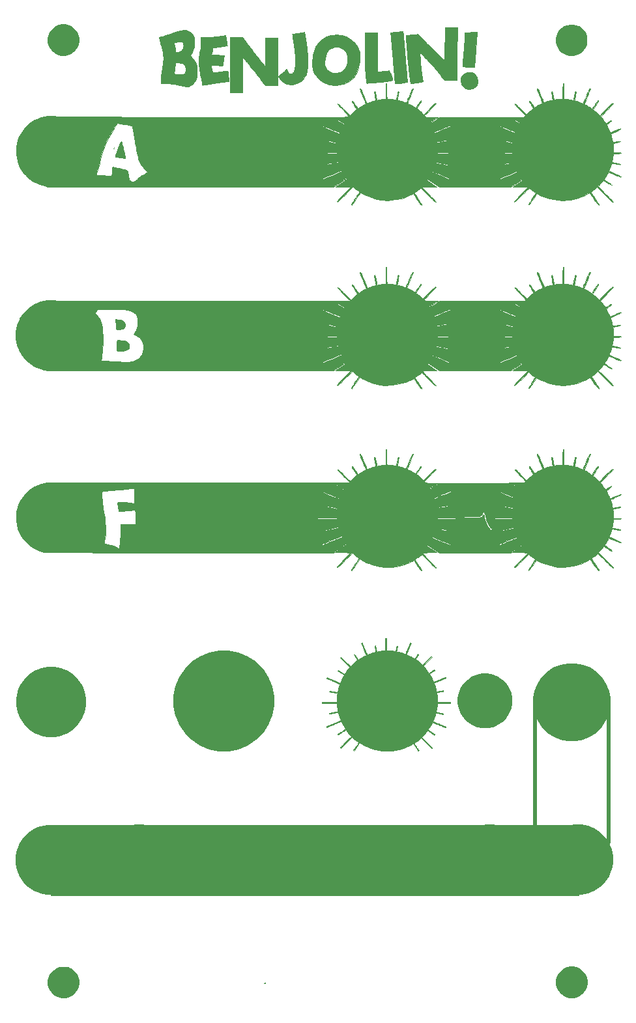
<source format=gbr>
G04 #@! TF.GenerationSoftware,KiCad,Pcbnew,(5.1.4-0-10_14)*
G04 #@! TF.CreationDate,2019-10-29T14:06:04+01:00*
G04 #@! TF.ProjectId,benjolin_panel3,62656e6a-6f6c-4696-9e5f-70616e656c33,rev?*
G04 #@! TF.SameCoordinates,Original*
G04 #@! TF.FileFunction,Soldermask,Top*
G04 #@! TF.FilePolarity,Negative*
%FSLAX46Y46*%
G04 Gerber Fmt 4.6, Leading zero omitted, Abs format (unit mm)*
G04 Created by KiCad (PCBNEW (5.1.4-0-10_14)) date 2019-10-29 14:06:04*
%MOMM*%
%LPD*%
G04 APERTURE LIST*
%ADD10C,0.500000*%
%ADD11C,0.100000*%
%ADD12C,0.010000*%
G04 APERTURE END LIST*
D10*
X186766200Y-129794000D02*
X186766200Y-148082000D01*
X177165000Y-130048000D02*
X177165000Y-145796000D01*
D11*
G36*
X182880000Y-154940000D02*
G01*
X114300000Y-154940000D01*
X114300000Y-145796000D01*
X182880000Y-145796000D01*
X182880000Y-154940000D01*
G37*
X182880000Y-154940000D02*
X114300000Y-154940000D01*
X114300000Y-145796000D01*
X182880000Y-145796000D01*
X182880000Y-154940000D01*
D12*
G36*
X122504200Y-57679167D02*
G01*
X122483033Y-57700334D01*
X122461867Y-57679167D01*
X122483033Y-57658000D01*
X122504200Y-57679167D01*
X122504200Y-57679167D01*
G37*
X122504200Y-57679167D02*
X122483033Y-57700334D01*
X122461867Y-57679167D01*
X122483033Y-57658000D01*
X122504200Y-57679167D01*
G36*
X122461867Y-57848500D02*
G01*
X122440700Y-57869667D01*
X122419533Y-57848500D01*
X122440700Y-57827334D01*
X122461867Y-57848500D01*
X122461867Y-57848500D01*
G37*
X122461867Y-57848500D02*
X122440700Y-57869667D01*
X122419533Y-57848500D01*
X122440700Y-57827334D01*
X122461867Y-57848500D01*
G36*
X123479931Y-56989736D02*
G01*
X123515551Y-57105323D01*
X123559577Y-57277164D01*
X123608756Y-57491714D01*
X123659839Y-57735429D01*
X123709572Y-57994764D01*
X123713767Y-58017834D01*
X123737354Y-58134024D01*
X123773665Y-58296989D01*
X123817541Y-58485316D01*
X123863826Y-58677593D01*
X123907362Y-58852406D01*
X123942989Y-58988343D01*
X123965550Y-59063992D01*
X123966155Y-59065584D01*
X123971324Y-59118412D01*
X123917957Y-59138078D01*
X123870451Y-59139667D01*
X123775203Y-59133758D01*
X123726633Y-59120323D01*
X123679673Y-59107758D01*
X123565187Y-59087269D01*
X123399645Y-59061550D01*
X123199519Y-59033291D01*
X123169244Y-59029227D01*
X122967609Y-58999324D01*
X122800400Y-58968788D01*
X122683357Y-58940920D01*
X122632216Y-58919021D01*
X122631200Y-58916354D01*
X122646330Y-58850530D01*
X122687939Y-58721404D01*
X122750353Y-58544001D01*
X122827899Y-58333341D01*
X122914904Y-58104449D01*
X123005693Y-57872346D01*
X123094595Y-57652057D01*
X123175934Y-57458603D01*
X123216206Y-57367282D01*
X123298080Y-57194799D01*
X123371143Y-57057021D01*
X123427016Y-56968744D01*
X123455969Y-56943948D01*
X123479931Y-56989736D01*
X123479931Y-56989736D01*
G37*
X123479931Y-56989736D02*
X123515551Y-57105323D01*
X123559577Y-57277164D01*
X123608756Y-57491714D01*
X123659839Y-57735429D01*
X123709572Y-57994764D01*
X123713767Y-58017834D01*
X123737354Y-58134024D01*
X123773665Y-58296989D01*
X123817541Y-58485316D01*
X123863826Y-58677593D01*
X123907362Y-58852406D01*
X123942989Y-58988343D01*
X123965550Y-59063992D01*
X123966155Y-59065584D01*
X123971324Y-59118412D01*
X123917957Y-59138078D01*
X123870451Y-59139667D01*
X123775203Y-59133758D01*
X123726633Y-59120323D01*
X123679673Y-59107758D01*
X123565187Y-59087269D01*
X123399645Y-59061550D01*
X123199519Y-59033291D01*
X123169244Y-59029227D01*
X122967609Y-58999324D01*
X122800400Y-58968788D01*
X122683357Y-58940920D01*
X122632216Y-58919021D01*
X122631200Y-58916354D01*
X122646330Y-58850530D01*
X122687939Y-58721404D01*
X122750353Y-58544001D01*
X122827899Y-58333341D01*
X122914904Y-58104449D01*
X123005693Y-57872346D01*
X123094595Y-57652057D01*
X123175934Y-57458603D01*
X123216206Y-57367282D01*
X123298080Y-57194799D01*
X123371143Y-57057021D01*
X123427016Y-56968744D01*
X123455969Y-56943948D01*
X123479931Y-56989736D01*
G36*
X123034376Y-80107556D02*
G01*
X123326211Y-80142777D01*
X123547620Y-80205276D01*
X123709944Y-80300353D01*
X123824521Y-80433303D01*
X123856322Y-80491577D01*
X123926139Y-80706713D01*
X123932535Y-80915983D01*
X123879129Y-81101846D01*
X123769542Y-81246761D01*
X123689194Y-81301342D01*
X123598526Y-81331876D01*
X123461613Y-81359481D01*
X123299039Y-81382299D01*
X123131390Y-81398475D01*
X122979251Y-81406152D01*
X122863209Y-81403473D01*
X122803848Y-81388582D01*
X122800171Y-81381516D01*
X122795627Y-81296468D01*
X122784268Y-81149473D01*
X122768169Y-80962785D01*
X122749408Y-80758655D01*
X122730059Y-80559335D01*
X122712200Y-80387079D01*
X122697906Y-80264138D01*
X122692340Y-80225741D01*
X122667254Y-80081648D01*
X123034376Y-80107556D01*
X123034376Y-80107556D01*
G37*
X123034376Y-80107556D02*
X123326211Y-80142777D01*
X123547620Y-80205276D01*
X123709944Y-80300353D01*
X123824521Y-80433303D01*
X123856322Y-80491577D01*
X123926139Y-80706713D01*
X123932535Y-80915983D01*
X123879129Y-81101846D01*
X123769542Y-81246761D01*
X123689194Y-81301342D01*
X123598526Y-81331876D01*
X123461613Y-81359481D01*
X123299039Y-81382299D01*
X123131390Y-81398475D01*
X122979251Y-81406152D01*
X122863209Y-81403473D01*
X122803848Y-81388582D01*
X122800171Y-81381516D01*
X122795627Y-81296468D01*
X122784268Y-81149473D01*
X122768169Y-80962785D01*
X122749408Y-80758655D01*
X122730059Y-80559335D01*
X122712200Y-80387079D01*
X122697906Y-80264138D01*
X122692340Y-80225741D01*
X122667254Y-80081648D01*
X123034376Y-80107556D01*
G36*
X123154943Y-82782636D02*
G01*
X123466127Y-82813115D01*
X123705870Y-82841742D01*
X123887241Y-82871805D01*
X124023311Y-82906595D01*
X124127148Y-82949403D01*
X124211822Y-83003519D01*
X124285133Y-83067172D01*
X124422851Y-83250509D01*
X124488894Y-83458580D01*
X124480194Y-83673125D01*
X124415085Y-83841167D01*
X124308368Y-83971983D01*
X124152881Y-84067832D01*
X123939456Y-84131968D01*
X123658923Y-84167646D01*
X123470691Y-84176368D01*
X123267918Y-84179652D01*
X123088322Y-84179299D01*
X122953679Y-84175545D01*
X122892025Y-84170082D01*
X122836604Y-84153718D01*
X122810175Y-84116660D01*
X122806386Y-84037039D01*
X122816992Y-83911813D01*
X122829927Y-83764483D01*
X122845135Y-83564259D01*
X122860288Y-83342790D01*
X122868243Y-83215232D01*
X122895520Y-82758630D01*
X123154943Y-82782636D01*
X123154943Y-82782636D01*
G37*
X123154943Y-82782636D02*
X123466127Y-82813115D01*
X123705870Y-82841742D01*
X123887241Y-82871805D01*
X124023311Y-82906595D01*
X124127148Y-82949403D01*
X124211822Y-83003519D01*
X124285133Y-83067172D01*
X124422851Y-83250509D01*
X124488894Y-83458580D01*
X124480194Y-83673125D01*
X124415085Y-83841167D01*
X124308368Y-83971983D01*
X124152881Y-84067832D01*
X123939456Y-84131968D01*
X123658923Y-84167646D01*
X123470691Y-84176368D01*
X123267918Y-84179652D01*
X123088322Y-84179299D01*
X122953679Y-84175545D01*
X122892025Y-84170082D01*
X122836604Y-84153718D01*
X122810175Y-84116660D01*
X122806386Y-84037039D01*
X122816992Y-83911813D01*
X122829927Y-83764483D01*
X122845135Y-83564259D01*
X122860288Y-83342790D01*
X122868243Y-83215232D01*
X122895520Y-82758630D01*
X123154943Y-82782636D01*
G36*
X157833233Y-49410479D02*
G01*
X157857186Y-49427426D01*
X157876711Y-49472487D01*
X157892347Y-49553551D01*
X157904636Y-49678503D01*
X157914118Y-49855231D01*
X157921335Y-50091621D01*
X157926826Y-50395561D01*
X157931134Y-50774936D01*
X157931788Y-50847590D01*
X157937200Y-51466679D01*
X158413450Y-51491861D01*
X158619500Y-51504438D01*
X158806278Y-51518866D01*
X158950295Y-51533159D01*
X159017864Y-51542943D01*
X159146028Y-51568845D01*
X159247861Y-51046839D01*
X159296062Y-50803780D01*
X159332829Y-50632908D01*
X159361942Y-50523123D01*
X159387184Y-50463325D01*
X159412335Y-50442413D01*
X159441177Y-50449287D01*
X159449731Y-50454246D01*
X159467558Y-50489355D01*
X159468589Y-50569789D01*
X159451771Y-50706171D01*
X159416048Y-50909126D01*
X159392598Y-51029680D01*
X159347074Y-51271977D01*
X159321695Y-51441433D01*
X159315520Y-51547207D01*
X159327606Y-51598454D01*
X159333562Y-51603939D01*
X159397510Y-51626030D01*
X159519315Y-51655487D01*
X159673255Y-51686126D01*
X159681586Y-51687623D01*
X159874911Y-51731308D01*
X160073368Y-51790493D01*
X160206809Y-51841074D01*
X160334154Y-51895509D01*
X160406476Y-51916422D01*
X160445790Y-51905418D01*
X160474107Y-51864100D01*
X160475940Y-51860687D01*
X160505806Y-51796033D01*
X160561245Y-51668146D01*
X160635928Y-51492220D01*
X160723528Y-51283449D01*
X160817718Y-51057027D01*
X160912170Y-50828149D01*
X161000556Y-50612008D01*
X161076549Y-50423798D01*
X161120408Y-50313167D01*
X161188767Y-50153040D01*
X161242379Y-50065829D01*
X161288484Y-50042688D01*
X161324353Y-50063886D01*
X161324684Y-50117108D01*
X161290535Y-50242614D01*
X161221527Y-50441505D01*
X161117280Y-50714877D01*
X160982920Y-51050310D01*
X160876421Y-51313643D01*
X160782354Y-51549712D01*
X160704933Y-51747649D01*
X160648375Y-51896587D01*
X160616893Y-51985660D01*
X160612018Y-52006558D01*
X160655112Y-52027684D01*
X160754932Y-52070694D01*
X160884860Y-52124234D01*
X161061765Y-52206663D01*
X161258326Y-52314337D01*
X161402580Y-52404624D01*
X161660807Y-52579983D01*
X161985702Y-52092158D01*
X162105735Y-51915349D01*
X162210704Y-51767120D01*
X162291201Y-51660281D01*
X162337820Y-51607643D01*
X162343900Y-51604334D01*
X162385350Y-51619590D01*
X162389541Y-51670432D01*
X162353321Y-51764464D01*
X162273539Y-51909292D01*
X162147044Y-52112523D01*
X162108843Y-52171668D01*
X161791721Y-52660105D01*
X161991710Y-52794211D01*
X162121295Y-52890956D01*
X162278345Y-53022263D01*
X162431521Y-53161780D01*
X162449597Y-53179226D01*
X162707495Y-53430135D01*
X163452010Y-52682213D01*
X163660409Y-52475691D01*
X163849250Y-52293963D01*
X164010245Y-52144584D01*
X164135108Y-52035105D01*
X164215552Y-51973079D01*
X164241863Y-51962310D01*
X164285075Y-52028092D01*
X164252108Y-52119550D01*
X164170783Y-52207869D01*
X164105761Y-52269148D01*
X163992490Y-52379790D01*
X163842080Y-52528779D01*
X163665638Y-52705104D01*
X163474275Y-52897751D01*
X163442160Y-52930217D01*
X162829954Y-53549504D01*
X162951755Y-53676637D01*
X163073557Y-53803770D01*
X163812279Y-53815302D01*
X164551002Y-53826834D01*
X162238934Y-55371130D01*
X161719902Y-55718732D01*
X161270426Y-56021767D01*
X160888817Y-56281416D01*
X160573388Y-56498861D01*
X160322453Y-56675282D01*
X160134324Y-56811862D01*
X160007314Y-56909783D01*
X159939735Y-56970225D01*
X159926867Y-56990380D01*
X159936933Y-57053827D01*
X159948319Y-57065334D01*
X159986275Y-57042457D01*
X160088795Y-56976397D01*
X160250044Y-56871009D01*
X160464188Y-56730149D01*
X160725392Y-56557671D01*
X161027823Y-56357431D01*
X161365646Y-56133285D01*
X161733027Y-55889087D01*
X162124132Y-55628693D01*
X162322534Y-55496444D01*
X162833033Y-55155239D01*
X163274851Y-54858200D01*
X163650458Y-54603600D01*
X163962323Y-54389711D01*
X164212914Y-54214804D01*
X164404701Y-54077154D01*
X164540152Y-53975031D01*
X164603261Y-53922182D01*
X174157420Y-53922182D01*
X174159215Y-53935974D01*
X174195525Y-53965047D01*
X174295836Y-54036670D01*
X174453664Y-54146486D01*
X174662526Y-54290138D01*
X174915937Y-54463270D01*
X175207413Y-54661525D01*
X175530471Y-54880547D01*
X175878625Y-55115979D01*
X176245392Y-55363463D01*
X176624288Y-55618644D01*
X177008828Y-55877165D01*
X177392529Y-56134669D01*
X177768906Y-56386800D01*
X178131476Y-56629200D01*
X178473753Y-56857514D01*
X178789255Y-57067384D01*
X179071497Y-57254454D01*
X179313994Y-57414367D01*
X179510263Y-57542766D01*
X179653820Y-57635296D01*
X179738181Y-57687598D01*
X179758264Y-57697965D01*
X179752558Y-57672144D01*
X179698317Y-57602250D01*
X179610097Y-57506378D01*
X179544728Y-57451422D01*
X179418409Y-57356708D01*
X179237720Y-57226649D01*
X179009241Y-57065658D01*
X178739553Y-56878148D01*
X178435235Y-56668533D01*
X178102867Y-56441224D01*
X177749030Y-56200635D01*
X177380302Y-55951179D01*
X177003264Y-55697268D01*
X176624497Y-55443316D01*
X176250580Y-55193736D01*
X175888092Y-54952940D01*
X175543615Y-54725342D01*
X175223727Y-54515354D01*
X174935010Y-54327389D01*
X174684042Y-54165861D01*
X174477404Y-54035181D01*
X174321676Y-53939764D01*
X174223438Y-53884021D01*
X174189855Y-53871234D01*
X174157420Y-53922182D01*
X164603261Y-53922182D01*
X164621737Y-53906710D01*
X164651925Y-53870461D01*
X164651910Y-53866610D01*
X164656847Y-53857759D01*
X164681499Y-53849789D01*
X164729918Y-53842655D01*
X164806152Y-53836313D01*
X164914254Y-53830717D01*
X165058273Y-53825825D01*
X165242259Y-53821591D01*
X165470263Y-53817970D01*
X165746335Y-53814919D01*
X166074526Y-53812393D01*
X166458885Y-53810346D01*
X166903464Y-53808736D01*
X167412311Y-53807518D01*
X167989479Y-53806646D01*
X168639017Y-53806076D01*
X169364976Y-53805765D01*
X170171405Y-53805667D01*
X175775243Y-53805667D01*
X175873838Y-53713041D01*
X175972434Y-53620416D01*
X175435247Y-53067458D01*
X175178917Y-52803540D01*
X174975623Y-52593597D01*
X174819466Y-52430814D01*
X174704549Y-52308378D01*
X174624971Y-52219475D01*
X174574836Y-52157291D01*
X174548243Y-52115013D01*
X174539295Y-52085827D01*
X174542093Y-52062920D01*
X174549094Y-52043835D01*
X174568492Y-52030521D01*
X174610469Y-52047060D01*
X174681168Y-52098778D01*
X174786731Y-52191003D01*
X174933300Y-52329059D01*
X175127018Y-52518274D01*
X175337704Y-52727669D01*
X176097502Y-53486588D01*
X176383601Y-53208005D01*
X176528853Y-53071531D01*
X176670578Y-52946776D01*
X176785383Y-52854052D01*
X176817867Y-52830920D01*
X176912710Y-52767695D01*
X176972339Y-52727623D01*
X176980128Y-52722253D01*
X176965780Y-52685014D01*
X176914489Y-52597637D01*
X176842545Y-52486859D01*
X176763578Y-52361743D01*
X176708718Y-52259804D01*
X176690867Y-52208247D01*
X176667586Y-52147204D01*
X176607278Y-52043884D01*
X176542700Y-51948626D01*
X176443272Y-51799172D01*
X176400532Y-51703852D01*
X176412431Y-51655819D01*
X176452250Y-51646667D01*
X176495885Y-51680214D01*
X176574423Y-51772013D01*
X176677445Y-51908796D01*
X176794538Y-52077298D01*
X176817867Y-52112333D01*
X176934889Y-52285099D01*
X177037573Y-52428851D01*
X177116099Y-52530405D01*
X177160649Y-52576573D01*
X177164639Y-52578000D01*
X177217147Y-52555937D01*
X177317512Y-52498084D01*
X177444052Y-52416942D01*
X177444606Y-52416571D01*
X177613990Y-52312671D01*
X177799456Y-52213050D01*
X177918533Y-52157661D01*
X178044044Y-52104343D01*
X178132877Y-52065154D01*
X178162333Y-52050595D01*
X178150854Y-52010322D01*
X178112042Y-51905297D01*
X178051089Y-51748939D01*
X177973188Y-51554665D01*
X177918917Y-51421691D01*
X177831753Y-51205598D01*
X177757458Y-51014001D01*
X177701610Y-50861879D01*
X177669786Y-50764210D01*
X177664533Y-50738524D01*
X177649160Y-50669119D01*
X177608815Y-50547973D01*
X177552159Y-50401044D01*
X177550909Y-50397996D01*
X177490990Y-50239407D01*
X177467859Y-50139485D01*
X177478370Y-50082245D01*
X177486703Y-50071897D01*
X177538213Y-50038332D01*
X177553783Y-50040822D01*
X177574603Y-50083819D01*
X177622386Y-50193060D01*
X177691986Y-50356448D01*
X177778259Y-50561886D01*
X177876059Y-50797277D01*
X177894672Y-50842334D01*
X177998587Y-51093751D01*
X178095992Y-51328746D01*
X178180576Y-51532141D01*
X178246025Y-51688760D01*
X178286027Y-51783423D01*
X178287851Y-51787662D01*
X178326033Y-51869148D01*
X178366292Y-51915473D01*
X178425927Y-51927858D01*
X178522237Y-51907526D01*
X178672522Y-51855697D01*
X178765200Y-51821371D01*
X178949573Y-51761266D01*
X179153915Y-51706784D01*
X179245096Y-51686954D01*
X179381828Y-51658228D01*
X179452545Y-51631481D01*
X179474608Y-51593973D01*
X179465382Y-51532962D01*
X179463763Y-51526492D01*
X179444801Y-51427433D01*
X179420978Y-51270019D01*
X179395581Y-51080171D01*
X179371896Y-50883807D01*
X179353212Y-50706847D01*
X179342814Y-50575211D01*
X179342614Y-50571196D01*
X179352470Y-50478159D01*
X179382952Y-50432306D01*
X179410021Y-50465664D01*
X179447671Y-50575251D01*
X179493750Y-50753593D01*
X179546105Y-50993215D01*
X179550152Y-51013088D01*
X179598264Y-51246510D01*
X179634828Y-51408708D01*
X179664200Y-51511619D01*
X179690735Y-51567179D01*
X179718788Y-51587324D01*
X179752716Y-51583991D01*
X179757900Y-51582419D01*
X179834948Y-51568996D01*
X179974658Y-51554308D01*
X180155091Y-51540400D01*
X180299783Y-51531921D01*
X180754867Y-51508791D01*
X180755038Y-50995646D01*
X180758068Y-50606914D01*
X180766539Y-50260422D01*
X180779931Y-49963345D01*
X180797725Y-49722855D01*
X180819402Y-49546127D01*
X180844443Y-49440336D01*
X180869695Y-49411755D01*
X180888750Y-49429216D01*
X180903721Y-49478686D01*
X180915189Y-49569182D01*
X180923733Y-49709717D01*
X180929933Y-49909306D01*
X180934366Y-50176963D01*
X180937153Y-50461334D01*
X180945367Y-51498500D01*
X181326367Y-51525116D01*
X181528099Y-51543214D01*
X181725358Y-51567629D01*
X181882866Y-51593830D01*
X181914067Y-51600638D01*
X182033581Y-51626400D01*
X182112148Y-51638562D01*
X182128883Y-51637522D01*
X182142034Y-51591991D01*
X182169119Y-51481525D01*
X182206039Y-51323914D01*
X182248691Y-51136946D01*
X182292974Y-50938410D01*
X182334787Y-50746094D01*
X182339593Y-50723577D01*
X182374580Y-50565309D01*
X182400585Y-50475338D01*
X182425237Y-50438941D01*
X182456165Y-50441394D01*
X182479125Y-50454283D01*
X182495439Y-50491187D01*
X182494722Y-50577780D01*
X182475961Y-50723291D01*
X182438145Y-50936949D01*
X182410943Y-51076397D01*
X182293121Y-51667834D01*
X182498796Y-51716450D01*
X182638176Y-51756283D01*
X182820155Y-51817524D01*
X183009525Y-51888196D01*
X183043639Y-51901785D01*
X183199147Y-51960603D01*
X183323546Y-52000424D01*
X183397359Y-52015311D01*
X183408364Y-52012947D01*
X183432160Y-51967588D01*
X183483887Y-51855402D01*
X183558665Y-51687609D01*
X183651612Y-51475434D01*
X183757848Y-51230098D01*
X183872492Y-50962824D01*
X183990665Y-50684834D01*
X184107485Y-50407351D01*
X184129172Y-50355500D01*
X184203792Y-50185431D01*
X184258804Y-50085214D01*
X184302138Y-50044637D01*
X184341722Y-50053489D01*
X184354759Y-50064960D01*
X184356563Y-50113219D01*
X184326875Y-50225549D01*
X184264655Y-50404887D01*
X184168863Y-50654171D01*
X184038460Y-50976340D01*
X183994926Y-51081641D01*
X183883885Y-51350808D01*
X183784524Y-51594750D01*
X183701252Y-51802388D01*
X183638478Y-51962645D01*
X183600611Y-52064444D01*
X183591200Y-52096044D01*
X183626988Y-52136257D01*
X183715219Y-52182054D01*
X183736545Y-52190216D01*
X183836052Y-52237447D01*
X183980066Y-52319638D01*
X184144211Y-52422522D01*
X184221261Y-52473887D01*
X184367685Y-52572582D01*
X184485782Y-52650261D01*
X184559655Y-52696574D01*
X184576182Y-52705000D01*
X184604054Y-52671899D01*
X184670906Y-52580500D01*
X184768320Y-52442660D01*
X184887875Y-52270233D01*
X184967033Y-52154667D01*
X185097046Y-51966859D01*
X185211681Y-51806601D01*
X185302122Y-51685803D01*
X185359549Y-51616377D01*
X185374436Y-51604334D01*
X185414376Y-51618941D01*
X185418735Y-51667618D01*
X185384216Y-51757645D01*
X185307521Y-51896304D01*
X185185352Y-52090875D01*
X185085097Y-52243123D01*
X184713562Y-52800858D01*
X184819131Y-52868136D01*
X184893421Y-52925267D01*
X185009911Y-53025907D01*
X185150529Y-53154107D01*
X185252638Y-53250741D01*
X185387490Y-53377305D01*
X185499069Y-53476196D01*
X185574194Y-53536098D01*
X185599256Y-53548284D01*
X185633113Y-53514900D01*
X185719057Y-53429833D01*
X185849068Y-53301032D01*
X186015126Y-53136443D01*
X186209212Y-52944014D01*
X186422327Y-52732661D01*
X186681843Y-52477422D01*
X186888526Y-52279661D01*
X187047650Y-52135273D01*
X187164487Y-52040153D01*
X187244310Y-51990199D01*
X187292391Y-51981304D01*
X187314004Y-52009367D01*
X187316533Y-52036625D01*
X187287654Y-52077663D01*
X187206233Y-52169824D01*
X187080095Y-52304861D01*
X186917063Y-52474531D01*
X186724963Y-52670589D01*
X186511618Y-52884790D01*
X186511461Y-52884947D01*
X185706389Y-53686974D01*
X185823545Y-53821465D01*
X185899219Y-53917378D01*
X186002698Y-54060358D01*
X186116498Y-54225933D01*
X186166994Y-54302176D01*
X186393289Y-54648396D01*
X186735159Y-54419512D01*
X186884618Y-54323889D01*
X187008807Y-54252686D01*
X187090806Y-54215171D01*
X187112805Y-54212740D01*
X187133142Y-54239644D01*
X187113901Y-54279808D01*
X187046460Y-54341472D01*
X186922194Y-54432878D01*
X186781659Y-54529185D01*
X186632289Y-54631529D01*
X186542811Y-54700387D01*
X186502390Y-54748810D01*
X186500188Y-54789854D01*
X186525370Y-54836570D01*
X186525859Y-54837316D01*
X186567081Y-54914314D01*
X186630442Y-55049098D01*
X186706441Y-55220921D01*
X186767161Y-55364361D01*
X186847928Y-55554529D01*
X186906635Y-55677910D01*
X186951346Y-55746843D01*
X186990129Y-55773665D01*
X187031050Y-55770716D01*
X187032520Y-55770256D01*
X187101548Y-55744529D01*
X187231738Y-55692731D01*
X187406233Y-55621680D01*
X187608179Y-55538196D01*
X187672425Y-55511399D01*
X187876406Y-55426164D01*
X188055017Y-55351577D01*
X188192404Y-55294256D01*
X188272712Y-55260818D01*
X188283910Y-55256183D01*
X188326220Y-55262888D01*
X188326243Y-55307136D01*
X188275932Y-55368005D01*
X188154742Y-55437302D01*
X188057367Y-55478076D01*
X187900418Y-55540423D01*
X187701201Y-55623403D01*
X187494453Y-55712452D01*
X187422367Y-55744306D01*
X187237798Y-55830544D01*
X187121697Y-55895909D01*
X187062763Y-55947916D01*
X187049485Y-55992292D01*
X187062646Y-56074878D01*
X187088957Y-56210400D01*
X187124120Y-56379391D01*
X187163832Y-56562385D01*
X187203793Y-56739916D01*
X187239704Y-56892518D01*
X187267263Y-57000725D01*
X187282036Y-57044947D01*
X187328497Y-57044720D01*
X187440553Y-57029994D01*
X187600874Y-57003373D01*
X187772792Y-56971259D01*
X188023757Y-56927042D01*
X188194087Y-56908358D01*
X188283872Y-56915206D01*
X188293202Y-56947584D01*
X188282441Y-56960203D01*
X188234541Y-56976665D01*
X188120947Y-57004871D01*
X187959137Y-57040735D01*
X187784531Y-57076620D01*
X187308491Y-57171167D01*
X187333679Y-57356992D01*
X187344836Y-57482765D01*
X187353460Y-57662705D01*
X187358279Y-57866321D01*
X187358867Y-57960242D01*
X187358867Y-58377667D01*
X187845700Y-58377667D01*
X188059482Y-58379363D01*
X188201825Y-58385599D01*
X188285911Y-58398092D01*
X188324920Y-58418564D01*
X188332533Y-58441167D01*
X188319414Y-58469260D01*
X188271208Y-58487885D01*
X188174641Y-58498804D01*
X188016439Y-58503778D01*
X187854046Y-58504667D01*
X187375559Y-58504667D01*
X187276361Y-59023250D01*
X187237078Y-59225358D01*
X187202265Y-59398475D01*
X187175566Y-59524886D01*
X187160623Y-59586880D01*
X187160172Y-59588184D01*
X187192803Y-59615919D01*
X187302143Y-59653607D01*
X187481090Y-59699175D01*
X187702125Y-59746481D01*
X187908832Y-59788937D01*
X188083889Y-59826896D01*
X188211438Y-59856766D01*
X188275621Y-59874961D01*
X188279874Y-59877230D01*
X188280125Y-59924211D01*
X188274208Y-59935628D01*
X188223708Y-59944456D01*
X188104227Y-59934383D01*
X187928941Y-59906956D01*
X187772552Y-59876709D01*
X187522183Y-59826343D01*
X187342805Y-59794582D01*
X187222909Y-59781005D01*
X187150983Y-59785191D01*
X187115518Y-59806721D01*
X187105003Y-59845174D01*
X187104867Y-59852333D01*
X187089479Y-59922408D01*
X187047929Y-60050233D01*
X186987141Y-60215621D01*
X186935533Y-60346167D01*
X186865969Y-60519497D01*
X186810261Y-60662799D01*
X186775088Y-60758610D01*
X186766200Y-60788944D01*
X186803474Y-60812454D01*
X186907372Y-60862355D01*
X187066005Y-60933343D01*
X187267487Y-61020116D01*
X187499928Y-61117372D01*
X187533465Y-61131193D01*
X187825819Y-61253709D01*
X188045252Y-61351393D01*
X188198524Y-61428041D01*
X188292393Y-61487450D01*
X188333621Y-61533413D01*
X188328965Y-61569728D01*
X188324158Y-61575153D01*
X188281243Y-61565313D01*
X188172242Y-61527000D01*
X188009029Y-61464771D01*
X187803477Y-61383181D01*
X187567460Y-61286787D01*
X187504012Y-61260461D01*
X186702700Y-60926934D01*
X186647503Y-61054592D01*
X186598007Y-61149696D01*
X186515870Y-61288263D01*
X186416718Y-61444194D01*
X186390406Y-61483875D01*
X186295003Y-61627065D01*
X186216610Y-61745948D01*
X186168123Y-61820924D01*
X186160681Y-61833035D01*
X186183781Y-61874310D01*
X186272244Y-61953172D01*
X186418737Y-62063800D01*
X186615931Y-62200376D01*
X186662720Y-62231559D01*
X186894927Y-62389875D01*
X187053094Y-62508182D01*
X187137626Y-62586807D01*
X187150071Y-62625062D01*
X187095868Y-62621087D01*
X186977321Y-62564580D01*
X186793925Y-62455269D01*
X186587628Y-62321269D01*
X186067700Y-61974962D01*
X186005465Y-62070731D01*
X185949274Y-62142658D01*
X185850424Y-62255784D01*
X185725785Y-62391102D01*
X185657436Y-62462834D01*
X185371642Y-62759167D01*
X186374614Y-63763690D01*
X186659037Y-64049900D01*
X186886817Y-64282385D01*
X187062390Y-64466054D01*
X187190191Y-64605817D01*
X187274656Y-64706583D01*
X187320218Y-64773262D01*
X187331315Y-64810762D01*
X187327439Y-64818361D01*
X187309439Y-64830734D01*
X187284888Y-64831289D01*
X187248137Y-64814995D01*
X187193540Y-64776823D01*
X187115449Y-64711745D01*
X187008218Y-64614730D01*
X186866199Y-64480749D01*
X186683745Y-64304772D01*
X186455209Y-64081771D01*
X186174943Y-63806716D01*
X186015645Y-63650062D01*
X185242992Y-62889957D01*
X185105012Y-63019807D01*
X184998129Y-63110313D01*
X184851792Y-63221631D01*
X184701377Y-63327135D01*
X184556038Y-63433305D01*
X184476746Y-63512414D01*
X184465760Y-63555223D01*
X184497343Y-63604259D01*
X184568556Y-63712565D01*
X184672020Y-63868995D01*
X184800358Y-64062400D01*
X184946192Y-64281633D01*
X184995999Y-64356398D01*
X185144159Y-64580661D01*
X185274891Y-64782268D01*
X185381295Y-64950268D01*
X185456470Y-65073711D01*
X185493516Y-65141647D01*
X185496200Y-65150148D01*
X185476027Y-65196632D01*
X185421748Y-65177444D01*
X185342720Y-65099571D01*
X185248300Y-64970000D01*
X185242200Y-64960500D01*
X185160117Y-64841083D01*
X185090881Y-64756860D01*
X185051700Y-64727075D01*
X185015004Y-64692579D01*
X184939730Y-64596300D01*
X184832657Y-64447944D01*
X184700566Y-64257220D01*
X184550238Y-64033835D01*
X184388453Y-63787496D01*
X184304119Y-63656783D01*
X184253897Y-63652196D01*
X184151280Y-63697044D01*
X184070450Y-63745283D01*
X183821384Y-63885222D01*
X183510023Y-64029203D01*
X183157874Y-64169190D01*
X182786445Y-64297146D01*
X182417240Y-64405036D01*
X182113512Y-64476540D01*
X181859326Y-64525990D01*
X181646373Y-64560484D01*
X181447324Y-64582600D01*
X181234849Y-64594916D01*
X180981620Y-64600007D01*
X180797200Y-64600667D01*
X180184049Y-64578672D01*
X179618361Y-64509326D01*
X179074259Y-64387581D01*
X178525869Y-64208394D01*
X178272670Y-64108450D01*
X178055624Y-64016489D01*
X177857654Y-63928654D01*
X177696326Y-63853027D01*
X177589209Y-63797687D01*
X177566022Y-63783417D01*
X177477036Y-63737820D01*
X177417129Y-63734769D01*
X177412956Y-63738212D01*
X177380112Y-63783314D01*
X177307943Y-63887599D01*
X177204114Y-64039819D01*
X177076291Y-64228726D01*
X176932138Y-64443073D01*
X176904432Y-64484409D01*
X176724884Y-64748330D01*
X176585203Y-64943669D01*
X176481768Y-65074492D01*
X176410963Y-65144863D01*
X176369167Y-65158847D01*
X176352762Y-65120508D01*
X176352200Y-65104703D01*
X176374430Y-65057985D01*
X176436348Y-64952317D01*
X176530801Y-64799273D01*
X176650633Y-64610428D01*
X176788687Y-64397360D01*
X176802050Y-64376951D01*
X176942556Y-64161596D01*
X177066992Y-63969071D01*
X177167877Y-63811098D01*
X177237729Y-63699399D01*
X177269066Y-63645695D01*
X177269698Y-63644222D01*
X177244364Y-63602625D01*
X177161702Y-63528787D01*
X177036386Y-63435011D01*
X176951113Y-63377101D01*
X176794857Y-63271067D01*
X176659252Y-63172806D01*
X176564857Y-63097483D01*
X176540404Y-63074130D01*
X176475398Y-63012511D01*
X176438947Y-62992000D01*
X176403207Y-63020634D01*
X176314936Y-63101722D01*
X176181665Y-63228042D01*
X176010923Y-63392374D01*
X175810241Y-63587495D01*
X175587149Y-63806185D01*
X175486827Y-63905056D01*
X175219270Y-64168060D01*
X175004985Y-64375829D01*
X174837986Y-64533606D01*
X174712286Y-64646628D01*
X174621899Y-64720137D01*
X174560840Y-64759371D01*
X174523122Y-64769570D01*
X174507466Y-64762306D01*
X174500974Y-64736763D01*
X174520074Y-64692102D01*
X174570060Y-64622318D01*
X174656226Y-64521403D01*
X174783866Y-64383353D01*
X174958276Y-64202161D01*
X175184748Y-63971821D01*
X175358964Y-63796334D01*
X176264833Y-62886167D01*
X175308071Y-62865000D01*
X174351310Y-62843834D01*
X176441838Y-61450498D01*
X176941424Y-61116841D01*
X177374351Y-60826094D01*
X177745002Y-60575109D01*
X178057758Y-60360737D01*
X178317004Y-60179827D01*
X178527120Y-60029233D01*
X178692492Y-59905804D01*
X178817500Y-59806392D01*
X178906528Y-59727848D01*
X178963958Y-59667023D01*
X178994174Y-59620767D01*
X178996614Y-59614932D01*
X179004051Y-59600201D01*
X179012494Y-59586102D01*
X179017312Y-59575636D01*
X179013875Y-59571803D01*
X178997555Y-59577603D01*
X178963721Y-59596036D01*
X178907742Y-59630102D01*
X178824991Y-59682801D01*
X178710835Y-59757134D01*
X178560646Y-59856100D01*
X178369793Y-59982700D01*
X178133647Y-60139933D01*
X177847578Y-60330800D01*
X177506956Y-60558300D01*
X177107151Y-60825434D01*
X176643533Y-61135202D01*
X176420190Y-61284405D01*
X174054013Y-62865000D01*
X164711327Y-62865000D01*
X162435513Y-61346368D01*
X162042229Y-61084655D01*
X161670027Y-60838374D01*
X161324804Y-60611335D01*
X161012454Y-60407348D01*
X160738872Y-60230222D01*
X160509954Y-60083769D01*
X160331595Y-59971797D01*
X160209690Y-59898117D01*
X160150133Y-59866538D01*
X160145123Y-59866098D01*
X160145090Y-59937824D01*
X160150678Y-59955980D01*
X160188596Y-59988153D01*
X160290860Y-60062965D01*
X160451310Y-60176185D01*
X160663780Y-60323582D01*
X160922109Y-60500925D01*
X161220133Y-60703984D01*
X161551690Y-60928528D01*
X161910616Y-61170325D01*
X162290749Y-61425146D01*
X162291528Y-61425667D01*
X164412247Y-62843834D01*
X163430129Y-62855220D01*
X162448011Y-62866607D01*
X163398121Y-63817421D01*
X163671465Y-64092253D01*
X163888623Y-64313801D01*
X164054436Y-64487468D01*
X164173746Y-64618658D01*
X164251392Y-64712775D01*
X164292217Y-64775222D01*
X164301060Y-64811402D01*
X164296380Y-64820087D01*
X164269554Y-64823351D01*
X164218717Y-64796634D01*
X164138427Y-64735075D01*
X164023240Y-64633813D01*
X163867714Y-64487986D01*
X163666406Y-64292734D01*
X163413873Y-64043195D01*
X163303799Y-63933576D01*
X163041728Y-63672422D01*
X162832783Y-63465486D01*
X162670225Y-63307115D01*
X162547317Y-63191655D01*
X162457320Y-63113453D01*
X162393494Y-63066854D01*
X162349103Y-63046206D01*
X162317407Y-63045854D01*
X162291668Y-63060145D01*
X162277384Y-63072401D01*
X162204773Y-63129455D01*
X162082141Y-63217546D01*
X161930558Y-63321723D01*
X161853033Y-63373493D01*
X161705595Y-63471271D01*
X161586722Y-63550670D01*
X161512769Y-63600736D01*
X161496936Y-63611991D01*
X161514107Y-63649857D01*
X161572009Y-63747416D01*
X161664022Y-63894173D01*
X161783531Y-64079629D01*
X161923917Y-64293288D01*
X161973186Y-64367427D01*
X162120322Y-64590167D01*
X162249986Y-64790172D01*
X162355234Y-64956420D01*
X162429121Y-65077891D01*
X162464700Y-65143564D01*
X162466867Y-65150801D01*
X162445721Y-65195760D01*
X162390942Y-65178289D01*
X162315515Y-65106637D01*
X162245395Y-65010133D01*
X162160552Y-64882612D01*
X162079321Y-64771176D01*
X162050627Y-64735846D01*
X161997765Y-64666639D01*
X161910297Y-64543237D01*
X161799852Y-64382373D01*
X161678058Y-64200781D01*
X161663122Y-64178224D01*
X161354747Y-63711840D01*
X161222890Y-63792090D01*
X161136156Y-63837026D01*
X160989127Y-63904963D01*
X160800216Y-63987707D01*
X160587839Y-64077066D01*
X160519533Y-64105066D01*
X159811081Y-64349939D01*
X159091818Y-64512680D01*
X158366885Y-64592260D01*
X158043033Y-64600667D01*
X157336897Y-64562032D01*
X156643184Y-64444815D01*
X155952286Y-64247051D01*
X155527703Y-64085851D01*
X155300062Y-63988329D01*
X155085437Y-63890578D01*
X154903038Y-63801756D01*
X154772074Y-63731023D01*
X154736909Y-63708830D01*
X154627263Y-63638049D01*
X154544603Y-63593088D01*
X154518753Y-63584667D01*
X154485412Y-63618354D01*
X154412565Y-63712803D01*
X154307322Y-63858097D01*
X154176791Y-64044318D01*
X154028080Y-64261550D01*
X153942223Y-64389000D01*
X153787504Y-64618678D01*
X153648366Y-64822798D01*
X153531683Y-64991477D01*
X153444328Y-65114830D01*
X153393173Y-65182971D01*
X153382963Y-65193334D01*
X153352036Y-65160303D01*
X153339620Y-65133598D01*
X153355325Y-65081436D01*
X153412964Y-64970064D01*
X153506366Y-64809947D01*
X153629363Y-64611550D01*
X153775786Y-64385339D01*
X153819982Y-64318681D01*
X153970274Y-64092926D01*
X154105382Y-63889518D01*
X154217977Y-63719528D01*
X154300732Y-63594026D01*
X154346318Y-63524084D01*
X154352070Y-63514891D01*
X154335025Y-63465605D01*
X154252408Y-63389714D01*
X154158786Y-63324775D01*
X153999501Y-63214335D01*
X153836646Y-63087704D01*
X153758268Y-63020111D01*
X153654887Y-62933857D01*
X153573357Y-62880695D01*
X153539734Y-62871561D01*
X153500883Y-62903815D01*
X153409330Y-62988513D01*
X153272515Y-63118506D01*
X153097880Y-63286645D01*
X152892866Y-63485782D01*
X152664912Y-63708768D01*
X152519277Y-63851967D01*
X152243563Y-64122595D01*
X152021322Y-64338135D01*
X151846606Y-64503807D01*
X151713464Y-64624833D01*
X151615947Y-64706434D01*
X151548105Y-64753833D01*
X151503990Y-64772251D01*
X151477652Y-64766910D01*
X151477209Y-64766550D01*
X151467791Y-64743677D01*
X151482275Y-64703547D01*
X151526010Y-64640131D01*
X151604341Y-64547396D01*
X151722617Y-64419312D01*
X151886186Y-64249849D01*
X152100393Y-64032974D01*
X152342231Y-63790933D01*
X153268966Y-62866532D01*
X151322096Y-62843834D01*
X153412565Y-61450498D01*
X153912142Y-61116838D01*
X154345060Y-60826089D01*
X154715703Y-60575102D01*
X155028452Y-60360729D01*
X155287691Y-60179819D01*
X155497802Y-60029225D01*
X155663168Y-59905798D01*
X155788173Y-59806387D01*
X155877198Y-59727844D01*
X155934626Y-59667021D01*
X155964841Y-59620767D01*
X155967281Y-59614932D01*
X155974718Y-59600201D01*
X155983160Y-59586102D01*
X155987978Y-59575636D01*
X155984542Y-59571803D01*
X155968222Y-59577603D01*
X155934387Y-59596036D01*
X155878409Y-59630102D01*
X155795657Y-59682801D01*
X155681502Y-59757134D01*
X155531312Y-59856100D01*
X155340460Y-59982700D01*
X155104314Y-60139933D01*
X154818245Y-60330800D01*
X154477623Y-60558300D01*
X154077818Y-60825434D01*
X153614200Y-61135202D01*
X153390857Y-61284405D01*
X151024680Y-62865000D01*
X132428801Y-62865000D01*
X130791130Y-62864906D01*
X129224472Y-62864626D01*
X127729489Y-62864162D01*
X126306846Y-62863513D01*
X124957206Y-62862683D01*
X123681234Y-62861672D01*
X122479593Y-62860482D01*
X121352947Y-62859115D01*
X120301961Y-62857572D01*
X119327297Y-62855854D01*
X118429620Y-62853962D01*
X117609594Y-62851900D01*
X116867882Y-62849667D01*
X116205148Y-62847265D01*
X115622057Y-62844696D01*
X115119272Y-62841961D01*
X114697457Y-62839062D01*
X114357276Y-62836000D01*
X114099393Y-62832777D01*
X113924471Y-62829394D01*
X113833175Y-62825853D01*
X113818811Y-62823771D01*
X113773842Y-62798091D01*
X113664397Y-62762610D01*
X113509255Y-62722931D01*
X113402533Y-62699540D01*
X112819193Y-62536338D01*
X112264725Y-62294427D01*
X111743415Y-61976116D01*
X111259549Y-61583711D01*
X111165558Y-61494509D01*
X111031663Y-61345450D01*
X120148135Y-61345450D01*
X120177266Y-61363172D01*
X120249032Y-61373126D01*
X120375783Y-61376607D01*
X120569868Y-61374908D01*
X120668628Y-61373078D01*
X120935167Y-61371957D01*
X121228364Y-61377490D01*
X121507728Y-61388605D01*
X121683253Y-61399915D01*
X122153473Y-61437663D01*
X122226627Y-61139153D01*
X122279080Y-60813149D01*
X122285573Y-60539912D01*
X122281486Y-60378434D01*
X122289428Y-60288593D01*
X122311156Y-60257980D01*
X122325230Y-60259958D01*
X122382501Y-60274788D01*
X122508405Y-60303193D01*
X122688566Y-60342066D01*
X122908611Y-60388300D01*
X123127118Y-60433279D01*
X123406403Y-60493765D01*
X123659535Y-60555298D01*
X123870247Y-60613529D01*
X124022272Y-60664111D01*
X124072925Y-60686046D01*
X124188945Y-60749945D01*
X124251378Y-60810458D01*
X124281966Y-60898935D01*
X124298092Y-61010719D01*
X124342867Y-61336775D01*
X124389789Y-61602152D01*
X124437262Y-61799174D01*
X124483689Y-61920164D01*
X124489057Y-61929119D01*
X124561095Y-61999015D01*
X124682380Y-62080715D01*
X124822744Y-62157451D01*
X124952019Y-62212453D01*
X125029581Y-62229587D01*
X125077959Y-62203216D01*
X125176124Y-62130702D01*
X125310830Y-62022422D01*
X125468827Y-61888756D01*
X125507071Y-61855510D01*
X125589206Y-61789132D01*
X149521812Y-61789132D01*
X149558262Y-61849762D01*
X149605445Y-61879160D01*
X149613579Y-61877644D01*
X149670749Y-61854285D01*
X149787062Y-61806095D01*
X149943568Y-61740941D01*
X150063200Y-61690994D01*
X150267458Y-61606068D01*
X150516957Y-61503002D01*
X150778481Y-61395488D01*
X150994533Y-61307112D01*
X151099230Y-61264354D01*
X151213952Y-61217359D01*
X151343879Y-61163984D01*
X151494187Y-61102085D01*
X151670055Y-61029519D01*
X151876660Y-60944144D01*
X152119180Y-60843817D01*
X152402792Y-60726393D01*
X152732675Y-60589731D01*
X153114006Y-60431686D01*
X153551962Y-60250117D01*
X154051722Y-60042880D01*
X154618463Y-59807832D01*
X155257363Y-59542830D01*
X155371216Y-59495604D01*
X155725510Y-59346445D01*
X156004400Y-59223982D01*
X156011810Y-59220493D01*
X160040990Y-59220493D01*
X160104289Y-59317663D01*
X160130288Y-59353888D01*
X160163490Y-59388417D01*
X160211507Y-59424859D01*
X160281949Y-59466823D01*
X160382425Y-59517918D01*
X160520548Y-59581752D01*
X160703926Y-59661934D01*
X160940171Y-59762072D01*
X161236892Y-59885775D01*
X161601700Y-60036652D01*
X161747200Y-60096680D01*
X162334044Y-60338796D01*
X162902425Y-60573466D01*
X163444682Y-60797520D01*
X163953155Y-61007787D01*
X164420185Y-61201098D01*
X164838111Y-61374281D01*
X165199274Y-61524167D01*
X165496013Y-61647585D01*
X165684200Y-61726106D01*
X165907384Y-61817664D01*
X166064574Y-61876540D01*
X166166866Y-61905056D01*
X166225357Y-61905534D01*
X166251145Y-61880296D01*
X166255700Y-61845676D01*
X166217034Y-61804502D01*
X166190611Y-61789132D01*
X172551145Y-61789132D01*
X172587595Y-61849762D01*
X172634779Y-61879160D01*
X172642913Y-61877644D01*
X172700082Y-61854285D01*
X172816396Y-61806095D01*
X172972901Y-61740941D01*
X173092533Y-61690994D01*
X173296792Y-61606068D01*
X173546290Y-61503002D01*
X173807814Y-61395488D01*
X174023867Y-61307112D01*
X174128563Y-61264354D01*
X174243286Y-61217359D01*
X174373212Y-61163984D01*
X174523521Y-61102085D01*
X174699388Y-61029519D01*
X174905993Y-60944144D01*
X175148513Y-60843817D01*
X175432126Y-60726393D01*
X175762008Y-60589731D01*
X176143339Y-60431686D01*
X176581295Y-60250117D01*
X177081055Y-60042880D01*
X177647797Y-59807832D01*
X178286697Y-59542830D01*
X178400549Y-59495604D01*
X178754843Y-59346445D01*
X179033733Y-59223982D01*
X179241458Y-59126179D01*
X179382256Y-59051002D01*
X179460365Y-58996416D01*
X179475200Y-58979596D01*
X179516323Y-58904811D01*
X179522351Y-58869439D01*
X179480919Y-58881990D01*
X179370195Y-58923700D01*
X179198989Y-58991034D01*
X178976110Y-59080458D01*
X178710367Y-59188437D01*
X178410568Y-59311438D01*
X178087867Y-59444952D01*
X177321028Y-59763432D01*
X176628494Y-60050922D01*
X176006421Y-60309011D01*
X175450965Y-60539291D01*
X174958285Y-60743352D01*
X174524538Y-60922786D01*
X174145880Y-61079182D01*
X173818468Y-61214132D01*
X173538461Y-61329225D01*
X173302015Y-61426053D01*
X173284177Y-61433340D01*
X173055451Y-61527137D01*
X172855393Y-61609923D01*
X172696563Y-61676439D01*
X172591521Y-61721427D01*
X172552930Y-61739492D01*
X172551145Y-61789132D01*
X166190611Y-61789132D01*
X166106584Y-61740255D01*
X165932667Y-61657279D01*
X165726533Y-61569271D01*
X165611203Y-61522008D01*
X165488073Y-61471442D01*
X165351460Y-61415219D01*
X165195679Y-61350987D01*
X165015047Y-61276394D01*
X164803881Y-61189086D01*
X164556496Y-61086713D01*
X164267209Y-60966921D01*
X163930337Y-60827358D01*
X163540194Y-60665672D01*
X163091099Y-60479509D01*
X162577366Y-60266519D01*
X161993313Y-60024348D01*
X161747200Y-59922295D01*
X161426631Y-59789452D01*
X161122214Y-59663466D01*
X160845115Y-59548943D01*
X160606500Y-59450493D01*
X160417533Y-59372725D01*
X160289380Y-59320248D01*
X160248512Y-59303694D01*
X160040990Y-59220493D01*
X156011810Y-59220493D01*
X156212125Y-59126179D01*
X156352922Y-59051002D01*
X156431032Y-58996416D01*
X156445867Y-58979596D01*
X156486990Y-58904811D01*
X156493018Y-58869439D01*
X156451585Y-58881990D01*
X156340862Y-58923700D01*
X156169656Y-58991034D01*
X155946777Y-59080458D01*
X155681033Y-59188437D01*
X155381234Y-59311438D01*
X155058533Y-59444952D01*
X154291695Y-59763432D01*
X153599161Y-60050922D01*
X152977087Y-60309011D01*
X152421632Y-60539291D01*
X151928952Y-60743352D01*
X151495204Y-60922786D01*
X151116546Y-61079182D01*
X150789135Y-61214132D01*
X150509128Y-61329225D01*
X150272681Y-61426053D01*
X150254843Y-61433340D01*
X150026118Y-61527137D01*
X149826060Y-61609923D01*
X149667230Y-61676439D01*
X149562188Y-61721427D01*
X149523597Y-61739492D01*
X149521812Y-61789132D01*
X125589206Y-61789132D01*
X125820570Y-61602155D01*
X126158649Y-61363984D01*
X126400106Y-61215192D01*
X126575490Y-61113236D01*
X126720548Y-61025918D01*
X126821356Y-60961840D01*
X126863988Y-60929606D01*
X126864533Y-60928269D01*
X126835358Y-60891216D01*
X126759855Y-60817097D01*
X126680833Y-60745475D01*
X126553663Y-60618323D01*
X126418294Y-60459920D01*
X126335129Y-60348554D01*
X126249894Y-60230087D01*
X126182142Y-60145584D01*
X126146535Y-60113334D01*
X126146529Y-60113334D01*
X126097584Y-60078816D01*
X126023060Y-59988226D01*
X126003224Y-59959352D01*
X149904393Y-59959352D01*
X149941699Y-60008590D01*
X150001343Y-60012728D01*
X150071939Y-59993696D01*
X150195382Y-59967144D01*
X150303977Y-59946378D01*
X150441811Y-59920596D01*
X150644836Y-59881535D01*
X150905232Y-59830764D01*
X151215177Y-59769851D01*
X151566852Y-59700368D01*
X151952437Y-59623881D01*
X152364110Y-59541962D01*
X152794051Y-59456179D01*
X153234440Y-59368102D01*
X153677457Y-59279299D01*
X154115280Y-59191340D01*
X154540089Y-59105795D01*
X154944064Y-59024233D01*
X155319385Y-58948222D01*
X155658231Y-58879333D01*
X155952781Y-58819134D01*
X155952795Y-58819131D01*
X159884533Y-58819131D01*
X159925435Y-58867347D01*
X160042431Y-58912423D01*
X160106783Y-58928231D01*
X160219916Y-58952189D01*
X160400911Y-58989507D01*
X160641469Y-59038532D01*
X160933290Y-59097611D01*
X161268076Y-59165091D01*
X161637526Y-59239318D01*
X162033340Y-59318640D01*
X162447220Y-59401404D01*
X162870866Y-59485956D01*
X163295978Y-59570643D01*
X163714257Y-59653812D01*
X164117403Y-59733811D01*
X164497117Y-59808986D01*
X164845100Y-59877684D01*
X165153051Y-59938252D01*
X165412671Y-59989036D01*
X165615662Y-60028385D01*
X165753722Y-60054644D01*
X165818553Y-60066161D01*
X165821783Y-60066539D01*
X165884201Y-60042216D01*
X165895867Y-60010353D01*
X165867184Y-59959352D01*
X172933726Y-59959352D01*
X172971033Y-60008590D01*
X173030676Y-60012728D01*
X173101272Y-59993696D01*
X173224715Y-59967144D01*
X173333311Y-59946378D01*
X173471144Y-59920596D01*
X173674169Y-59881535D01*
X173934565Y-59830764D01*
X174244511Y-59769851D01*
X174596186Y-59700368D01*
X174981770Y-59623881D01*
X175393443Y-59541962D01*
X175823385Y-59456179D01*
X176263774Y-59368102D01*
X176706790Y-59279299D01*
X177144613Y-59191340D01*
X177569422Y-59105795D01*
X177973398Y-59024233D01*
X178348718Y-58948222D01*
X178687564Y-58879333D01*
X178982114Y-58819134D01*
X179224548Y-58769195D01*
X179407045Y-58731085D01*
X179521786Y-58706373D01*
X179560921Y-58696723D01*
X179565110Y-58646291D01*
X179556652Y-58616827D01*
X179536527Y-58597733D01*
X179488051Y-58590417D01*
X179400807Y-58596163D01*
X179264378Y-58616255D01*
X179068345Y-58651979D01*
X178802292Y-58704618D01*
X178736506Y-58717950D01*
X178544655Y-58756729D01*
X178280389Y-58809822D01*
X177954346Y-58875108D01*
X177577166Y-58950464D01*
X177159489Y-59033768D01*
X176711954Y-59122897D01*
X176245201Y-59215728D01*
X175769869Y-59310138D01*
X175464140Y-59370792D01*
X175017803Y-59459790D01*
X174596084Y-59544830D01*
X174206333Y-59624367D01*
X173855903Y-59696855D01*
X173552146Y-59760748D01*
X173302414Y-59814500D01*
X173114058Y-59856566D01*
X172994430Y-59885400D01*
X172951112Y-59899154D01*
X172933726Y-59959352D01*
X165867184Y-59959352D01*
X165860916Y-59948209D01*
X165821783Y-59927003D01*
X165768084Y-59914963D01*
X165638639Y-59888027D01*
X165440774Y-59847665D01*
X165181813Y-59795349D01*
X164869080Y-59732547D01*
X164509901Y-59660731D01*
X164111599Y-59581371D01*
X163681499Y-59495938D01*
X163226926Y-59405901D01*
X163165367Y-59393727D01*
X162700651Y-59301746D01*
X162253631Y-59213076D01*
X161832426Y-59129342D01*
X161445160Y-59052167D01*
X161099952Y-58983174D01*
X160804926Y-58923986D01*
X160568203Y-58876227D01*
X160397904Y-58841520D01*
X160302152Y-58821488D01*
X160299510Y-58820911D01*
X160108861Y-58781426D01*
X159986100Y-58763588D01*
X159917278Y-58767335D01*
X159888445Y-58792608D01*
X159884533Y-58819131D01*
X155952795Y-58819131D01*
X156195215Y-58769195D01*
X156377712Y-58731085D01*
X156492452Y-58706373D01*
X156531588Y-58696723D01*
X156535777Y-58646291D01*
X156527319Y-58616827D01*
X156507194Y-58597733D01*
X156458718Y-58590417D01*
X156371474Y-58596163D01*
X156235045Y-58616255D01*
X156039012Y-58651979D01*
X155772959Y-58704618D01*
X155707172Y-58717950D01*
X155515322Y-58756729D01*
X155251055Y-58809822D01*
X154925012Y-58875108D01*
X154547832Y-58950464D01*
X154130155Y-59033768D01*
X153682620Y-59122897D01*
X153215867Y-59215728D01*
X152740536Y-59310138D01*
X152434807Y-59370792D01*
X151988470Y-59459790D01*
X151566750Y-59544830D01*
X151177000Y-59624367D01*
X150826570Y-59696855D01*
X150522813Y-59760748D01*
X150273080Y-59814500D01*
X150084724Y-59856566D01*
X149965096Y-59885400D01*
X149921779Y-59899154D01*
X149904393Y-59959352D01*
X126003224Y-59959352D01*
X125935661Y-59861010D01*
X125848090Y-59716612D01*
X125773051Y-59574478D01*
X125731570Y-59478176D01*
X125701040Y-59375154D01*
X125657959Y-59201803D01*
X125604975Y-58971089D01*
X125544731Y-58695974D01*
X125486343Y-58420000D01*
X148877867Y-58420000D01*
X148879043Y-58434532D01*
X148886006Y-58447299D01*
X148903907Y-58458414D01*
X148937895Y-58467991D01*
X148993121Y-58476147D01*
X149074736Y-58482993D01*
X149187891Y-58488646D01*
X149337735Y-58493219D01*
X149529420Y-58496827D01*
X149768096Y-58499584D01*
X150058913Y-58501605D01*
X150407022Y-58503004D01*
X150817574Y-58503895D01*
X151295718Y-58504392D01*
X151846607Y-58504611D01*
X152475389Y-58504666D01*
X152690365Y-58504667D01*
X153395303Y-58504357D01*
X154018694Y-58503402D01*
X154563655Y-58501763D01*
X155033304Y-58499401D01*
X155430757Y-58496278D01*
X155759131Y-58492354D01*
X156021545Y-58487592D01*
X156221116Y-58481951D01*
X156360960Y-58475393D01*
X156444195Y-58467880D01*
X156473938Y-58459373D01*
X156473775Y-58457600D01*
X156476312Y-58420000D01*
X159842200Y-58420000D01*
X159843435Y-58435056D01*
X159850706Y-58448213D01*
X159869361Y-58459597D01*
X159904751Y-58469339D01*
X159962223Y-58477564D01*
X160047126Y-58484403D01*
X160164810Y-58489982D01*
X160320623Y-58494429D01*
X160519915Y-58497874D01*
X160768034Y-58500444D01*
X161070329Y-58502268D01*
X161432149Y-58503472D01*
X161858843Y-58504186D01*
X162355759Y-58504538D01*
X162928248Y-58504655D01*
X163377033Y-58504667D01*
X164005631Y-58504637D01*
X164554911Y-58504463D01*
X165030222Y-58504016D01*
X165436913Y-58503169D01*
X165780333Y-58501792D01*
X166065831Y-58499758D01*
X166298756Y-58496940D01*
X166484457Y-58493208D01*
X166628282Y-58488434D01*
X166735581Y-58482491D01*
X166811702Y-58475251D01*
X166861995Y-58466584D01*
X166891809Y-58456364D01*
X166906491Y-58444462D01*
X166911392Y-58430750D01*
X166911867Y-58420000D01*
X171907200Y-58420000D01*
X171908376Y-58434532D01*
X171915340Y-58447299D01*
X171933240Y-58458414D01*
X171967228Y-58467991D01*
X172022455Y-58476147D01*
X172104070Y-58482993D01*
X172217224Y-58488646D01*
X172367069Y-58493219D01*
X172558754Y-58496827D01*
X172797429Y-58499584D01*
X173088246Y-58501605D01*
X173436356Y-58503004D01*
X173846907Y-58503895D01*
X174325052Y-58504392D01*
X174875940Y-58504611D01*
X175504722Y-58504666D01*
X175719698Y-58504667D01*
X176424636Y-58504357D01*
X177048028Y-58503402D01*
X177592989Y-58501763D01*
X178062637Y-58499401D01*
X178460090Y-58496278D01*
X178788465Y-58492354D01*
X179050879Y-58487592D01*
X179250449Y-58481951D01*
X179390293Y-58475393D01*
X179473528Y-58467880D01*
X179503271Y-58459373D01*
X179503108Y-58457600D01*
X179507103Y-58398422D01*
X179532360Y-58373582D01*
X179500164Y-58367832D01*
X179388318Y-58362399D01*
X179201839Y-58357333D01*
X178945742Y-58352682D01*
X178625045Y-58348499D01*
X178244762Y-58344831D01*
X177809910Y-58341729D01*
X177325507Y-58339243D01*
X176796567Y-58337422D01*
X176228107Y-58336317D01*
X175748950Y-58335982D01*
X175091909Y-58335897D01*
X174514404Y-58335952D01*
X174011304Y-58336260D01*
X173577478Y-58336932D01*
X173207795Y-58338081D01*
X172897125Y-58339820D01*
X172640335Y-58342260D01*
X172432296Y-58345513D01*
X172267877Y-58349692D01*
X172141946Y-58354910D01*
X172049373Y-58361277D01*
X171985026Y-58368907D01*
X171943776Y-58377911D01*
X171920491Y-58388403D01*
X171910039Y-58400493D01*
X171907292Y-58414295D01*
X171907200Y-58420000D01*
X166911867Y-58420000D01*
X166910632Y-58404944D01*
X166903361Y-58391788D01*
X166884705Y-58380403D01*
X166849316Y-58370662D01*
X166791844Y-58362436D01*
X166706940Y-58355598D01*
X166589256Y-58350019D01*
X166433443Y-58345571D01*
X166234151Y-58342126D01*
X165986033Y-58339556D01*
X165683738Y-58337733D01*
X165321918Y-58336528D01*
X164895224Y-58335814D01*
X164398307Y-58335462D01*
X163825818Y-58335345D01*
X163377033Y-58335334D01*
X162748436Y-58335363D01*
X162199156Y-58335537D01*
X161723845Y-58335984D01*
X161317153Y-58336832D01*
X160973733Y-58338208D01*
X160688235Y-58340242D01*
X160455310Y-58343061D01*
X160269610Y-58346793D01*
X160125784Y-58351566D01*
X160018485Y-58357509D01*
X159942364Y-58364750D01*
X159892071Y-58373416D01*
X159862258Y-58383636D01*
X159847575Y-58395539D01*
X159842674Y-58409251D01*
X159842200Y-58420000D01*
X156476312Y-58420000D01*
X156477769Y-58398422D01*
X156503026Y-58373582D01*
X156470831Y-58367832D01*
X156358985Y-58362399D01*
X156172506Y-58357333D01*
X155916409Y-58352682D01*
X155595711Y-58348499D01*
X155215428Y-58344831D01*
X154780577Y-58341729D01*
X154296173Y-58339243D01*
X153767233Y-58337422D01*
X153198774Y-58336317D01*
X152719617Y-58335982D01*
X152062576Y-58335897D01*
X151485071Y-58335952D01*
X150981971Y-58336260D01*
X150548145Y-58336932D01*
X150178462Y-58338081D01*
X149867791Y-58339820D01*
X149611002Y-58342260D01*
X149402963Y-58345513D01*
X149238543Y-58349692D01*
X149112613Y-58354910D01*
X149020039Y-58361277D01*
X148955693Y-58368907D01*
X148914443Y-58377911D01*
X148891157Y-58388403D01*
X148880706Y-58400493D01*
X148877958Y-58414295D01*
X148877867Y-58420000D01*
X125486343Y-58420000D01*
X125479874Y-58389424D01*
X125413047Y-58064402D01*
X125346897Y-57733872D01*
X125284068Y-57410798D01*
X125227205Y-57108145D01*
X125185789Y-56877014D01*
X149911971Y-56877014D01*
X149916538Y-56890449D01*
X149959103Y-56900775D01*
X150077149Y-56926125D01*
X150263122Y-56964978D01*
X150509466Y-57015815D01*
X150808628Y-57077113D01*
X151153054Y-57147353D01*
X151535189Y-57225014D01*
X151947480Y-57308577D01*
X152382372Y-57396519D01*
X152832311Y-57487321D01*
X153289743Y-57579463D01*
X153747114Y-57671423D01*
X154196869Y-57761682D01*
X154631455Y-57848718D01*
X155043317Y-57931012D01*
X155424901Y-58007043D01*
X155768653Y-58075289D01*
X156067019Y-58134232D01*
X156312444Y-58182350D01*
X156497375Y-58218122D01*
X156614257Y-58240029D01*
X156654118Y-58246588D01*
X156721067Y-58219536D01*
X156732441Y-58205517D01*
X156743604Y-58191063D01*
X156754264Y-58178537D01*
X156759455Y-58166824D01*
X156754211Y-58154806D01*
X156733565Y-58141367D01*
X156692552Y-58125391D01*
X156626205Y-58105761D01*
X156529558Y-58081360D01*
X156397645Y-58051071D01*
X156225501Y-58013779D01*
X156008158Y-57968366D01*
X155740651Y-57913716D01*
X155418014Y-57848713D01*
X155035281Y-57772239D01*
X154587484Y-57683178D01*
X154069660Y-57580413D01*
X153476840Y-57462829D01*
X153072382Y-57382576D01*
X152460726Y-57261527D01*
X151927564Y-57156817D01*
X151468473Y-57067652D01*
X151079031Y-56993239D01*
X150754815Y-56932784D01*
X150491403Y-56885493D01*
X150284374Y-56850574D01*
X150129304Y-56827233D01*
X150021773Y-56814677D01*
X149957357Y-56812112D01*
X149931634Y-56818744D01*
X149931433Y-56819046D01*
X149911971Y-56877014D01*
X125185789Y-56877014D01*
X125178954Y-56838876D01*
X125141959Y-56615956D01*
X125126979Y-56515000D01*
X125100159Y-56332292D01*
X125063369Y-56095866D01*
X125021322Y-55835387D01*
X124978730Y-55580521D01*
X124975944Y-55564204D01*
X124939621Y-55349785D01*
X124909089Y-55165629D01*
X124886929Y-55027616D01*
X124875880Y-54952683D01*
X149554547Y-54952683D01*
X149575100Y-54991534D01*
X149637844Y-55040597D01*
X149749582Y-55103541D01*
X149917117Y-55184034D01*
X150147253Y-55285745D01*
X150446794Y-55412343D01*
X150598160Y-55475151D01*
X150900657Y-55600266D01*
X151260969Y-55749439D01*
X151658728Y-55914232D01*
X152073570Y-56086202D01*
X152485127Y-56256908D01*
X152873034Y-56417911D01*
X152963033Y-56455285D01*
X153594517Y-56717493D01*
X154152435Y-56948993D01*
X154641386Y-57151622D01*
X155065964Y-57327219D01*
X155430768Y-57477621D01*
X155740394Y-57604665D01*
X155999438Y-57710189D01*
X156212496Y-57796030D01*
X156384167Y-57864026D01*
X156519046Y-57916014D01*
X156621730Y-57953832D01*
X156696816Y-57979318D01*
X156748900Y-57994309D01*
X156782580Y-58000642D01*
X156802451Y-58000155D01*
X156813111Y-57994686D01*
X156813344Y-57994456D01*
X156817675Y-57967259D01*
X159849808Y-57967259D01*
X159855406Y-58028003D01*
X159872825Y-58039000D01*
X159919414Y-58030944D01*
X160042366Y-58007650D01*
X160235009Y-57970428D01*
X160490672Y-57920586D01*
X160802683Y-57859435D01*
X161164373Y-57788285D01*
X161569068Y-57708444D01*
X162010099Y-57621224D01*
X162480793Y-57527933D01*
X162887892Y-57447092D01*
X163377638Y-57349539D01*
X163842835Y-57256451D01*
X164276858Y-57169179D01*
X164673080Y-57089077D01*
X165024878Y-57017497D01*
X165325625Y-56955790D01*
X165568698Y-56905310D01*
X165702164Y-56877014D01*
X172941304Y-56877014D01*
X172945871Y-56890449D01*
X172988437Y-56900775D01*
X173106483Y-56926125D01*
X173292455Y-56964978D01*
X173538799Y-57015815D01*
X173837961Y-57077113D01*
X174182387Y-57147353D01*
X174564523Y-57225014D01*
X174976814Y-57308577D01*
X175411706Y-57396519D01*
X175861645Y-57487321D01*
X176319077Y-57579463D01*
X176776447Y-57671423D01*
X177226203Y-57761682D01*
X177660788Y-57848718D01*
X178072650Y-57931012D01*
X178454235Y-58007043D01*
X178797987Y-58075289D01*
X179096352Y-58134232D01*
X179341778Y-58182350D01*
X179526709Y-58218122D01*
X179643591Y-58240029D01*
X179683451Y-58246588D01*
X179750401Y-58219536D01*
X179761774Y-58205517D01*
X179772937Y-58191063D01*
X179783597Y-58178537D01*
X179788788Y-58166824D01*
X179783544Y-58154806D01*
X179762898Y-58141367D01*
X179721885Y-58125391D01*
X179655538Y-58105761D01*
X179558891Y-58081360D01*
X179426979Y-58051071D01*
X179254834Y-58013779D01*
X179037492Y-57968366D01*
X178769985Y-57913716D01*
X178447347Y-57848713D01*
X178064614Y-57772239D01*
X177616818Y-57683178D01*
X177098993Y-57580413D01*
X176506173Y-57462829D01*
X176101715Y-57382576D01*
X175490060Y-57261527D01*
X174956898Y-57156817D01*
X174497806Y-57067652D01*
X174108364Y-56993239D01*
X173784148Y-56932784D01*
X173520736Y-56885493D01*
X173313707Y-56850574D01*
X173158638Y-56827233D01*
X173051106Y-56814677D01*
X172986690Y-56812112D01*
X172960968Y-56818744D01*
X172960767Y-56819046D01*
X172941304Y-56877014D01*
X165702164Y-56877014D01*
X165747470Y-56867409D01*
X165855317Y-56843438D01*
X165886226Y-56835085D01*
X165891560Y-56783590D01*
X165883869Y-56756462D01*
X165864250Y-56745714D01*
X165812747Y-56743638D01*
X165723408Y-56751238D01*
X165590284Y-56769520D01*
X165407424Y-56799491D01*
X165168878Y-56842155D01*
X164868695Y-56898519D01*
X164500927Y-56969587D01*
X164059621Y-57056367D01*
X163772556Y-57113314D01*
X163115473Y-57243977D01*
X162536469Y-57359179D01*
X162030586Y-57459997D01*
X161592868Y-57547512D01*
X161218358Y-57622801D01*
X160902098Y-57686945D01*
X160639132Y-57741022D01*
X160424504Y-57786111D01*
X160253255Y-57823292D01*
X160120430Y-57853643D01*
X160021072Y-57878243D01*
X159950223Y-57898172D01*
X159902927Y-57914509D01*
X159874227Y-57928332D01*
X159859166Y-57940721D01*
X159852787Y-57952755D01*
X159850133Y-57965513D01*
X159849808Y-57967259D01*
X156817675Y-57967259D01*
X156822676Y-57935863D01*
X156792386Y-57897484D01*
X156735726Y-57864838D01*
X156613354Y-57806328D01*
X156438106Y-57727686D01*
X156222820Y-57634646D01*
X155980332Y-57532942D01*
X155926367Y-57510696D01*
X155685521Y-57411521D01*
X155383445Y-57286817D01*
X155037072Y-57143595D01*
X154663338Y-56988862D01*
X154279176Y-56829627D01*
X153901521Y-56672901D01*
X153725033Y-56599583D01*
X153067266Y-56326257D01*
X152483248Y-56083676D01*
X151968564Y-55870055D01*
X151518796Y-55683609D01*
X151129525Y-55522554D01*
X150796335Y-55385104D01*
X150514808Y-55269474D01*
X150280527Y-55173880D01*
X150089074Y-55096536D01*
X149936031Y-55035657D01*
X149816982Y-54989458D01*
X149727509Y-54956155D01*
X149663194Y-54933962D01*
X149619620Y-54921094D01*
X149592369Y-54915767D01*
X149577024Y-54916194D01*
X149569380Y-54920375D01*
X149554547Y-54952683D01*
X124875880Y-54952683D01*
X124875723Y-54951624D01*
X124874867Y-54942640D01*
X124840363Y-54906320D01*
X124800783Y-54889528D01*
X124716979Y-54870128D01*
X124567609Y-54841294D01*
X124370846Y-54806094D01*
X124144862Y-54767594D01*
X123907832Y-54728859D01*
X123677926Y-54692956D01*
X123473320Y-54662951D01*
X123393200Y-54652040D01*
X123216986Y-54627730D01*
X123064770Y-54604752D01*
X122962566Y-54587094D01*
X122945242Y-54583357D01*
X122908050Y-54584446D01*
X122865317Y-54611610D01*
X122810117Y-54674070D01*
X122735527Y-54781047D01*
X122634618Y-54941763D01*
X122500466Y-55165439D01*
X122472198Y-55213193D01*
X122038742Y-55980159D01*
X121666246Y-56715147D01*
X121347327Y-57436155D01*
X121074601Y-58161180D01*
X120840687Y-58908221D01*
X120644373Y-59668834D01*
X120605065Y-59822739D01*
X120547184Y-60031862D01*
X120476711Y-60276279D01*
X120399623Y-60536063D01*
X120321901Y-60791291D01*
X120249523Y-61022037D01*
X120188468Y-61208376D01*
X120149290Y-61318667D01*
X120148135Y-61345450D01*
X111031663Y-61345450D01*
X110760433Y-61043504D01*
X110426490Y-60554060D01*
X110163729Y-60033582D01*
X109972151Y-59489474D01*
X109851754Y-58929141D01*
X109802540Y-58359986D01*
X109824507Y-57789414D01*
X109917657Y-57224829D01*
X110081989Y-56673636D01*
X110317502Y-56143238D01*
X110624198Y-55641041D01*
X111002076Y-55174447D01*
X111165558Y-55006825D01*
X111610109Y-54620000D01*
X112078730Y-54305894D01*
X112583713Y-54058097D01*
X112984182Y-53922182D01*
X151128087Y-53922182D01*
X151129882Y-53935974D01*
X151166191Y-53965047D01*
X151266502Y-54036670D01*
X151424331Y-54146486D01*
X151633193Y-54290138D01*
X151886604Y-54463270D01*
X152178080Y-54661525D01*
X152501137Y-54880547D01*
X152849292Y-55115979D01*
X153216059Y-55363463D01*
X153594954Y-55618644D01*
X153979495Y-55877165D01*
X154363196Y-56134669D01*
X154739573Y-56386800D01*
X155102142Y-56629200D01*
X155444420Y-56857514D01*
X155759922Y-57067384D01*
X156042163Y-57254454D01*
X156284661Y-57414367D01*
X156480930Y-57542766D01*
X156624487Y-57635296D01*
X156708847Y-57687598D01*
X156728931Y-57697965D01*
X156723225Y-57672144D01*
X156668984Y-57602250D01*
X156612348Y-57540701D01*
X159842200Y-57540701D01*
X159857885Y-57604097D01*
X159875720Y-57615667D01*
X159926497Y-57600545D01*
X160037793Y-57559632D01*
X160191934Y-57499606D01*
X160330803Y-57443706D01*
X160479662Y-57382645D01*
X160692326Y-57294936D01*
X160954453Y-57186519D01*
X161251705Y-57063331D01*
X161569740Y-56931312D01*
X161894219Y-56796401D01*
X161958867Y-56769493D01*
X162328454Y-56615750D01*
X162735556Y-56446593D01*
X163156113Y-56272007D01*
X163566063Y-56101975D01*
X163941346Y-55946484D01*
X164202533Y-55838406D01*
X164658844Y-55649688D01*
X165043054Y-55490631D01*
X165361329Y-55358603D01*
X165619836Y-55250972D01*
X165824741Y-55165107D01*
X165982209Y-55098376D01*
X166098406Y-55048147D01*
X166179500Y-55011789D01*
X166231654Y-54986670D01*
X166261036Y-54970158D01*
X166273812Y-54959621D01*
X166276218Y-54953342D01*
X166276051Y-54952683D01*
X172583880Y-54952683D01*
X172604433Y-54991534D01*
X172667177Y-55040597D01*
X172778915Y-55103541D01*
X172946450Y-55184034D01*
X173176586Y-55285745D01*
X173476127Y-55412343D01*
X173627493Y-55475151D01*
X173929990Y-55600266D01*
X174290302Y-55749439D01*
X174688062Y-55914232D01*
X175102903Y-56086202D01*
X175514460Y-56256908D01*
X175902367Y-56417911D01*
X175992367Y-56455285D01*
X176623850Y-56717493D01*
X177181769Y-56948993D01*
X177670719Y-57151622D01*
X178095298Y-57327219D01*
X178460102Y-57477621D01*
X178769727Y-57604665D01*
X179028771Y-57710189D01*
X179241830Y-57796030D01*
X179413500Y-57864026D01*
X179548379Y-57916014D01*
X179651064Y-57953832D01*
X179726149Y-57979318D01*
X179778234Y-57994309D01*
X179811913Y-58000642D01*
X179831784Y-58000155D01*
X179842444Y-57994686D01*
X179842677Y-57994456D01*
X179852009Y-57935863D01*
X179821719Y-57897484D01*
X179765059Y-57864838D01*
X179642687Y-57806328D01*
X179467440Y-57727686D01*
X179252153Y-57634646D01*
X179009665Y-57532942D01*
X178955700Y-57510696D01*
X178714854Y-57411521D01*
X178412778Y-57286817D01*
X178066406Y-57143595D01*
X177692671Y-56988862D01*
X177308509Y-56829627D01*
X176930854Y-56672901D01*
X176754367Y-56599583D01*
X176096599Y-56326257D01*
X175512582Y-56083676D01*
X174997898Y-55870055D01*
X174548129Y-55683609D01*
X174158858Y-55522554D01*
X173825668Y-55385104D01*
X173544142Y-55269474D01*
X173309860Y-55173880D01*
X173118407Y-55096536D01*
X172965365Y-55035657D01*
X172846316Y-54989458D01*
X172756842Y-54956155D01*
X172692527Y-54933962D01*
X172648953Y-54921094D01*
X172621702Y-54915767D01*
X172606357Y-54916194D01*
X172598714Y-54920375D01*
X172583880Y-54952683D01*
X166276051Y-54952683D01*
X166260739Y-54892532D01*
X166210559Y-54868384D01*
X166114123Y-54881452D01*
X165959874Y-54932290D01*
X165853501Y-54973628D01*
X165683250Y-55042451D01*
X165535248Y-55103531D01*
X165432833Y-55147188D01*
X165409033Y-55157997D01*
X165355234Y-55181212D01*
X165230401Y-55233710D01*
X165041770Y-55312487D01*
X164796574Y-55414538D01*
X164502047Y-55536857D01*
X164165425Y-55676440D01*
X163793941Y-55830282D01*
X163394831Y-55995377D01*
X163059533Y-56133940D01*
X162628530Y-56312003D01*
X162207460Y-56486008D01*
X161805278Y-56652252D01*
X161430938Y-56807033D01*
X161093393Y-56946646D01*
X160801596Y-57067390D01*
X160564502Y-57165560D01*
X160391065Y-57237453D01*
X160318450Y-57267615D01*
X160101395Y-57361545D01*
X159955727Y-57433989D01*
X159872464Y-57490099D01*
X159842625Y-57535023D01*
X159842200Y-57540701D01*
X156612348Y-57540701D01*
X156580764Y-57506378D01*
X156515395Y-57451422D01*
X156389075Y-57356708D01*
X156208387Y-57226649D01*
X155979908Y-57065658D01*
X155710220Y-56878148D01*
X155405902Y-56668533D01*
X155073534Y-56441224D01*
X154719696Y-56200635D01*
X154350969Y-55951179D01*
X153973931Y-55697268D01*
X153595164Y-55443316D01*
X153221246Y-55193736D01*
X152858759Y-54952940D01*
X152514281Y-54725342D01*
X152194394Y-54515354D01*
X151905676Y-54327389D01*
X151654709Y-54165861D01*
X151448071Y-54035181D01*
X151292343Y-53939764D01*
X151194105Y-53884021D01*
X151160522Y-53871234D01*
X151128087Y-53922182D01*
X112984182Y-53922182D01*
X113137349Y-53870199D01*
X113519698Y-53779069D01*
X113776208Y-53730213D01*
X113982068Y-53701274D01*
X114168208Y-53689508D01*
X114365557Y-53692172D01*
X114451031Y-53696461D01*
X114561323Y-53700420D01*
X114752701Y-53704445D01*
X115021583Y-53708523D01*
X115364389Y-53712644D01*
X115777537Y-53716793D01*
X116257446Y-53720960D01*
X116800536Y-53725132D01*
X117403224Y-53729297D01*
X118061930Y-53733442D01*
X118773074Y-53737555D01*
X119533073Y-53741625D01*
X120338347Y-53745638D01*
X121185314Y-53749583D01*
X122070395Y-53753448D01*
X122990006Y-53757219D01*
X123940568Y-53760886D01*
X124918500Y-53764435D01*
X125920220Y-53767855D01*
X126942147Y-53771134D01*
X127980700Y-53774258D01*
X129032298Y-53777217D01*
X130093360Y-53779997D01*
X131160306Y-53782587D01*
X132229552Y-53784974D01*
X133297520Y-53787146D01*
X134360627Y-53789091D01*
X135415293Y-53790796D01*
X136457937Y-53792250D01*
X137484976Y-53793440D01*
X138492832Y-53794354D01*
X139477921Y-53794980D01*
X140436664Y-53795306D01*
X141365478Y-53795318D01*
X142260784Y-53795006D01*
X143119000Y-53794357D01*
X143141700Y-53794335D01*
X144265002Y-53793135D01*
X145306289Y-53791837D01*
X146268213Y-53790426D01*
X147153424Y-53788883D01*
X147964575Y-53787194D01*
X148704317Y-53785341D01*
X149375302Y-53783308D01*
X149980181Y-53781078D01*
X150521605Y-53778635D01*
X151002227Y-53775962D01*
X151424697Y-53773043D01*
X151791668Y-53769861D01*
X152105790Y-53766399D01*
X152369716Y-53762641D01*
X152586096Y-53758571D01*
X152757583Y-53754172D01*
X152886828Y-53749427D01*
X152976482Y-53744320D01*
X153029198Y-53738834D01*
X153047625Y-53732953D01*
X153047700Y-53732534D01*
X153018922Y-53689665D01*
X152937872Y-53595744D01*
X152812475Y-53459255D01*
X152650654Y-53288682D01*
X152460336Y-53092510D01*
X152269484Y-52899324D01*
X152020989Y-52648039D01*
X151828734Y-52449086D01*
X151687526Y-52296536D01*
X151592173Y-52184459D01*
X151537481Y-52106926D01*
X151518258Y-52058008D01*
X151519930Y-52043392D01*
X151539275Y-52031257D01*
X151581742Y-52048969D01*
X151653165Y-52101648D01*
X151759377Y-52194413D01*
X151906212Y-52332383D01*
X152099503Y-52520679D01*
X152345084Y-52764420D01*
X152370957Y-52790257D01*
X153193323Y-53611811D01*
X153586178Y-53234096D01*
X153737291Y-53089205D01*
X153867813Y-52964802D01*
X153964838Y-52873134D01*
X154015458Y-52826453D01*
X154017895Y-52824379D01*
X154014167Y-52776629D01*
X153968850Y-52677148D01*
X153890053Y-52542751D01*
X153859145Y-52495196D01*
X153769050Y-52357317D01*
X153700482Y-52247836D01*
X153664434Y-52184484D01*
X153661533Y-52176439D01*
X153638753Y-52133271D01*
X153579624Y-52043143D01*
X153513367Y-51948626D01*
X153413923Y-51799140D01*
X153371182Y-51703798D01*
X153383098Y-51655778D01*
X153422770Y-51646667D01*
X153465150Y-51680286D01*
X153543539Y-51772887D01*
X153648389Y-51912086D01*
X153770153Y-52085498D01*
X153832057Y-52177630D01*
X153986299Y-52403427D01*
X154107633Y-52565930D01*
X154193227Y-52661606D01*
X154240021Y-52687010D01*
X154298604Y-52654754D01*
X154407743Y-52586721D01*
X154548199Y-52495060D01*
X154616697Y-52449203D01*
X154775324Y-52346581D01*
X154922303Y-52259189D01*
X155033468Y-52201131D01*
X155061329Y-52189682D01*
X155148307Y-52144522D01*
X155185513Y-52095763D01*
X155185533Y-52094828D01*
X155170146Y-52040050D01*
X155127569Y-51921295D01*
X155063181Y-51752736D01*
X154982363Y-51548549D01*
X154918024Y-51389886D01*
X154775620Y-51041463D01*
X154662684Y-50762984D01*
X154576320Y-50546156D01*
X154513636Y-50382684D01*
X154471736Y-50264274D01*
X154447727Y-50182633D01*
X154438715Y-50129466D01*
X154441805Y-50096479D01*
X154454104Y-50075379D01*
X154457932Y-50071335D01*
X154509190Y-50038205D01*
X154524450Y-50040822D01*
X154545258Y-50083824D01*
X154593009Y-50193077D01*
X154662559Y-50356484D01*
X154748766Y-50561943D01*
X154846490Y-50797356D01*
X154865054Y-50842334D01*
X155006517Y-51184368D01*
X155119843Y-51455584D01*
X155208537Y-51663695D01*
X155276107Y-51816412D01*
X155326058Y-51921450D01*
X155361897Y-51986520D01*
X155387131Y-52019334D01*
X155403940Y-52027667D01*
X155456131Y-52012405D01*
X155566658Y-51971555D01*
X155715888Y-51912523D01*
X155792997Y-51880940D01*
X155976330Y-51810145D01*
X156153241Y-51750472D01*
X156293120Y-51712000D01*
X156324761Y-51705860D01*
X156435412Y-51683208D01*
X156482085Y-51650994D01*
X156485041Y-51591160D01*
X156480764Y-51566837D01*
X156464153Y-51480527D01*
X156435874Y-51333563D01*
X156400255Y-51148435D01*
X156370702Y-50994824D01*
X156328076Y-50755608D01*
X156307252Y-50588334D01*
X156308093Y-50483170D01*
X156330461Y-50430284D01*
X156362629Y-50419000D01*
X156383793Y-50458114D01*
X156416735Y-50565531D01*
X156457489Y-50726366D01*
X156502090Y-50925732D01*
X156517717Y-51001084D01*
X156561416Y-51212909D01*
X156600003Y-51394142D01*
X156630035Y-51529030D01*
X156648066Y-51601821D01*
X156650788Y-51609519D01*
X156695846Y-51613120D01*
X156804053Y-51600573D01*
X156955991Y-51574456D01*
X157036779Y-51558271D01*
X157229493Y-51522110D01*
X157414058Y-51494485D01*
X157558074Y-51480056D01*
X157587950Y-51479002D01*
X157767867Y-51477334D01*
X157767867Y-50437063D01*
X157768384Y-50111327D01*
X157770336Y-49860883D01*
X157774318Y-49676359D01*
X157780928Y-49548384D01*
X157790761Y-49467588D01*
X157804414Y-49424600D01*
X157822485Y-49410048D01*
X157833233Y-49410479D01*
X157833233Y-49410479D01*
G37*
X157833233Y-49410479D02*
X157857186Y-49427426D01*
X157876711Y-49472487D01*
X157892347Y-49553551D01*
X157904636Y-49678503D01*
X157914118Y-49855231D01*
X157921335Y-50091621D01*
X157926826Y-50395561D01*
X157931134Y-50774936D01*
X157931788Y-50847590D01*
X157937200Y-51466679D01*
X158413450Y-51491861D01*
X158619500Y-51504438D01*
X158806278Y-51518866D01*
X158950295Y-51533159D01*
X159017864Y-51542943D01*
X159146028Y-51568845D01*
X159247861Y-51046839D01*
X159296062Y-50803780D01*
X159332829Y-50632908D01*
X159361942Y-50523123D01*
X159387184Y-50463325D01*
X159412335Y-50442413D01*
X159441177Y-50449287D01*
X159449731Y-50454246D01*
X159467558Y-50489355D01*
X159468589Y-50569789D01*
X159451771Y-50706171D01*
X159416048Y-50909126D01*
X159392598Y-51029680D01*
X159347074Y-51271977D01*
X159321695Y-51441433D01*
X159315520Y-51547207D01*
X159327606Y-51598454D01*
X159333562Y-51603939D01*
X159397510Y-51626030D01*
X159519315Y-51655487D01*
X159673255Y-51686126D01*
X159681586Y-51687623D01*
X159874911Y-51731308D01*
X160073368Y-51790493D01*
X160206809Y-51841074D01*
X160334154Y-51895509D01*
X160406476Y-51916422D01*
X160445790Y-51905418D01*
X160474107Y-51864100D01*
X160475940Y-51860687D01*
X160505806Y-51796033D01*
X160561245Y-51668146D01*
X160635928Y-51492220D01*
X160723528Y-51283449D01*
X160817718Y-51057027D01*
X160912170Y-50828149D01*
X161000556Y-50612008D01*
X161076549Y-50423798D01*
X161120408Y-50313167D01*
X161188767Y-50153040D01*
X161242379Y-50065829D01*
X161288484Y-50042688D01*
X161324353Y-50063886D01*
X161324684Y-50117108D01*
X161290535Y-50242614D01*
X161221527Y-50441505D01*
X161117280Y-50714877D01*
X160982920Y-51050310D01*
X160876421Y-51313643D01*
X160782354Y-51549712D01*
X160704933Y-51747649D01*
X160648375Y-51896587D01*
X160616893Y-51985660D01*
X160612018Y-52006558D01*
X160655112Y-52027684D01*
X160754932Y-52070694D01*
X160884860Y-52124234D01*
X161061765Y-52206663D01*
X161258326Y-52314337D01*
X161402580Y-52404624D01*
X161660807Y-52579983D01*
X161985702Y-52092158D01*
X162105735Y-51915349D01*
X162210704Y-51767120D01*
X162291201Y-51660281D01*
X162337820Y-51607643D01*
X162343900Y-51604334D01*
X162385350Y-51619590D01*
X162389541Y-51670432D01*
X162353321Y-51764464D01*
X162273539Y-51909292D01*
X162147044Y-52112523D01*
X162108843Y-52171668D01*
X161791721Y-52660105D01*
X161991710Y-52794211D01*
X162121295Y-52890956D01*
X162278345Y-53022263D01*
X162431521Y-53161780D01*
X162449597Y-53179226D01*
X162707495Y-53430135D01*
X163452010Y-52682213D01*
X163660409Y-52475691D01*
X163849250Y-52293963D01*
X164010245Y-52144584D01*
X164135108Y-52035105D01*
X164215552Y-51973079D01*
X164241863Y-51962310D01*
X164285075Y-52028092D01*
X164252108Y-52119550D01*
X164170783Y-52207869D01*
X164105761Y-52269148D01*
X163992490Y-52379790D01*
X163842080Y-52528779D01*
X163665638Y-52705104D01*
X163474275Y-52897751D01*
X163442160Y-52930217D01*
X162829954Y-53549504D01*
X162951755Y-53676637D01*
X163073557Y-53803770D01*
X163812279Y-53815302D01*
X164551002Y-53826834D01*
X162238934Y-55371130D01*
X161719902Y-55718732D01*
X161270426Y-56021767D01*
X160888817Y-56281416D01*
X160573388Y-56498861D01*
X160322453Y-56675282D01*
X160134324Y-56811862D01*
X160007314Y-56909783D01*
X159939735Y-56970225D01*
X159926867Y-56990380D01*
X159936933Y-57053827D01*
X159948319Y-57065334D01*
X159986275Y-57042457D01*
X160088795Y-56976397D01*
X160250044Y-56871009D01*
X160464188Y-56730149D01*
X160725392Y-56557671D01*
X161027823Y-56357431D01*
X161365646Y-56133285D01*
X161733027Y-55889087D01*
X162124132Y-55628693D01*
X162322534Y-55496444D01*
X162833033Y-55155239D01*
X163274851Y-54858200D01*
X163650458Y-54603600D01*
X163962323Y-54389711D01*
X164212914Y-54214804D01*
X164404701Y-54077154D01*
X164540152Y-53975031D01*
X164603261Y-53922182D01*
X174157420Y-53922182D01*
X174159215Y-53935974D01*
X174195525Y-53965047D01*
X174295836Y-54036670D01*
X174453664Y-54146486D01*
X174662526Y-54290138D01*
X174915937Y-54463270D01*
X175207413Y-54661525D01*
X175530471Y-54880547D01*
X175878625Y-55115979D01*
X176245392Y-55363463D01*
X176624288Y-55618644D01*
X177008828Y-55877165D01*
X177392529Y-56134669D01*
X177768906Y-56386800D01*
X178131476Y-56629200D01*
X178473753Y-56857514D01*
X178789255Y-57067384D01*
X179071497Y-57254454D01*
X179313994Y-57414367D01*
X179510263Y-57542766D01*
X179653820Y-57635296D01*
X179738181Y-57687598D01*
X179758264Y-57697965D01*
X179752558Y-57672144D01*
X179698317Y-57602250D01*
X179610097Y-57506378D01*
X179544728Y-57451422D01*
X179418409Y-57356708D01*
X179237720Y-57226649D01*
X179009241Y-57065658D01*
X178739553Y-56878148D01*
X178435235Y-56668533D01*
X178102867Y-56441224D01*
X177749030Y-56200635D01*
X177380302Y-55951179D01*
X177003264Y-55697268D01*
X176624497Y-55443316D01*
X176250580Y-55193736D01*
X175888092Y-54952940D01*
X175543615Y-54725342D01*
X175223727Y-54515354D01*
X174935010Y-54327389D01*
X174684042Y-54165861D01*
X174477404Y-54035181D01*
X174321676Y-53939764D01*
X174223438Y-53884021D01*
X174189855Y-53871234D01*
X174157420Y-53922182D01*
X164603261Y-53922182D01*
X164621737Y-53906710D01*
X164651925Y-53870461D01*
X164651910Y-53866610D01*
X164656847Y-53857759D01*
X164681499Y-53849789D01*
X164729918Y-53842655D01*
X164806152Y-53836313D01*
X164914254Y-53830717D01*
X165058273Y-53825825D01*
X165242259Y-53821591D01*
X165470263Y-53817970D01*
X165746335Y-53814919D01*
X166074526Y-53812393D01*
X166458885Y-53810346D01*
X166903464Y-53808736D01*
X167412311Y-53807518D01*
X167989479Y-53806646D01*
X168639017Y-53806076D01*
X169364976Y-53805765D01*
X170171405Y-53805667D01*
X175775243Y-53805667D01*
X175873838Y-53713041D01*
X175972434Y-53620416D01*
X175435247Y-53067458D01*
X175178917Y-52803540D01*
X174975623Y-52593597D01*
X174819466Y-52430814D01*
X174704549Y-52308378D01*
X174624971Y-52219475D01*
X174574836Y-52157291D01*
X174548243Y-52115013D01*
X174539295Y-52085827D01*
X174542093Y-52062920D01*
X174549094Y-52043835D01*
X174568492Y-52030521D01*
X174610469Y-52047060D01*
X174681168Y-52098778D01*
X174786731Y-52191003D01*
X174933300Y-52329059D01*
X175127018Y-52518274D01*
X175337704Y-52727669D01*
X176097502Y-53486588D01*
X176383601Y-53208005D01*
X176528853Y-53071531D01*
X176670578Y-52946776D01*
X176785383Y-52854052D01*
X176817867Y-52830920D01*
X176912710Y-52767695D01*
X176972339Y-52727623D01*
X176980128Y-52722253D01*
X176965780Y-52685014D01*
X176914489Y-52597637D01*
X176842545Y-52486859D01*
X176763578Y-52361743D01*
X176708718Y-52259804D01*
X176690867Y-52208247D01*
X176667586Y-52147204D01*
X176607278Y-52043884D01*
X176542700Y-51948626D01*
X176443272Y-51799172D01*
X176400532Y-51703852D01*
X176412431Y-51655819D01*
X176452250Y-51646667D01*
X176495885Y-51680214D01*
X176574423Y-51772013D01*
X176677445Y-51908796D01*
X176794538Y-52077298D01*
X176817867Y-52112333D01*
X176934889Y-52285099D01*
X177037573Y-52428851D01*
X177116099Y-52530405D01*
X177160649Y-52576573D01*
X177164639Y-52578000D01*
X177217147Y-52555937D01*
X177317512Y-52498084D01*
X177444052Y-52416942D01*
X177444606Y-52416571D01*
X177613990Y-52312671D01*
X177799456Y-52213050D01*
X177918533Y-52157661D01*
X178044044Y-52104343D01*
X178132877Y-52065154D01*
X178162333Y-52050595D01*
X178150854Y-52010322D01*
X178112042Y-51905297D01*
X178051089Y-51748939D01*
X177973188Y-51554665D01*
X177918917Y-51421691D01*
X177831753Y-51205598D01*
X177757458Y-51014001D01*
X177701610Y-50861879D01*
X177669786Y-50764210D01*
X177664533Y-50738524D01*
X177649160Y-50669119D01*
X177608815Y-50547973D01*
X177552159Y-50401044D01*
X177550909Y-50397996D01*
X177490990Y-50239407D01*
X177467859Y-50139485D01*
X177478370Y-50082245D01*
X177486703Y-50071897D01*
X177538213Y-50038332D01*
X177553783Y-50040822D01*
X177574603Y-50083819D01*
X177622386Y-50193060D01*
X177691986Y-50356448D01*
X177778259Y-50561886D01*
X177876059Y-50797277D01*
X177894672Y-50842334D01*
X177998587Y-51093751D01*
X178095992Y-51328746D01*
X178180576Y-51532141D01*
X178246025Y-51688760D01*
X178286027Y-51783423D01*
X178287851Y-51787662D01*
X178326033Y-51869148D01*
X178366292Y-51915473D01*
X178425927Y-51927858D01*
X178522237Y-51907526D01*
X178672522Y-51855697D01*
X178765200Y-51821371D01*
X178949573Y-51761266D01*
X179153915Y-51706784D01*
X179245096Y-51686954D01*
X179381828Y-51658228D01*
X179452545Y-51631481D01*
X179474608Y-51593973D01*
X179465382Y-51532962D01*
X179463763Y-51526492D01*
X179444801Y-51427433D01*
X179420978Y-51270019D01*
X179395581Y-51080171D01*
X179371896Y-50883807D01*
X179353212Y-50706847D01*
X179342814Y-50575211D01*
X179342614Y-50571196D01*
X179352470Y-50478159D01*
X179382952Y-50432306D01*
X179410021Y-50465664D01*
X179447671Y-50575251D01*
X179493750Y-50753593D01*
X179546105Y-50993215D01*
X179550152Y-51013088D01*
X179598264Y-51246510D01*
X179634828Y-51408708D01*
X179664200Y-51511619D01*
X179690735Y-51567179D01*
X179718788Y-51587324D01*
X179752716Y-51583991D01*
X179757900Y-51582419D01*
X179834948Y-51568996D01*
X179974658Y-51554308D01*
X180155091Y-51540400D01*
X180299783Y-51531921D01*
X180754867Y-51508791D01*
X180755038Y-50995646D01*
X180758068Y-50606914D01*
X180766539Y-50260422D01*
X180779931Y-49963345D01*
X180797725Y-49722855D01*
X180819402Y-49546127D01*
X180844443Y-49440336D01*
X180869695Y-49411755D01*
X180888750Y-49429216D01*
X180903721Y-49478686D01*
X180915189Y-49569182D01*
X180923733Y-49709717D01*
X180929933Y-49909306D01*
X180934366Y-50176963D01*
X180937153Y-50461334D01*
X180945367Y-51498500D01*
X181326367Y-51525116D01*
X181528099Y-51543214D01*
X181725358Y-51567629D01*
X181882866Y-51593830D01*
X181914067Y-51600638D01*
X182033581Y-51626400D01*
X182112148Y-51638562D01*
X182128883Y-51637522D01*
X182142034Y-51591991D01*
X182169119Y-51481525D01*
X182206039Y-51323914D01*
X182248691Y-51136946D01*
X182292974Y-50938410D01*
X182334787Y-50746094D01*
X182339593Y-50723577D01*
X182374580Y-50565309D01*
X182400585Y-50475338D01*
X182425237Y-50438941D01*
X182456165Y-50441394D01*
X182479125Y-50454283D01*
X182495439Y-50491187D01*
X182494722Y-50577780D01*
X182475961Y-50723291D01*
X182438145Y-50936949D01*
X182410943Y-51076397D01*
X182293121Y-51667834D01*
X182498796Y-51716450D01*
X182638176Y-51756283D01*
X182820155Y-51817524D01*
X183009525Y-51888196D01*
X183043639Y-51901785D01*
X183199147Y-51960603D01*
X183323546Y-52000424D01*
X183397359Y-52015311D01*
X183408364Y-52012947D01*
X183432160Y-51967588D01*
X183483887Y-51855402D01*
X183558665Y-51687609D01*
X183651612Y-51475434D01*
X183757848Y-51230098D01*
X183872492Y-50962824D01*
X183990665Y-50684834D01*
X184107485Y-50407351D01*
X184129172Y-50355500D01*
X184203792Y-50185431D01*
X184258804Y-50085214D01*
X184302138Y-50044637D01*
X184341722Y-50053489D01*
X184354759Y-50064960D01*
X184356563Y-50113219D01*
X184326875Y-50225549D01*
X184264655Y-50404887D01*
X184168863Y-50654171D01*
X184038460Y-50976340D01*
X183994926Y-51081641D01*
X183883885Y-51350808D01*
X183784524Y-51594750D01*
X183701252Y-51802388D01*
X183638478Y-51962645D01*
X183600611Y-52064444D01*
X183591200Y-52096044D01*
X183626988Y-52136257D01*
X183715219Y-52182054D01*
X183736545Y-52190216D01*
X183836052Y-52237447D01*
X183980066Y-52319638D01*
X184144211Y-52422522D01*
X184221261Y-52473887D01*
X184367685Y-52572582D01*
X184485782Y-52650261D01*
X184559655Y-52696574D01*
X184576182Y-52705000D01*
X184604054Y-52671899D01*
X184670906Y-52580500D01*
X184768320Y-52442660D01*
X184887875Y-52270233D01*
X184967033Y-52154667D01*
X185097046Y-51966859D01*
X185211681Y-51806601D01*
X185302122Y-51685803D01*
X185359549Y-51616377D01*
X185374436Y-51604334D01*
X185414376Y-51618941D01*
X185418735Y-51667618D01*
X185384216Y-51757645D01*
X185307521Y-51896304D01*
X185185352Y-52090875D01*
X185085097Y-52243123D01*
X184713562Y-52800858D01*
X184819131Y-52868136D01*
X184893421Y-52925267D01*
X185009911Y-53025907D01*
X185150529Y-53154107D01*
X185252638Y-53250741D01*
X185387490Y-53377305D01*
X185499069Y-53476196D01*
X185574194Y-53536098D01*
X185599256Y-53548284D01*
X185633113Y-53514900D01*
X185719057Y-53429833D01*
X185849068Y-53301032D01*
X186015126Y-53136443D01*
X186209212Y-52944014D01*
X186422327Y-52732661D01*
X186681843Y-52477422D01*
X186888526Y-52279661D01*
X187047650Y-52135273D01*
X187164487Y-52040153D01*
X187244310Y-51990199D01*
X187292391Y-51981304D01*
X187314004Y-52009367D01*
X187316533Y-52036625D01*
X187287654Y-52077663D01*
X187206233Y-52169824D01*
X187080095Y-52304861D01*
X186917063Y-52474531D01*
X186724963Y-52670589D01*
X186511618Y-52884790D01*
X186511461Y-52884947D01*
X185706389Y-53686974D01*
X185823545Y-53821465D01*
X185899219Y-53917378D01*
X186002698Y-54060358D01*
X186116498Y-54225933D01*
X186166994Y-54302176D01*
X186393289Y-54648396D01*
X186735159Y-54419512D01*
X186884618Y-54323889D01*
X187008807Y-54252686D01*
X187090806Y-54215171D01*
X187112805Y-54212740D01*
X187133142Y-54239644D01*
X187113901Y-54279808D01*
X187046460Y-54341472D01*
X186922194Y-54432878D01*
X186781659Y-54529185D01*
X186632289Y-54631529D01*
X186542811Y-54700387D01*
X186502390Y-54748810D01*
X186500188Y-54789854D01*
X186525370Y-54836570D01*
X186525859Y-54837316D01*
X186567081Y-54914314D01*
X186630442Y-55049098D01*
X186706441Y-55220921D01*
X186767161Y-55364361D01*
X186847928Y-55554529D01*
X186906635Y-55677910D01*
X186951346Y-55746843D01*
X186990129Y-55773665D01*
X187031050Y-55770716D01*
X187032520Y-55770256D01*
X187101548Y-55744529D01*
X187231738Y-55692731D01*
X187406233Y-55621680D01*
X187608179Y-55538196D01*
X187672425Y-55511399D01*
X187876406Y-55426164D01*
X188055017Y-55351577D01*
X188192404Y-55294256D01*
X188272712Y-55260818D01*
X188283910Y-55256183D01*
X188326220Y-55262888D01*
X188326243Y-55307136D01*
X188275932Y-55368005D01*
X188154742Y-55437302D01*
X188057367Y-55478076D01*
X187900418Y-55540423D01*
X187701201Y-55623403D01*
X187494453Y-55712452D01*
X187422367Y-55744306D01*
X187237798Y-55830544D01*
X187121697Y-55895909D01*
X187062763Y-55947916D01*
X187049485Y-55992292D01*
X187062646Y-56074878D01*
X187088957Y-56210400D01*
X187124120Y-56379391D01*
X187163832Y-56562385D01*
X187203793Y-56739916D01*
X187239704Y-56892518D01*
X187267263Y-57000725D01*
X187282036Y-57044947D01*
X187328497Y-57044720D01*
X187440553Y-57029994D01*
X187600874Y-57003373D01*
X187772792Y-56971259D01*
X188023757Y-56927042D01*
X188194087Y-56908358D01*
X188283872Y-56915206D01*
X188293202Y-56947584D01*
X188282441Y-56960203D01*
X188234541Y-56976665D01*
X188120947Y-57004871D01*
X187959137Y-57040735D01*
X187784531Y-57076620D01*
X187308491Y-57171167D01*
X187333679Y-57356992D01*
X187344836Y-57482765D01*
X187353460Y-57662705D01*
X187358279Y-57866321D01*
X187358867Y-57960242D01*
X187358867Y-58377667D01*
X187845700Y-58377667D01*
X188059482Y-58379363D01*
X188201825Y-58385599D01*
X188285911Y-58398092D01*
X188324920Y-58418564D01*
X188332533Y-58441167D01*
X188319414Y-58469260D01*
X188271208Y-58487885D01*
X188174641Y-58498804D01*
X188016439Y-58503778D01*
X187854046Y-58504667D01*
X187375559Y-58504667D01*
X187276361Y-59023250D01*
X187237078Y-59225358D01*
X187202265Y-59398475D01*
X187175566Y-59524886D01*
X187160623Y-59586880D01*
X187160172Y-59588184D01*
X187192803Y-59615919D01*
X187302143Y-59653607D01*
X187481090Y-59699175D01*
X187702125Y-59746481D01*
X187908832Y-59788937D01*
X188083889Y-59826896D01*
X188211438Y-59856766D01*
X188275621Y-59874961D01*
X188279874Y-59877230D01*
X188280125Y-59924211D01*
X188274208Y-59935628D01*
X188223708Y-59944456D01*
X188104227Y-59934383D01*
X187928941Y-59906956D01*
X187772552Y-59876709D01*
X187522183Y-59826343D01*
X187342805Y-59794582D01*
X187222909Y-59781005D01*
X187150983Y-59785191D01*
X187115518Y-59806721D01*
X187105003Y-59845174D01*
X187104867Y-59852333D01*
X187089479Y-59922408D01*
X187047929Y-60050233D01*
X186987141Y-60215621D01*
X186935533Y-60346167D01*
X186865969Y-60519497D01*
X186810261Y-60662799D01*
X186775088Y-60758610D01*
X186766200Y-60788944D01*
X186803474Y-60812454D01*
X186907372Y-60862355D01*
X187066005Y-60933343D01*
X187267487Y-61020116D01*
X187499928Y-61117372D01*
X187533465Y-61131193D01*
X187825819Y-61253709D01*
X188045252Y-61351393D01*
X188198524Y-61428041D01*
X188292393Y-61487450D01*
X188333621Y-61533413D01*
X188328965Y-61569728D01*
X188324158Y-61575153D01*
X188281243Y-61565313D01*
X188172242Y-61527000D01*
X188009029Y-61464771D01*
X187803477Y-61383181D01*
X187567460Y-61286787D01*
X187504012Y-61260461D01*
X186702700Y-60926934D01*
X186647503Y-61054592D01*
X186598007Y-61149696D01*
X186515870Y-61288263D01*
X186416718Y-61444194D01*
X186390406Y-61483875D01*
X186295003Y-61627065D01*
X186216610Y-61745948D01*
X186168123Y-61820924D01*
X186160681Y-61833035D01*
X186183781Y-61874310D01*
X186272244Y-61953172D01*
X186418737Y-62063800D01*
X186615931Y-62200376D01*
X186662720Y-62231559D01*
X186894927Y-62389875D01*
X187053094Y-62508182D01*
X187137626Y-62586807D01*
X187150071Y-62625062D01*
X187095868Y-62621087D01*
X186977321Y-62564580D01*
X186793925Y-62455269D01*
X186587628Y-62321269D01*
X186067700Y-61974962D01*
X186005465Y-62070731D01*
X185949274Y-62142658D01*
X185850424Y-62255784D01*
X185725785Y-62391102D01*
X185657436Y-62462834D01*
X185371642Y-62759167D01*
X186374614Y-63763690D01*
X186659037Y-64049900D01*
X186886817Y-64282385D01*
X187062390Y-64466054D01*
X187190191Y-64605817D01*
X187274656Y-64706583D01*
X187320218Y-64773262D01*
X187331315Y-64810762D01*
X187327439Y-64818361D01*
X187309439Y-64830734D01*
X187284888Y-64831289D01*
X187248137Y-64814995D01*
X187193540Y-64776823D01*
X187115449Y-64711745D01*
X187008218Y-64614730D01*
X186866199Y-64480749D01*
X186683745Y-64304772D01*
X186455209Y-64081771D01*
X186174943Y-63806716D01*
X186015645Y-63650062D01*
X185242992Y-62889957D01*
X185105012Y-63019807D01*
X184998129Y-63110313D01*
X184851792Y-63221631D01*
X184701377Y-63327135D01*
X184556038Y-63433305D01*
X184476746Y-63512414D01*
X184465760Y-63555223D01*
X184497343Y-63604259D01*
X184568556Y-63712565D01*
X184672020Y-63868995D01*
X184800358Y-64062400D01*
X184946192Y-64281633D01*
X184995999Y-64356398D01*
X185144159Y-64580661D01*
X185274891Y-64782268D01*
X185381295Y-64950268D01*
X185456470Y-65073711D01*
X185493516Y-65141647D01*
X185496200Y-65150148D01*
X185476027Y-65196632D01*
X185421748Y-65177444D01*
X185342720Y-65099571D01*
X185248300Y-64970000D01*
X185242200Y-64960500D01*
X185160117Y-64841083D01*
X185090881Y-64756860D01*
X185051700Y-64727075D01*
X185015004Y-64692579D01*
X184939730Y-64596300D01*
X184832657Y-64447944D01*
X184700566Y-64257220D01*
X184550238Y-64033835D01*
X184388453Y-63787496D01*
X184304119Y-63656783D01*
X184253897Y-63652196D01*
X184151280Y-63697044D01*
X184070450Y-63745283D01*
X183821384Y-63885222D01*
X183510023Y-64029203D01*
X183157874Y-64169190D01*
X182786445Y-64297146D01*
X182417240Y-64405036D01*
X182113512Y-64476540D01*
X181859326Y-64525990D01*
X181646373Y-64560484D01*
X181447324Y-64582600D01*
X181234849Y-64594916D01*
X180981620Y-64600007D01*
X180797200Y-64600667D01*
X180184049Y-64578672D01*
X179618361Y-64509326D01*
X179074259Y-64387581D01*
X178525869Y-64208394D01*
X178272670Y-64108450D01*
X178055624Y-64016489D01*
X177857654Y-63928654D01*
X177696326Y-63853027D01*
X177589209Y-63797687D01*
X177566022Y-63783417D01*
X177477036Y-63737820D01*
X177417129Y-63734769D01*
X177412956Y-63738212D01*
X177380112Y-63783314D01*
X177307943Y-63887599D01*
X177204114Y-64039819D01*
X177076291Y-64228726D01*
X176932138Y-64443073D01*
X176904432Y-64484409D01*
X176724884Y-64748330D01*
X176585203Y-64943669D01*
X176481768Y-65074492D01*
X176410963Y-65144863D01*
X176369167Y-65158847D01*
X176352762Y-65120508D01*
X176352200Y-65104703D01*
X176374430Y-65057985D01*
X176436348Y-64952317D01*
X176530801Y-64799273D01*
X176650633Y-64610428D01*
X176788687Y-64397360D01*
X176802050Y-64376951D01*
X176942556Y-64161596D01*
X177066992Y-63969071D01*
X177167877Y-63811098D01*
X177237729Y-63699399D01*
X177269066Y-63645695D01*
X177269698Y-63644222D01*
X177244364Y-63602625D01*
X177161702Y-63528787D01*
X177036386Y-63435011D01*
X176951113Y-63377101D01*
X176794857Y-63271067D01*
X176659252Y-63172806D01*
X176564857Y-63097483D01*
X176540404Y-63074130D01*
X176475398Y-63012511D01*
X176438947Y-62992000D01*
X176403207Y-63020634D01*
X176314936Y-63101722D01*
X176181665Y-63228042D01*
X176010923Y-63392374D01*
X175810241Y-63587495D01*
X175587149Y-63806185D01*
X175486827Y-63905056D01*
X175219270Y-64168060D01*
X175004985Y-64375829D01*
X174837986Y-64533606D01*
X174712286Y-64646628D01*
X174621899Y-64720137D01*
X174560840Y-64759371D01*
X174523122Y-64769570D01*
X174507466Y-64762306D01*
X174500974Y-64736763D01*
X174520074Y-64692102D01*
X174570060Y-64622318D01*
X174656226Y-64521403D01*
X174783866Y-64383353D01*
X174958276Y-64202161D01*
X175184748Y-63971821D01*
X175358964Y-63796334D01*
X176264833Y-62886167D01*
X175308071Y-62865000D01*
X174351310Y-62843834D01*
X176441838Y-61450498D01*
X176941424Y-61116841D01*
X177374351Y-60826094D01*
X177745002Y-60575109D01*
X178057758Y-60360737D01*
X178317004Y-60179827D01*
X178527120Y-60029233D01*
X178692492Y-59905804D01*
X178817500Y-59806392D01*
X178906528Y-59727848D01*
X178963958Y-59667023D01*
X178994174Y-59620767D01*
X178996614Y-59614932D01*
X179004051Y-59600201D01*
X179012494Y-59586102D01*
X179017312Y-59575636D01*
X179013875Y-59571803D01*
X178997555Y-59577603D01*
X178963721Y-59596036D01*
X178907742Y-59630102D01*
X178824991Y-59682801D01*
X178710835Y-59757134D01*
X178560646Y-59856100D01*
X178369793Y-59982700D01*
X178133647Y-60139933D01*
X177847578Y-60330800D01*
X177506956Y-60558300D01*
X177107151Y-60825434D01*
X176643533Y-61135202D01*
X176420190Y-61284405D01*
X174054013Y-62865000D01*
X164711327Y-62865000D01*
X162435513Y-61346368D01*
X162042229Y-61084655D01*
X161670027Y-60838374D01*
X161324804Y-60611335D01*
X161012454Y-60407348D01*
X160738872Y-60230222D01*
X160509954Y-60083769D01*
X160331595Y-59971797D01*
X160209690Y-59898117D01*
X160150133Y-59866538D01*
X160145123Y-59866098D01*
X160145090Y-59937824D01*
X160150678Y-59955980D01*
X160188596Y-59988153D01*
X160290860Y-60062965D01*
X160451310Y-60176185D01*
X160663780Y-60323582D01*
X160922109Y-60500925D01*
X161220133Y-60703984D01*
X161551690Y-60928528D01*
X161910616Y-61170325D01*
X162290749Y-61425146D01*
X162291528Y-61425667D01*
X164412247Y-62843834D01*
X163430129Y-62855220D01*
X162448011Y-62866607D01*
X163398121Y-63817421D01*
X163671465Y-64092253D01*
X163888623Y-64313801D01*
X164054436Y-64487468D01*
X164173746Y-64618658D01*
X164251392Y-64712775D01*
X164292217Y-64775222D01*
X164301060Y-64811402D01*
X164296380Y-64820087D01*
X164269554Y-64823351D01*
X164218717Y-64796634D01*
X164138427Y-64735075D01*
X164023240Y-64633813D01*
X163867714Y-64487986D01*
X163666406Y-64292734D01*
X163413873Y-64043195D01*
X163303799Y-63933576D01*
X163041728Y-63672422D01*
X162832783Y-63465486D01*
X162670225Y-63307115D01*
X162547317Y-63191655D01*
X162457320Y-63113453D01*
X162393494Y-63066854D01*
X162349103Y-63046206D01*
X162317407Y-63045854D01*
X162291668Y-63060145D01*
X162277384Y-63072401D01*
X162204773Y-63129455D01*
X162082141Y-63217546D01*
X161930558Y-63321723D01*
X161853033Y-63373493D01*
X161705595Y-63471271D01*
X161586722Y-63550670D01*
X161512769Y-63600736D01*
X161496936Y-63611991D01*
X161514107Y-63649857D01*
X161572009Y-63747416D01*
X161664022Y-63894173D01*
X161783531Y-64079629D01*
X161923917Y-64293288D01*
X161973186Y-64367427D01*
X162120322Y-64590167D01*
X162249986Y-64790172D01*
X162355234Y-64956420D01*
X162429121Y-65077891D01*
X162464700Y-65143564D01*
X162466867Y-65150801D01*
X162445721Y-65195760D01*
X162390942Y-65178289D01*
X162315515Y-65106637D01*
X162245395Y-65010133D01*
X162160552Y-64882612D01*
X162079321Y-64771176D01*
X162050627Y-64735846D01*
X161997765Y-64666639D01*
X161910297Y-64543237D01*
X161799852Y-64382373D01*
X161678058Y-64200781D01*
X161663122Y-64178224D01*
X161354747Y-63711840D01*
X161222890Y-63792090D01*
X161136156Y-63837026D01*
X160989127Y-63904963D01*
X160800216Y-63987707D01*
X160587839Y-64077066D01*
X160519533Y-64105066D01*
X159811081Y-64349939D01*
X159091818Y-64512680D01*
X158366885Y-64592260D01*
X158043033Y-64600667D01*
X157336897Y-64562032D01*
X156643184Y-64444815D01*
X155952286Y-64247051D01*
X155527703Y-64085851D01*
X155300062Y-63988329D01*
X155085437Y-63890578D01*
X154903038Y-63801756D01*
X154772074Y-63731023D01*
X154736909Y-63708830D01*
X154627263Y-63638049D01*
X154544603Y-63593088D01*
X154518753Y-63584667D01*
X154485412Y-63618354D01*
X154412565Y-63712803D01*
X154307322Y-63858097D01*
X154176791Y-64044318D01*
X154028080Y-64261550D01*
X153942223Y-64389000D01*
X153787504Y-64618678D01*
X153648366Y-64822798D01*
X153531683Y-64991477D01*
X153444328Y-65114830D01*
X153393173Y-65182971D01*
X153382963Y-65193334D01*
X153352036Y-65160303D01*
X153339620Y-65133598D01*
X153355325Y-65081436D01*
X153412964Y-64970064D01*
X153506366Y-64809947D01*
X153629363Y-64611550D01*
X153775786Y-64385339D01*
X153819982Y-64318681D01*
X153970274Y-64092926D01*
X154105382Y-63889518D01*
X154217977Y-63719528D01*
X154300732Y-63594026D01*
X154346318Y-63524084D01*
X154352070Y-63514891D01*
X154335025Y-63465605D01*
X154252408Y-63389714D01*
X154158786Y-63324775D01*
X153999501Y-63214335D01*
X153836646Y-63087704D01*
X153758268Y-63020111D01*
X153654887Y-62933857D01*
X153573357Y-62880695D01*
X153539734Y-62871561D01*
X153500883Y-62903815D01*
X153409330Y-62988513D01*
X153272515Y-63118506D01*
X153097880Y-63286645D01*
X152892866Y-63485782D01*
X152664912Y-63708768D01*
X152519277Y-63851967D01*
X152243563Y-64122595D01*
X152021322Y-64338135D01*
X151846606Y-64503807D01*
X151713464Y-64624833D01*
X151615947Y-64706434D01*
X151548105Y-64753833D01*
X151503990Y-64772251D01*
X151477652Y-64766910D01*
X151477209Y-64766550D01*
X151467791Y-64743677D01*
X151482275Y-64703547D01*
X151526010Y-64640131D01*
X151604341Y-64547396D01*
X151722617Y-64419312D01*
X151886186Y-64249849D01*
X152100393Y-64032974D01*
X152342231Y-63790933D01*
X153268966Y-62866532D01*
X151322096Y-62843834D01*
X153412565Y-61450498D01*
X153912142Y-61116838D01*
X154345060Y-60826089D01*
X154715703Y-60575102D01*
X155028452Y-60360729D01*
X155287691Y-60179819D01*
X155497802Y-60029225D01*
X155663168Y-59905798D01*
X155788173Y-59806387D01*
X155877198Y-59727844D01*
X155934626Y-59667021D01*
X155964841Y-59620767D01*
X155967281Y-59614932D01*
X155974718Y-59600201D01*
X155983160Y-59586102D01*
X155987978Y-59575636D01*
X155984542Y-59571803D01*
X155968222Y-59577603D01*
X155934387Y-59596036D01*
X155878409Y-59630102D01*
X155795657Y-59682801D01*
X155681502Y-59757134D01*
X155531312Y-59856100D01*
X155340460Y-59982700D01*
X155104314Y-60139933D01*
X154818245Y-60330800D01*
X154477623Y-60558300D01*
X154077818Y-60825434D01*
X153614200Y-61135202D01*
X153390857Y-61284405D01*
X151024680Y-62865000D01*
X132428801Y-62865000D01*
X130791130Y-62864906D01*
X129224472Y-62864626D01*
X127729489Y-62864162D01*
X126306846Y-62863513D01*
X124957206Y-62862683D01*
X123681234Y-62861672D01*
X122479593Y-62860482D01*
X121352947Y-62859115D01*
X120301961Y-62857572D01*
X119327297Y-62855854D01*
X118429620Y-62853962D01*
X117609594Y-62851900D01*
X116867882Y-62849667D01*
X116205148Y-62847265D01*
X115622057Y-62844696D01*
X115119272Y-62841961D01*
X114697457Y-62839062D01*
X114357276Y-62836000D01*
X114099393Y-62832777D01*
X113924471Y-62829394D01*
X113833175Y-62825853D01*
X113818811Y-62823771D01*
X113773842Y-62798091D01*
X113664397Y-62762610D01*
X113509255Y-62722931D01*
X113402533Y-62699540D01*
X112819193Y-62536338D01*
X112264725Y-62294427D01*
X111743415Y-61976116D01*
X111259549Y-61583711D01*
X111165558Y-61494509D01*
X111031663Y-61345450D01*
X120148135Y-61345450D01*
X120177266Y-61363172D01*
X120249032Y-61373126D01*
X120375783Y-61376607D01*
X120569868Y-61374908D01*
X120668628Y-61373078D01*
X120935167Y-61371957D01*
X121228364Y-61377490D01*
X121507728Y-61388605D01*
X121683253Y-61399915D01*
X122153473Y-61437663D01*
X122226627Y-61139153D01*
X122279080Y-60813149D01*
X122285573Y-60539912D01*
X122281486Y-60378434D01*
X122289428Y-60288593D01*
X122311156Y-60257980D01*
X122325230Y-60259958D01*
X122382501Y-60274788D01*
X122508405Y-60303193D01*
X122688566Y-60342066D01*
X122908611Y-60388300D01*
X123127118Y-60433279D01*
X123406403Y-60493765D01*
X123659535Y-60555298D01*
X123870247Y-60613529D01*
X124022272Y-60664111D01*
X124072925Y-60686046D01*
X124188945Y-60749945D01*
X124251378Y-60810458D01*
X124281966Y-60898935D01*
X124298092Y-61010719D01*
X124342867Y-61336775D01*
X124389789Y-61602152D01*
X124437262Y-61799174D01*
X124483689Y-61920164D01*
X124489057Y-61929119D01*
X124561095Y-61999015D01*
X124682380Y-62080715D01*
X124822744Y-62157451D01*
X124952019Y-62212453D01*
X125029581Y-62229587D01*
X125077959Y-62203216D01*
X125176124Y-62130702D01*
X125310830Y-62022422D01*
X125468827Y-61888756D01*
X125507071Y-61855510D01*
X125589206Y-61789132D01*
X149521812Y-61789132D01*
X149558262Y-61849762D01*
X149605445Y-61879160D01*
X149613579Y-61877644D01*
X149670749Y-61854285D01*
X149787062Y-61806095D01*
X149943568Y-61740941D01*
X150063200Y-61690994D01*
X150267458Y-61606068D01*
X150516957Y-61503002D01*
X150778481Y-61395488D01*
X150994533Y-61307112D01*
X151099230Y-61264354D01*
X151213952Y-61217359D01*
X151343879Y-61163984D01*
X151494187Y-61102085D01*
X151670055Y-61029519D01*
X151876660Y-60944144D01*
X152119180Y-60843817D01*
X152402792Y-60726393D01*
X152732675Y-60589731D01*
X153114006Y-60431686D01*
X153551962Y-60250117D01*
X154051722Y-60042880D01*
X154618463Y-59807832D01*
X155257363Y-59542830D01*
X155371216Y-59495604D01*
X155725510Y-59346445D01*
X156004400Y-59223982D01*
X156011810Y-59220493D01*
X160040990Y-59220493D01*
X160104289Y-59317663D01*
X160130288Y-59353888D01*
X160163490Y-59388417D01*
X160211507Y-59424859D01*
X160281949Y-59466823D01*
X160382425Y-59517918D01*
X160520548Y-59581752D01*
X160703926Y-59661934D01*
X160940171Y-59762072D01*
X161236892Y-59885775D01*
X161601700Y-60036652D01*
X161747200Y-60096680D01*
X162334044Y-60338796D01*
X162902425Y-60573466D01*
X163444682Y-60797520D01*
X163953155Y-61007787D01*
X164420185Y-61201098D01*
X164838111Y-61374281D01*
X165199274Y-61524167D01*
X165496013Y-61647585D01*
X165684200Y-61726106D01*
X165907384Y-61817664D01*
X166064574Y-61876540D01*
X166166866Y-61905056D01*
X166225357Y-61905534D01*
X166251145Y-61880296D01*
X166255700Y-61845676D01*
X166217034Y-61804502D01*
X166190611Y-61789132D01*
X172551145Y-61789132D01*
X172587595Y-61849762D01*
X172634779Y-61879160D01*
X172642913Y-61877644D01*
X172700082Y-61854285D01*
X172816396Y-61806095D01*
X172972901Y-61740941D01*
X173092533Y-61690994D01*
X173296792Y-61606068D01*
X173546290Y-61503002D01*
X173807814Y-61395488D01*
X174023867Y-61307112D01*
X174128563Y-61264354D01*
X174243286Y-61217359D01*
X174373212Y-61163984D01*
X174523521Y-61102085D01*
X174699388Y-61029519D01*
X174905993Y-60944144D01*
X175148513Y-60843817D01*
X175432126Y-60726393D01*
X175762008Y-60589731D01*
X176143339Y-60431686D01*
X176581295Y-60250117D01*
X177081055Y-60042880D01*
X177647797Y-59807832D01*
X178286697Y-59542830D01*
X178400549Y-59495604D01*
X178754843Y-59346445D01*
X179033733Y-59223982D01*
X179241458Y-59126179D01*
X179382256Y-59051002D01*
X179460365Y-58996416D01*
X179475200Y-58979596D01*
X179516323Y-58904811D01*
X179522351Y-58869439D01*
X179480919Y-58881990D01*
X179370195Y-58923700D01*
X179198989Y-58991034D01*
X178976110Y-59080458D01*
X178710367Y-59188437D01*
X178410568Y-59311438D01*
X178087867Y-59444952D01*
X177321028Y-59763432D01*
X176628494Y-60050922D01*
X176006421Y-60309011D01*
X175450965Y-60539291D01*
X174958285Y-60743352D01*
X174524538Y-60922786D01*
X174145880Y-61079182D01*
X173818468Y-61214132D01*
X173538461Y-61329225D01*
X173302015Y-61426053D01*
X173284177Y-61433340D01*
X173055451Y-61527137D01*
X172855393Y-61609923D01*
X172696563Y-61676439D01*
X172591521Y-61721427D01*
X172552930Y-61739492D01*
X172551145Y-61789132D01*
X166190611Y-61789132D01*
X166106584Y-61740255D01*
X165932667Y-61657279D01*
X165726533Y-61569271D01*
X165611203Y-61522008D01*
X165488073Y-61471442D01*
X165351460Y-61415219D01*
X165195679Y-61350987D01*
X165015047Y-61276394D01*
X164803881Y-61189086D01*
X164556496Y-61086713D01*
X164267209Y-60966921D01*
X163930337Y-60827358D01*
X163540194Y-60665672D01*
X163091099Y-60479509D01*
X162577366Y-60266519D01*
X161993313Y-60024348D01*
X161747200Y-59922295D01*
X161426631Y-59789452D01*
X161122214Y-59663466D01*
X160845115Y-59548943D01*
X160606500Y-59450493D01*
X160417533Y-59372725D01*
X160289380Y-59320248D01*
X160248512Y-59303694D01*
X160040990Y-59220493D01*
X156011810Y-59220493D01*
X156212125Y-59126179D01*
X156352922Y-59051002D01*
X156431032Y-58996416D01*
X156445867Y-58979596D01*
X156486990Y-58904811D01*
X156493018Y-58869439D01*
X156451585Y-58881990D01*
X156340862Y-58923700D01*
X156169656Y-58991034D01*
X155946777Y-59080458D01*
X155681033Y-59188437D01*
X155381234Y-59311438D01*
X155058533Y-59444952D01*
X154291695Y-59763432D01*
X153599161Y-60050922D01*
X152977087Y-60309011D01*
X152421632Y-60539291D01*
X151928952Y-60743352D01*
X151495204Y-60922786D01*
X151116546Y-61079182D01*
X150789135Y-61214132D01*
X150509128Y-61329225D01*
X150272681Y-61426053D01*
X150254843Y-61433340D01*
X150026118Y-61527137D01*
X149826060Y-61609923D01*
X149667230Y-61676439D01*
X149562188Y-61721427D01*
X149523597Y-61739492D01*
X149521812Y-61789132D01*
X125589206Y-61789132D01*
X125820570Y-61602155D01*
X126158649Y-61363984D01*
X126400106Y-61215192D01*
X126575490Y-61113236D01*
X126720548Y-61025918D01*
X126821356Y-60961840D01*
X126863988Y-60929606D01*
X126864533Y-60928269D01*
X126835358Y-60891216D01*
X126759855Y-60817097D01*
X126680833Y-60745475D01*
X126553663Y-60618323D01*
X126418294Y-60459920D01*
X126335129Y-60348554D01*
X126249894Y-60230087D01*
X126182142Y-60145584D01*
X126146535Y-60113334D01*
X126146529Y-60113334D01*
X126097584Y-60078816D01*
X126023060Y-59988226D01*
X126003224Y-59959352D01*
X149904393Y-59959352D01*
X149941699Y-60008590D01*
X150001343Y-60012728D01*
X150071939Y-59993696D01*
X150195382Y-59967144D01*
X150303977Y-59946378D01*
X150441811Y-59920596D01*
X150644836Y-59881535D01*
X150905232Y-59830764D01*
X151215177Y-59769851D01*
X151566852Y-59700368D01*
X151952437Y-59623881D01*
X152364110Y-59541962D01*
X152794051Y-59456179D01*
X153234440Y-59368102D01*
X153677457Y-59279299D01*
X154115280Y-59191340D01*
X154540089Y-59105795D01*
X154944064Y-59024233D01*
X155319385Y-58948222D01*
X155658231Y-58879333D01*
X155952781Y-58819134D01*
X155952795Y-58819131D01*
X159884533Y-58819131D01*
X159925435Y-58867347D01*
X160042431Y-58912423D01*
X160106783Y-58928231D01*
X160219916Y-58952189D01*
X160400911Y-58989507D01*
X160641469Y-59038532D01*
X160933290Y-59097611D01*
X161268076Y-59165091D01*
X161637526Y-59239318D01*
X162033340Y-59318640D01*
X162447220Y-59401404D01*
X162870866Y-59485956D01*
X163295978Y-59570643D01*
X163714257Y-59653812D01*
X164117403Y-59733811D01*
X164497117Y-59808986D01*
X164845100Y-59877684D01*
X165153051Y-59938252D01*
X165412671Y-59989036D01*
X165615662Y-60028385D01*
X165753722Y-60054644D01*
X165818553Y-60066161D01*
X165821783Y-60066539D01*
X165884201Y-60042216D01*
X165895867Y-60010353D01*
X165867184Y-59959352D01*
X172933726Y-59959352D01*
X172971033Y-60008590D01*
X173030676Y-60012728D01*
X173101272Y-59993696D01*
X173224715Y-59967144D01*
X173333311Y-59946378D01*
X173471144Y-59920596D01*
X173674169Y-59881535D01*
X173934565Y-59830764D01*
X174244511Y-59769851D01*
X174596186Y-59700368D01*
X174981770Y-59623881D01*
X175393443Y-59541962D01*
X175823385Y-59456179D01*
X176263774Y-59368102D01*
X176706790Y-59279299D01*
X177144613Y-59191340D01*
X177569422Y-59105795D01*
X177973398Y-59024233D01*
X178348718Y-58948222D01*
X178687564Y-58879333D01*
X178982114Y-58819134D01*
X179224548Y-58769195D01*
X179407045Y-58731085D01*
X179521786Y-58706373D01*
X179560921Y-58696723D01*
X179565110Y-58646291D01*
X179556652Y-58616827D01*
X179536527Y-58597733D01*
X179488051Y-58590417D01*
X179400807Y-58596163D01*
X179264378Y-58616255D01*
X179068345Y-58651979D01*
X178802292Y-58704618D01*
X178736506Y-58717950D01*
X178544655Y-58756729D01*
X178280389Y-58809822D01*
X177954346Y-58875108D01*
X177577166Y-58950464D01*
X177159489Y-59033768D01*
X176711954Y-59122897D01*
X176245201Y-59215728D01*
X175769869Y-59310138D01*
X175464140Y-59370792D01*
X175017803Y-59459790D01*
X174596084Y-59544830D01*
X174206333Y-59624367D01*
X173855903Y-59696855D01*
X173552146Y-59760748D01*
X173302414Y-59814500D01*
X173114058Y-59856566D01*
X172994430Y-59885400D01*
X172951112Y-59899154D01*
X172933726Y-59959352D01*
X165867184Y-59959352D01*
X165860916Y-59948209D01*
X165821783Y-59927003D01*
X165768084Y-59914963D01*
X165638639Y-59888027D01*
X165440774Y-59847665D01*
X165181813Y-59795349D01*
X164869080Y-59732547D01*
X164509901Y-59660731D01*
X164111599Y-59581371D01*
X163681499Y-59495938D01*
X163226926Y-59405901D01*
X163165367Y-59393727D01*
X162700651Y-59301746D01*
X162253631Y-59213076D01*
X161832426Y-59129342D01*
X161445160Y-59052167D01*
X161099952Y-58983174D01*
X160804926Y-58923986D01*
X160568203Y-58876227D01*
X160397904Y-58841520D01*
X160302152Y-58821488D01*
X160299510Y-58820911D01*
X160108861Y-58781426D01*
X159986100Y-58763588D01*
X159917278Y-58767335D01*
X159888445Y-58792608D01*
X159884533Y-58819131D01*
X155952795Y-58819131D01*
X156195215Y-58769195D01*
X156377712Y-58731085D01*
X156492452Y-58706373D01*
X156531588Y-58696723D01*
X156535777Y-58646291D01*
X156527319Y-58616827D01*
X156507194Y-58597733D01*
X156458718Y-58590417D01*
X156371474Y-58596163D01*
X156235045Y-58616255D01*
X156039012Y-58651979D01*
X155772959Y-58704618D01*
X155707172Y-58717950D01*
X155515322Y-58756729D01*
X155251055Y-58809822D01*
X154925012Y-58875108D01*
X154547832Y-58950464D01*
X154130155Y-59033768D01*
X153682620Y-59122897D01*
X153215867Y-59215728D01*
X152740536Y-59310138D01*
X152434807Y-59370792D01*
X151988470Y-59459790D01*
X151566750Y-59544830D01*
X151177000Y-59624367D01*
X150826570Y-59696855D01*
X150522813Y-59760748D01*
X150273080Y-59814500D01*
X150084724Y-59856566D01*
X149965096Y-59885400D01*
X149921779Y-59899154D01*
X149904393Y-59959352D01*
X126003224Y-59959352D01*
X125935661Y-59861010D01*
X125848090Y-59716612D01*
X125773051Y-59574478D01*
X125731570Y-59478176D01*
X125701040Y-59375154D01*
X125657959Y-59201803D01*
X125604975Y-58971089D01*
X125544731Y-58695974D01*
X125486343Y-58420000D01*
X148877867Y-58420000D01*
X148879043Y-58434532D01*
X148886006Y-58447299D01*
X148903907Y-58458414D01*
X148937895Y-58467991D01*
X148993121Y-58476147D01*
X149074736Y-58482993D01*
X149187891Y-58488646D01*
X149337735Y-58493219D01*
X149529420Y-58496827D01*
X149768096Y-58499584D01*
X150058913Y-58501605D01*
X150407022Y-58503004D01*
X150817574Y-58503895D01*
X151295718Y-58504392D01*
X151846607Y-58504611D01*
X152475389Y-58504666D01*
X152690365Y-58504667D01*
X153395303Y-58504357D01*
X154018694Y-58503402D01*
X154563655Y-58501763D01*
X155033304Y-58499401D01*
X155430757Y-58496278D01*
X155759131Y-58492354D01*
X156021545Y-58487592D01*
X156221116Y-58481951D01*
X156360960Y-58475393D01*
X156444195Y-58467880D01*
X156473938Y-58459373D01*
X156473775Y-58457600D01*
X156476312Y-58420000D01*
X159842200Y-58420000D01*
X159843435Y-58435056D01*
X159850706Y-58448213D01*
X159869361Y-58459597D01*
X159904751Y-58469339D01*
X159962223Y-58477564D01*
X160047126Y-58484403D01*
X160164810Y-58489982D01*
X160320623Y-58494429D01*
X160519915Y-58497874D01*
X160768034Y-58500444D01*
X161070329Y-58502268D01*
X161432149Y-58503472D01*
X161858843Y-58504186D01*
X162355759Y-58504538D01*
X162928248Y-58504655D01*
X163377033Y-58504667D01*
X164005631Y-58504637D01*
X164554911Y-58504463D01*
X165030222Y-58504016D01*
X165436913Y-58503169D01*
X165780333Y-58501792D01*
X166065831Y-58499758D01*
X166298756Y-58496940D01*
X166484457Y-58493208D01*
X166628282Y-58488434D01*
X166735581Y-58482491D01*
X166811702Y-58475251D01*
X166861995Y-58466584D01*
X166891809Y-58456364D01*
X166906491Y-58444462D01*
X166911392Y-58430750D01*
X166911867Y-58420000D01*
X171907200Y-58420000D01*
X171908376Y-58434532D01*
X171915340Y-58447299D01*
X171933240Y-58458414D01*
X171967228Y-58467991D01*
X172022455Y-58476147D01*
X172104070Y-58482993D01*
X172217224Y-58488646D01*
X172367069Y-58493219D01*
X172558754Y-58496827D01*
X172797429Y-58499584D01*
X173088246Y-58501605D01*
X173436356Y-58503004D01*
X173846907Y-58503895D01*
X174325052Y-58504392D01*
X174875940Y-58504611D01*
X175504722Y-58504666D01*
X175719698Y-58504667D01*
X176424636Y-58504357D01*
X177048028Y-58503402D01*
X177592989Y-58501763D01*
X178062637Y-58499401D01*
X178460090Y-58496278D01*
X178788465Y-58492354D01*
X179050879Y-58487592D01*
X179250449Y-58481951D01*
X179390293Y-58475393D01*
X179473528Y-58467880D01*
X179503271Y-58459373D01*
X179503108Y-58457600D01*
X179507103Y-58398422D01*
X179532360Y-58373582D01*
X179500164Y-58367832D01*
X179388318Y-58362399D01*
X179201839Y-58357333D01*
X178945742Y-58352682D01*
X178625045Y-58348499D01*
X178244762Y-58344831D01*
X177809910Y-58341729D01*
X177325507Y-58339243D01*
X176796567Y-58337422D01*
X176228107Y-58336317D01*
X175748950Y-58335982D01*
X175091909Y-58335897D01*
X174514404Y-58335952D01*
X174011304Y-58336260D01*
X173577478Y-58336932D01*
X173207795Y-58338081D01*
X172897125Y-58339820D01*
X172640335Y-58342260D01*
X172432296Y-58345513D01*
X172267877Y-58349692D01*
X172141946Y-58354910D01*
X172049373Y-58361277D01*
X171985026Y-58368907D01*
X171943776Y-58377911D01*
X171920491Y-58388403D01*
X171910039Y-58400493D01*
X171907292Y-58414295D01*
X171907200Y-58420000D01*
X166911867Y-58420000D01*
X166910632Y-58404944D01*
X166903361Y-58391788D01*
X166884705Y-58380403D01*
X166849316Y-58370662D01*
X166791844Y-58362436D01*
X166706940Y-58355598D01*
X166589256Y-58350019D01*
X166433443Y-58345571D01*
X166234151Y-58342126D01*
X165986033Y-58339556D01*
X165683738Y-58337733D01*
X165321918Y-58336528D01*
X164895224Y-58335814D01*
X164398307Y-58335462D01*
X163825818Y-58335345D01*
X163377033Y-58335334D01*
X162748436Y-58335363D01*
X162199156Y-58335537D01*
X161723845Y-58335984D01*
X161317153Y-58336832D01*
X160973733Y-58338208D01*
X160688235Y-58340242D01*
X160455310Y-58343061D01*
X160269610Y-58346793D01*
X160125784Y-58351566D01*
X160018485Y-58357509D01*
X159942364Y-58364750D01*
X159892071Y-58373416D01*
X159862258Y-58383636D01*
X159847575Y-58395539D01*
X159842674Y-58409251D01*
X159842200Y-58420000D01*
X156476312Y-58420000D01*
X156477769Y-58398422D01*
X156503026Y-58373582D01*
X156470831Y-58367832D01*
X156358985Y-58362399D01*
X156172506Y-58357333D01*
X155916409Y-58352682D01*
X155595711Y-58348499D01*
X155215428Y-58344831D01*
X154780577Y-58341729D01*
X154296173Y-58339243D01*
X153767233Y-58337422D01*
X153198774Y-58336317D01*
X152719617Y-58335982D01*
X152062576Y-58335897D01*
X151485071Y-58335952D01*
X150981971Y-58336260D01*
X150548145Y-58336932D01*
X150178462Y-58338081D01*
X149867791Y-58339820D01*
X149611002Y-58342260D01*
X149402963Y-58345513D01*
X149238543Y-58349692D01*
X149112613Y-58354910D01*
X149020039Y-58361277D01*
X148955693Y-58368907D01*
X148914443Y-58377911D01*
X148891157Y-58388403D01*
X148880706Y-58400493D01*
X148877958Y-58414295D01*
X148877867Y-58420000D01*
X125486343Y-58420000D01*
X125479874Y-58389424D01*
X125413047Y-58064402D01*
X125346897Y-57733872D01*
X125284068Y-57410798D01*
X125227205Y-57108145D01*
X125185789Y-56877014D01*
X149911971Y-56877014D01*
X149916538Y-56890449D01*
X149959103Y-56900775D01*
X150077149Y-56926125D01*
X150263122Y-56964978D01*
X150509466Y-57015815D01*
X150808628Y-57077113D01*
X151153054Y-57147353D01*
X151535189Y-57225014D01*
X151947480Y-57308577D01*
X152382372Y-57396519D01*
X152832311Y-57487321D01*
X153289743Y-57579463D01*
X153747114Y-57671423D01*
X154196869Y-57761682D01*
X154631455Y-57848718D01*
X155043317Y-57931012D01*
X155424901Y-58007043D01*
X155768653Y-58075289D01*
X156067019Y-58134232D01*
X156312444Y-58182350D01*
X156497375Y-58218122D01*
X156614257Y-58240029D01*
X156654118Y-58246588D01*
X156721067Y-58219536D01*
X156732441Y-58205517D01*
X156743604Y-58191063D01*
X156754264Y-58178537D01*
X156759455Y-58166824D01*
X156754211Y-58154806D01*
X156733565Y-58141367D01*
X156692552Y-58125391D01*
X156626205Y-58105761D01*
X156529558Y-58081360D01*
X156397645Y-58051071D01*
X156225501Y-58013779D01*
X156008158Y-57968366D01*
X155740651Y-57913716D01*
X155418014Y-57848713D01*
X155035281Y-57772239D01*
X154587484Y-57683178D01*
X154069660Y-57580413D01*
X153476840Y-57462829D01*
X153072382Y-57382576D01*
X152460726Y-57261527D01*
X151927564Y-57156817D01*
X151468473Y-57067652D01*
X151079031Y-56993239D01*
X150754815Y-56932784D01*
X150491403Y-56885493D01*
X150284374Y-56850574D01*
X150129304Y-56827233D01*
X150021773Y-56814677D01*
X149957357Y-56812112D01*
X149931634Y-56818744D01*
X149931433Y-56819046D01*
X149911971Y-56877014D01*
X125185789Y-56877014D01*
X125178954Y-56838876D01*
X125141959Y-56615956D01*
X125126979Y-56515000D01*
X125100159Y-56332292D01*
X125063369Y-56095866D01*
X125021322Y-55835387D01*
X124978730Y-55580521D01*
X124975944Y-55564204D01*
X124939621Y-55349785D01*
X124909089Y-55165629D01*
X124886929Y-55027616D01*
X124875880Y-54952683D01*
X149554547Y-54952683D01*
X149575100Y-54991534D01*
X149637844Y-55040597D01*
X149749582Y-55103541D01*
X149917117Y-55184034D01*
X150147253Y-55285745D01*
X150446794Y-55412343D01*
X150598160Y-55475151D01*
X150900657Y-55600266D01*
X151260969Y-55749439D01*
X151658728Y-55914232D01*
X152073570Y-56086202D01*
X152485127Y-56256908D01*
X152873034Y-56417911D01*
X152963033Y-56455285D01*
X153594517Y-56717493D01*
X154152435Y-56948993D01*
X154641386Y-57151622D01*
X155065964Y-57327219D01*
X155430768Y-57477621D01*
X155740394Y-57604665D01*
X155999438Y-57710189D01*
X156212496Y-57796030D01*
X156384167Y-57864026D01*
X156519046Y-57916014D01*
X156621730Y-57953832D01*
X156696816Y-57979318D01*
X156748900Y-57994309D01*
X156782580Y-58000642D01*
X156802451Y-58000155D01*
X156813111Y-57994686D01*
X156813344Y-57994456D01*
X156817675Y-57967259D01*
X159849808Y-57967259D01*
X159855406Y-58028003D01*
X159872825Y-58039000D01*
X159919414Y-58030944D01*
X160042366Y-58007650D01*
X160235009Y-57970428D01*
X160490672Y-57920586D01*
X160802683Y-57859435D01*
X161164373Y-57788285D01*
X161569068Y-57708444D01*
X162010099Y-57621224D01*
X162480793Y-57527933D01*
X162887892Y-57447092D01*
X163377638Y-57349539D01*
X163842835Y-57256451D01*
X164276858Y-57169179D01*
X164673080Y-57089077D01*
X165024878Y-57017497D01*
X165325625Y-56955790D01*
X165568698Y-56905310D01*
X165702164Y-56877014D01*
X172941304Y-56877014D01*
X172945871Y-56890449D01*
X172988437Y-56900775D01*
X173106483Y-56926125D01*
X173292455Y-56964978D01*
X173538799Y-57015815D01*
X173837961Y-57077113D01*
X174182387Y-57147353D01*
X174564523Y-57225014D01*
X174976814Y-57308577D01*
X175411706Y-57396519D01*
X175861645Y-57487321D01*
X176319077Y-57579463D01*
X176776447Y-57671423D01*
X177226203Y-57761682D01*
X177660788Y-57848718D01*
X178072650Y-57931012D01*
X178454235Y-58007043D01*
X178797987Y-58075289D01*
X179096352Y-58134232D01*
X179341778Y-58182350D01*
X179526709Y-58218122D01*
X179643591Y-58240029D01*
X179683451Y-58246588D01*
X179750401Y-58219536D01*
X179761774Y-58205517D01*
X179772937Y-58191063D01*
X179783597Y-58178537D01*
X179788788Y-58166824D01*
X179783544Y-58154806D01*
X179762898Y-58141367D01*
X179721885Y-58125391D01*
X179655538Y-58105761D01*
X179558891Y-58081360D01*
X179426979Y-58051071D01*
X179254834Y-58013779D01*
X179037492Y-57968366D01*
X178769985Y-57913716D01*
X178447347Y-57848713D01*
X178064614Y-57772239D01*
X177616818Y-57683178D01*
X177098993Y-57580413D01*
X176506173Y-57462829D01*
X176101715Y-57382576D01*
X175490060Y-57261527D01*
X174956898Y-57156817D01*
X174497806Y-57067652D01*
X174108364Y-56993239D01*
X173784148Y-56932784D01*
X173520736Y-56885493D01*
X173313707Y-56850574D01*
X173158638Y-56827233D01*
X173051106Y-56814677D01*
X172986690Y-56812112D01*
X172960968Y-56818744D01*
X172960767Y-56819046D01*
X172941304Y-56877014D01*
X165702164Y-56877014D01*
X165747470Y-56867409D01*
X165855317Y-56843438D01*
X165886226Y-56835085D01*
X165891560Y-56783590D01*
X165883869Y-56756462D01*
X165864250Y-56745714D01*
X165812747Y-56743638D01*
X165723408Y-56751238D01*
X165590284Y-56769520D01*
X165407424Y-56799491D01*
X165168878Y-56842155D01*
X164868695Y-56898519D01*
X164500927Y-56969587D01*
X164059621Y-57056367D01*
X163772556Y-57113314D01*
X163115473Y-57243977D01*
X162536469Y-57359179D01*
X162030586Y-57459997D01*
X161592868Y-57547512D01*
X161218358Y-57622801D01*
X160902098Y-57686945D01*
X160639132Y-57741022D01*
X160424504Y-57786111D01*
X160253255Y-57823292D01*
X160120430Y-57853643D01*
X160021072Y-57878243D01*
X159950223Y-57898172D01*
X159902927Y-57914509D01*
X159874227Y-57928332D01*
X159859166Y-57940721D01*
X159852787Y-57952755D01*
X159850133Y-57965513D01*
X159849808Y-57967259D01*
X156817675Y-57967259D01*
X156822676Y-57935863D01*
X156792386Y-57897484D01*
X156735726Y-57864838D01*
X156613354Y-57806328D01*
X156438106Y-57727686D01*
X156222820Y-57634646D01*
X155980332Y-57532942D01*
X155926367Y-57510696D01*
X155685521Y-57411521D01*
X155383445Y-57286817D01*
X155037072Y-57143595D01*
X154663338Y-56988862D01*
X154279176Y-56829627D01*
X153901521Y-56672901D01*
X153725033Y-56599583D01*
X153067266Y-56326257D01*
X152483248Y-56083676D01*
X151968564Y-55870055D01*
X151518796Y-55683609D01*
X151129525Y-55522554D01*
X150796335Y-55385104D01*
X150514808Y-55269474D01*
X150280527Y-55173880D01*
X150089074Y-55096536D01*
X149936031Y-55035657D01*
X149816982Y-54989458D01*
X149727509Y-54956155D01*
X149663194Y-54933962D01*
X149619620Y-54921094D01*
X149592369Y-54915767D01*
X149577024Y-54916194D01*
X149569380Y-54920375D01*
X149554547Y-54952683D01*
X124875880Y-54952683D01*
X124875723Y-54951624D01*
X124874867Y-54942640D01*
X124840363Y-54906320D01*
X124800783Y-54889528D01*
X124716979Y-54870128D01*
X124567609Y-54841294D01*
X124370846Y-54806094D01*
X124144862Y-54767594D01*
X123907832Y-54728859D01*
X123677926Y-54692956D01*
X123473320Y-54662951D01*
X123393200Y-54652040D01*
X123216986Y-54627730D01*
X123064770Y-54604752D01*
X122962566Y-54587094D01*
X122945242Y-54583357D01*
X122908050Y-54584446D01*
X122865317Y-54611610D01*
X122810117Y-54674070D01*
X122735527Y-54781047D01*
X122634618Y-54941763D01*
X122500466Y-55165439D01*
X122472198Y-55213193D01*
X122038742Y-55980159D01*
X121666246Y-56715147D01*
X121347327Y-57436155D01*
X121074601Y-58161180D01*
X120840687Y-58908221D01*
X120644373Y-59668834D01*
X120605065Y-59822739D01*
X120547184Y-60031862D01*
X120476711Y-60276279D01*
X120399623Y-60536063D01*
X120321901Y-60791291D01*
X120249523Y-61022037D01*
X120188468Y-61208376D01*
X120149290Y-61318667D01*
X120148135Y-61345450D01*
X111031663Y-61345450D01*
X110760433Y-61043504D01*
X110426490Y-60554060D01*
X110163729Y-60033582D01*
X109972151Y-59489474D01*
X109851754Y-58929141D01*
X109802540Y-58359986D01*
X109824507Y-57789414D01*
X109917657Y-57224829D01*
X110081989Y-56673636D01*
X110317502Y-56143238D01*
X110624198Y-55641041D01*
X111002076Y-55174447D01*
X111165558Y-55006825D01*
X111610109Y-54620000D01*
X112078730Y-54305894D01*
X112583713Y-54058097D01*
X112984182Y-53922182D01*
X151128087Y-53922182D01*
X151129882Y-53935974D01*
X151166191Y-53965047D01*
X151266502Y-54036670D01*
X151424331Y-54146486D01*
X151633193Y-54290138D01*
X151886604Y-54463270D01*
X152178080Y-54661525D01*
X152501137Y-54880547D01*
X152849292Y-55115979D01*
X153216059Y-55363463D01*
X153594954Y-55618644D01*
X153979495Y-55877165D01*
X154363196Y-56134669D01*
X154739573Y-56386800D01*
X155102142Y-56629200D01*
X155444420Y-56857514D01*
X155759922Y-57067384D01*
X156042163Y-57254454D01*
X156284661Y-57414367D01*
X156480930Y-57542766D01*
X156624487Y-57635296D01*
X156708847Y-57687598D01*
X156728931Y-57697965D01*
X156723225Y-57672144D01*
X156668984Y-57602250D01*
X156612348Y-57540701D01*
X159842200Y-57540701D01*
X159857885Y-57604097D01*
X159875720Y-57615667D01*
X159926497Y-57600545D01*
X160037793Y-57559632D01*
X160191934Y-57499606D01*
X160330803Y-57443706D01*
X160479662Y-57382645D01*
X160692326Y-57294936D01*
X160954453Y-57186519D01*
X161251705Y-57063331D01*
X161569740Y-56931312D01*
X161894219Y-56796401D01*
X161958867Y-56769493D01*
X162328454Y-56615750D01*
X162735556Y-56446593D01*
X163156113Y-56272007D01*
X163566063Y-56101975D01*
X163941346Y-55946484D01*
X164202533Y-55838406D01*
X164658844Y-55649688D01*
X165043054Y-55490631D01*
X165361329Y-55358603D01*
X165619836Y-55250972D01*
X165824741Y-55165107D01*
X165982209Y-55098376D01*
X166098406Y-55048147D01*
X166179500Y-55011789D01*
X166231654Y-54986670D01*
X166261036Y-54970158D01*
X166273812Y-54959621D01*
X166276218Y-54953342D01*
X166276051Y-54952683D01*
X172583880Y-54952683D01*
X172604433Y-54991534D01*
X172667177Y-55040597D01*
X172778915Y-55103541D01*
X172946450Y-55184034D01*
X173176586Y-55285745D01*
X173476127Y-55412343D01*
X173627493Y-55475151D01*
X173929990Y-55600266D01*
X174290302Y-55749439D01*
X174688062Y-55914232D01*
X175102903Y-56086202D01*
X175514460Y-56256908D01*
X175902367Y-56417911D01*
X175992367Y-56455285D01*
X176623850Y-56717493D01*
X177181769Y-56948993D01*
X177670719Y-57151622D01*
X178095298Y-57327219D01*
X178460102Y-57477621D01*
X178769727Y-57604665D01*
X179028771Y-57710189D01*
X179241830Y-57796030D01*
X179413500Y-57864026D01*
X179548379Y-57916014D01*
X179651064Y-57953832D01*
X179726149Y-57979318D01*
X179778234Y-57994309D01*
X179811913Y-58000642D01*
X179831784Y-58000155D01*
X179842444Y-57994686D01*
X179842677Y-57994456D01*
X179852009Y-57935863D01*
X179821719Y-57897484D01*
X179765059Y-57864838D01*
X179642687Y-57806328D01*
X179467440Y-57727686D01*
X179252153Y-57634646D01*
X179009665Y-57532942D01*
X178955700Y-57510696D01*
X178714854Y-57411521D01*
X178412778Y-57286817D01*
X178066406Y-57143595D01*
X177692671Y-56988862D01*
X177308509Y-56829627D01*
X176930854Y-56672901D01*
X176754367Y-56599583D01*
X176096599Y-56326257D01*
X175512582Y-56083676D01*
X174997898Y-55870055D01*
X174548129Y-55683609D01*
X174158858Y-55522554D01*
X173825668Y-55385104D01*
X173544142Y-55269474D01*
X173309860Y-55173880D01*
X173118407Y-55096536D01*
X172965365Y-55035657D01*
X172846316Y-54989458D01*
X172756842Y-54956155D01*
X172692527Y-54933962D01*
X172648953Y-54921094D01*
X172621702Y-54915767D01*
X172606357Y-54916194D01*
X172598714Y-54920375D01*
X172583880Y-54952683D01*
X166276051Y-54952683D01*
X166260739Y-54892532D01*
X166210559Y-54868384D01*
X166114123Y-54881452D01*
X165959874Y-54932290D01*
X165853501Y-54973628D01*
X165683250Y-55042451D01*
X165535248Y-55103531D01*
X165432833Y-55147188D01*
X165409033Y-55157997D01*
X165355234Y-55181212D01*
X165230401Y-55233710D01*
X165041770Y-55312487D01*
X164796574Y-55414538D01*
X164502047Y-55536857D01*
X164165425Y-55676440D01*
X163793941Y-55830282D01*
X163394831Y-55995377D01*
X163059533Y-56133940D01*
X162628530Y-56312003D01*
X162207460Y-56486008D01*
X161805278Y-56652252D01*
X161430938Y-56807033D01*
X161093393Y-56946646D01*
X160801596Y-57067390D01*
X160564502Y-57165560D01*
X160391065Y-57237453D01*
X160318450Y-57267615D01*
X160101395Y-57361545D01*
X159955727Y-57433989D01*
X159872464Y-57490099D01*
X159842625Y-57535023D01*
X159842200Y-57540701D01*
X156612348Y-57540701D01*
X156580764Y-57506378D01*
X156515395Y-57451422D01*
X156389075Y-57356708D01*
X156208387Y-57226649D01*
X155979908Y-57065658D01*
X155710220Y-56878148D01*
X155405902Y-56668533D01*
X155073534Y-56441224D01*
X154719696Y-56200635D01*
X154350969Y-55951179D01*
X153973931Y-55697268D01*
X153595164Y-55443316D01*
X153221246Y-55193736D01*
X152858759Y-54952940D01*
X152514281Y-54725342D01*
X152194394Y-54515354D01*
X151905676Y-54327389D01*
X151654709Y-54165861D01*
X151448071Y-54035181D01*
X151292343Y-53939764D01*
X151194105Y-53884021D01*
X151160522Y-53871234D01*
X151128087Y-53922182D01*
X112984182Y-53922182D01*
X113137349Y-53870199D01*
X113519698Y-53779069D01*
X113776208Y-53730213D01*
X113982068Y-53701274D01*
X114168208Y-53689508D01*
X114365557Y-53692172D01*
X114451031Y-53696461D01*
X114561323Y-53700420D01*
X114752701Y-53704445D01*
X115021583Y-53708523D01*
X115364389Y-53712644D01*
X115777537Y-53716793D01*
X116257446Y-53720960D01*
X116800536Y-53725132D01*
X117403224Y-53729297D01*
X118061930Y-53733442D01*
X118773074Y-53737555D01*
X119533073Y-53741625D01*
X120338347Y-53745638D01*
X121185314Y-53749583D01*
X122070395Y-53753448D01*
X122990006Y-53757219D01*
X123940568Y-53760886D01*
X124918500Y-53764435D01*
X125920220Y-53767855D01*
X126942147Y-53771134D01*
X127980700Y-53774258D01*
X129032298Y-53777217D01*
X130093360Y-53779997D01*
X131160306Y-53782587D01*
X132229552Y-53784974D01*
X133297520Y-53787146D01*
X134360627Y-53789091D01*
X135415293Y-53790796D01*
X136457937Y-53792250D01*
X137484976Y-53793440D01*
X138492832Y-53794354D01*
X139477921Y-53794980D01*
X140436664Y-53795306D01*
X141365478Y-53795318D01*
X142260784Y-53795006D01*
X143119000Y-53794357D01*
X143141700Y-53794335D01*
X144265002Y-53793135D01*
X145306289Y-53791837D01*
X146268213Y-53790426D01*
X147153424Y-53788883D01*
X147964575Y-53787194D01*
X148704317Y-53785341D01*
X149375302Y-53783308D01*
X149980181Y-53781078D01*
X150521605Y-53778635D01*
X151002227Y-53775962D01*
X151424697Y-53773043D01*
X151791668Y-53769861D01*
X152105790Y-53766399D01*
X152369716Y-53762641D01*
X152586096Y-53758571D01*
X152757583Y-53754172D01*
X152886828Y-53749427D01*
X152976482Y-53744320D01*
X153029198Y-53738834D01*
X153047625Y-53732953D01*
X153047700Y-53732534D01*
X153018922Y-53689665D01*
X152937872Y-53595744D01*
X152812475Y-53459255D01*
X152650654Y-53288682D01*
X152460336Y-53092510D01*
X152269484Y-52899324D01*
X152020989Y-52648039D01*
X151828734Y-52449086D01*
X151687526Y-52296536D01*
X151592173Y-52184459D01*
X151537481Y-52106926D01*
X151518258Y-52058008D01*
X151519930Y-52043392D01*
X151539275Y-52031257D01*
X151581742Y-52048969D01*
X151653165Y-52101648D01*
X151759377Y-52194413D01*
X151906212Y-52332383D01*
X152099503Y-52520679D01*
X152345084Y-52764420D01*
X152370957Y-52790257D01*
X153193323Y-53611811D01*
X153586178Y-53234096D01*
X153737291Y-53089205D01*
X153867813Y-52964802D01*
X153964838Y-52873134D01*
X154015458Y-52826453D01*
X154017895Y-52824379D01*
X154014167Y-52776629D01*
X153968850Y-52677148D01*
X153890053Y-52542751D01*
X153859145Y-52495196D01*
X153769050Y-52357317D01*
X153700482Y-52247836D01*
X153664434Y-52184484D01*
X153661533Y-52176439D01*
X153638753Y-52133271D01*
X153579624Y-52043143D01*
X153513367Y-51948626D01*
X153413923Y-51799140D01*
X153371182Y-51703798D01*
X153383098Y-51655778D01*
X153422770Y-51646667D01*
X153465150Y-51680286D01*
X153543539Y-51772887D01*
X153648389Y-51912086D01*
X153770153Y-52085498D01*
X153832057Y-52177630D01*
X153986299Y-52403427D01*
X154107633Y-52565930D01*
X154193227Y-52661606D01*
X154240021Y-52687010D01*
X154298604Y-52654754D01*
X154407743Y-52586721D01*
X154548199Y-52495060D01*
X154616697Y-52449203D01*
X154775324Y-52346581D01*
X154922303Y-52259189D01*
X155033468Y-52201131D01*
X155061329Y-52189682D01*
X155148307Y-52144522D01*
X155185513Y-52095763D01*
X155185533Y-52094828D01*
X155170146Y-52040050D01*
X155127569Y-51921295D01*
X155063181Y-51752736D01*
X154982363Y-51548549D01*
X154918024Y-51389886D01*
X154775620Y-51041463D01*
X154662684Y-50762984D01*
X154576320Y-50546156D01*
X154513636Y-50382684D01*
X154471736Y-50264274D01*
X154447727Y-50182633D01*
X154438715Y-50129466D01*
X154441805Y-50096479D01*
X154454104Y-50075379D01*
X154457932Y-50071335D01*
X154509190Y-50038205D01*
X154524450Y-50040822D01*
X154545258Y-50083824D01*
X154593009Y-50193077D01*
X154662559Y-50356484D01*
X154748766Y-50561943D01*
X154846490Y-50797356D01*
X154865054Y-50842334D01*
X155006517Y-51184368D01*
X155119843Y-51455584D01*
X155208537Y-51663695D01*
X155276107Y-51816412D01*
X155326058Y-51921450D01*
X155361897Y-51986520D01*
X155387131Y-52019334D01*
X155403940Y-52027667D01*
X155456131Y-52012405D01*
X155566658Y-51971555D01*
X155715888Y-51912523D01*
X155792997Y-51880940D01*
X155976330Y-51810145D01*
X156153241Y-51750472D01*
X156293120Y-51712000D01*
X156324761Y-51705860D01*
X156435412Y-51683208D01*
X156482085Y-51650994D01*
X156485041Y-51591160D01*
X156480764Y-51566837D01*
X156464153Y-51480527D01*
X156435874Y-51333563D01*
X156400255Y-51148435D01*
X156370702Y-50994824D01*
X156328076Y-50755608D01*
X156307252Y-50588334D01*
X156308093Y-50483170D01*
X156330461Y-50430284D01*
X156362629Y-50419000D01*
X156383793Y-50458114D01*
X156416735Y-50565531D01*
X156457489Y-50726366D01*
X156502090Y-50925732D01*
X156517717Y-51001084D01*
X156561416Y-51212909D01*
X156600003Y-51394142D01*
X156630035Y-51529030D01*
X156648066Y-51601821D01*
X156650788Y-51609519D01*
X156695846Y-51613120D01*
X156804053Y-51600573D01*
X156955991Y-51574456D01*
X157036779Y-51558271D01*
X157229493Y-51522110D01*
X157414058Y-51494485D01*
X157558074Y-51480056D01*
X157587950Y-51479002D01*
X157767867Y-51477334D01*
X157767867Y-50437063D01*
X157768384Y-50111327D01*
X157770336Y-49860883D01*
X157774318Y-49676359D01*
X157780928Y-49548384D01*
X157790761Y-49467588D01*
X157804414Y-49424600D01*
X157822485Y-49410048D01*
X157833233Y-49410479D01*
G36*
X157856613Y-73302487D02*
G01*
X157875778Y-73344893D01*
X157891220Y-73421386D01*
X157903428Y-73539656D01*
X157912895Y-73707389D01*
X157920111Y-73932276D01*
X157925566Y-74222005D01*
X157929753Y-74584265D01*
X157931788Y-74829847D01*
X157937200Y-75555193D01*
X158519283Y-75574048D01*
X158731095Y-75580560D01*
X158909712Y-75585387D01*
X159039567Y-75588159D01*
X159105087Y-75588507D01*
X159109879Y-75588078D01*
X159120707Y-75547196D01*
X159144912Y-75437718D01*
X159179418Y-75274103D01*
X159221150Y-75070807D01*
X159244233Y-74956467D01*
X159288960Y-74737453D01*
X159328720Y-74549774D01*
X159360270Y-74408208D01*
X159380367Y-74327534D01*
X159385113Y-74314643D01*
X159428425Y-74319247D01*
X159450476Y-74330706D01*
X159466638Y-74366068D01*
X159466614Y-74448828D01*
X159449344Y-74588310D01*
X159413769Y-74793839D01*
X159375278Y-74992724D01*
X159322543Y-75272997D01*
X159291707Y-75474330D01*
X159282436Y-75599480D01*
X159294391Y-75651202D01*
X159294948Y-75651571D01*
X159356759Y-75672326D01*
X159477084Y-75700763D01*
X159630864Y-75731012D01*
X159644087Y-75733374D01*
X159833451Y-75773528D01*
X160023452Y-75824370D01*
X160155633Y-75868573D01*
X160277534Y-75908401D01*
X160366393Y-75922872D01*
X160393592Y-75916201D01*
X160419557Y-75866984D01*
X160470878Y-75753833D01*
X160541194Y-75591316D01*
X160624141Y-75394000D01*
X160667138Y-75289834D01*
X160764875Y-75052088D01*
X160863076Y-74813995D01*
X160951764Y-74599693D01*
X161020961Y-74433322D01*
X161034555Y-74400834D01*
X161100711Y-74242834D01*
X161158486Y-74104504D01*
X161196184Y-74013854D01*
X161198086Y-74009250D01*
X161252813Y-73928844D01*
X161312076Y-73920980D01*
X161342205Y-73951757D01*
X161333083Y-73999578D01*
X161295349Y-74114771D01*
X161233008Y-74286573D01*
X161150065Y-74504225D01*
X161050524Y-74756966D01*
X160949415Y-75007108D01*
X160533291Y-76024703D01*
X160854495Y-76158410D01*
X161037810Y-76240245D01*
X161219053Y-76330240D01*
X161361219Y-76409943D01*
X161369906Y-76415392D01*
X161481437Y-76483811D01*
X161561585Y-76528573D01*
X161586226Y-76538667D01*
X161616061Y-76505270D01*
X161683546Y-76413268D01*
X161780033Y-76274940D01*
X161896873Y-76102567D01*
X161958867Y-76009500D01*
X162083395Y-75824745D01*
X162193065Y-75668101D01*
X162278925Y-75551890D01*
X162332022Y-75488435D01*
X162343298Y-75480334D01*
X162383670Y-75494430D01*
X162389329Y-75541801D01*
X162356957Y-75630070D01*
X162283234Y-75766861D01*
X162164840Y-75959797D01*
X162071038Y-76105592D01*
X161715851Y-76651533D01*
X161932609Y-76796183D01*
X162077934Y-76902424D01*
X162245116Y-77038184D01*
X162387938Y-77164906D01*
X162626509Y-77388978D01*
X163411315Y-76599509D01*
X163627378Y-76384868D01*
X163822922Y-76195806D01*
X163990090Y-76039531D01*
X164121023Y-75923248D01*
X164207862Y-75854161D01*
X164241661Y-75838186D01*
X164285045Y-75904037D01*
X164252144Y-75995518D01*
X164170783Y-76083886D01*
X164106901Y-76144135D01*
X163994231Y-76254206D01*
X163843377Y-76403578D01*
X163664946Y-76581733D01*
X163469542Y-76778154D01*
X163400553Y-76847805D01*
X163187607Y-77063461D01*
X163027857Y-77227419D01*
X162914837Y-77348051D01*
X162842083Y-77433734D01*
X162803128Y-77492842D01*
X162791507Y-77533750D01*
X162800754Y-77564832D01*
X162824239Y-77594280D01*
X162856411Y-77623954D01*
X162899774Y-77646171D01*
X162966470Y-77662238D01*
X163068635Y-77673462D01*
X163218410Y-77681149D01*
X163427935Y-77686605D01*
X163709347Y-77691137D01*
X163726351Y-77691374D01*
X164550965Y-77702834D01*
X162238916Y-79247130D01*
X161719886Y-79594734D01*
X161270410Y-79897771D01*
X160888802Y-80157421D01*
X160573375Y-80374866D01*
X160322442Y-80551288D01*
X160134315Y-80687868D01*
X160007308Y-80785787D01*
X159939733Y-80846228D01*
X159926867Y-80866380D01*
X159936933Y-80929827D01*
X159948319Y-80941334D01*
X159986275Y-80918457D01*
X160088795Y-80852397D01*
X160250044Y-80747009D01*
X160464188Y-80606149D01*
X160725392Y-80433671D01*
X161027823Y-80233431D01*
X161365646Y-80009285D01*
X161733027Y-79765087D01*
X162124132Y-79504693D01*
X162322534Y-79372444D01*
X162833033Y-79031239D01*
X163274851Y-78734200D01*
X163650458Y-78479600D01*
X163962323Y-78265711D01*
X164212914Y-78090804D01*
X164404701Y-77953154D01*
X164540152Y-77851031D01*
X164603261Y-77798182D01*
X174157420Y-77798182D01*
X174159215Y-77811974D01*
X174195525Y-77841047D01*
X174295836Y-77912670D01*
X174453664Y-78022486D01*
X174662526Y-78166138D01*
X174915937Y-78339270D01*
X175207413Y-78537525D01*
X175530471Y-78756547D01*
X175878625Y-78991979D01*
X176245392Y-79239463D01*
X176624288Y-79494644D01*
X177008828Y-79753165D01*
X177392529Y-80010669D01*
X177768906Y-80262800D01*
X178131476Y-80505200D01*
X178473753Y-80733514D01*
X178789255Y-80943384D01*
X179071497Y-81130454D01*
X179313994Y-81290367D01*
X179510263Y-81418766D01*
X179653820Y-81511296D01*
X179738181Y-81563598D01*
X179758264Y-81573965D01*
X179752558Y-81548144D01*
X179698317Y-81478250D01*
X179610097Y-81382378D01*
X179544728Y-81327422D01*
X179418409Y-81232708D01*
X179237720Y-81102649D01*
X179009241Y-80941658D01*
X178739553Y-80754148D01*
X178435235Y-80544533D01*
X178102867Y-80317224D01*
X177749030Y-80076635D01*
X177380302Y-79827179D01*
X177003264Y-79573268D01*
X176624497Y-79319316D01*
X176250580Y-79069736D01*
X175888092Y-78828940D01*
X175543615Y-78601342D01*
X175223727Y-78391354D01*
X174935010Y-78203389D01*
X174684042Y-78041861D01*
X174477404Y-77911181D01*
X174321676Y-77815764D01*
X174223438Y-77760021D01*
X174189855Y-77747234D01*
X174157420Y-77798182D01*
X164603261Y-77798182D01*
X164621737Y-77782710D01*
X164651925Y-77746461D01*
X164651910Y-77742610D01*
X164656860Y-77733813D01*
X164681490Y-77725885D01*
X164729824Y-77718784D01*
X164805888Y-77712465D01*
X164913707Y-77706885D01*
X165057306Y-77702000D01*
X165240710Y-77697766D01*
X165467943Y-77694141D01*
X165743031Y-77691079D01*
X166069998Y-77688539D01*
X166452871Y-77686475D01*
X166895672Y-77684845D01*
X167402429Y-77683605D01*
X167977165Y-77682711D01*
X168623905Y-77682119D01*
X169346675Y-77681786D01*
X170149500Y-77681669D01*
X170273512Y-77681667D01*
X171085370Y-77681592D01*
X171816732Y-77681334D01*
X172471770Y-77680846D01*
X173054655Y-77680080D01*
X173569557Y-77678988D01*
X174020647Y-77677522D01*
X174412098Y-77675634D01*
X174748079Y-77673277D01*
X175032761Y-77670403D01*
X175270317Y-77666964D01*
X175464916Y-77662911D01*
X175620730Y-77658198D01*
X175741929Y-77652776D01*
X175832686Y-77646598D01*
X175897170Y-77639616D01*
X175939554Y-77631781D01*
X175964007Y-77623047D01*
X175972741Y-77616310D01*
X175984630Y-77585901D01*
X175972208Y-77541612D01*
X175928792Y-77474988D01*
X175847700Y-77377572D01*
X175722247Y-77240909D01*
X175545751Y-77056545D01*
X175462455Y-76970726D01*
X175201824Y-76702786D01*
X174994355Y-76488882D01*
X174834222Y-76322314D01*
X174715602Y-76196381D01*
X174632670Y-76104380D01*
X174579602Y-76039610D01*
X174550574Y-75995370D01*
X174539760Y-75964959D01*
X174541338Y-75941675D01*
X174549100Y-75919818D01*
X174568361Y-75906962D01*
X174610248Y-75923724D01*
X174680761Y-75975339D01*
X174785896Y-76067040D01*
X174931651Y-76204060D01*
X175124026Y-76391634D01*
X175369017Y-76634994D01*
X175370904Y-76636879D01*
X176163890Y-77429041D01*
X176353295Y-77233834D01*
X176495922Y-77100468D01*
X176666749Y-76959612D01*
X176786117Y-76871736D01*
X176906983Y-76784845D01*
X176994062Y-76714571D01*
X177029319Y-76675519D01*
X177029398Y-76674673D01*
X177007444Y-76626985D01*
X176949746Y-76529611D01*
X176868341Y-76402766D01*
X176860200Y-76390500D01*
X176776726Y-76258186D01*
X176716270Y-76149196D01*
X176691122Y-76085813D01*
X176691001Y-76083681D01*
X176667656Y-76022957D01*
X176607316Y-75919866D01*
X176542700Y-75824626D01*
X176443256Y-75675140D01*
X176400515Y-75579798D01*
X176412431Y-75531778D01*
X176452103Y-75522667D01*
X176494529Y-75556283D01*
X176572925Y-75648853D01*
X176677714Y-75787961D01*
X176799318Y-75961190D01*
X176859652Y-76051006D01*
X176999993Y-76256475D01*
X177116133Y-76413620D01*
X177202068Y-76514878D01*
X177251795Y-76552683D01*
X177257165Y-76551802D01*
X177317799Y-76513401D01*
X177420200Y-76445725D01*
X177487925Y-76400153D01*
X177630865Y-76314995D01*
X177807816Y-76225231D01*
X177932425Y-76170291D01*
X178067109Y-76114620D01*
X178166654Y-76071301D01*
X178208833Y-76050108D01*
X178198441Y-76008294D01*
X178160213Y-75901314D01*
X178099081Y-75742067D01*
X178019978Y-75543456D01*
X177944249Y-75358055D01*
X177852462Y-75132088D01*
X177773328Y-74930381D01*
X177712189Y-74767113D01*
X177674386Y-74656463D01*
X177664533Y-74615554D01*
X177649149Y-74545597D01*
X177608778Y-74424016D01*
X177552091Y-74276878D01*
X177550909Y-74273996D01*
X177490990Y-74115407D01*
X177467859Y-74015485D01*
X177478370Y-73958245D01*
X177486703Y-73947897D01*
X177538213Y-73914332D01*
X177553783Y-73916822D01*
X177574592Y-73959824D01*
X177622342Y-74069077D01*
X177691892Y-74232484D01*
X177778100Y-74437943D01*
X177875824Y-74673356D01*
X177894387Y-74718334D01*
X178057931Y-75113634D01*
X178191278Y-75433103D01*
X178294157Y-75676099D01*
X178366295Y-75841982D01*
X178407420Y-75930111D01*
X178414797Y-75942992D01*
X178457346Y-75938177D01*
X178554085Y-75906885D01*
X178649302Y-75869937D01*
X178764421Y-75829448D01*
X178923937Y-75781859D01*
X179102780Y-75733627D01*
X179275880Y-75691213D01*
X179418167Y-75661073D01*
X179504343Y-75649667D01*
X179504586Y-75613310D01*
X179487964Y-75522841D01*
X179480690Y-75490917D01*
X179457220Y-75368978D01*
X179429141Y-75189877D01*
X179400037Y-74980720D01*
X179373496Y-74768614D01*
X179353103Y-74580664D01*
X179342596Y-74447196D01*
X179352317Y-74354214D01*
X179382472Y-74308466D01*
X179409131Y-74341794D01*
X179446160Y-74450395D01*
X179491148Y-74625843D01*
X179541683Y-74859715D01*
X179544942Y-74875937D01*
X179597936Y-75140898D01*
X179637565Y-75333772D01*
X179667648Y-75465381D01*
X179692006Y-75546541D01*
X179714455Y-75588072D01*
X179738816Y-75600793D01*
X179768908Y-75595524D01*
X179795864Y-75586788D01*
X179875730Y-75572564D01*
X180017204Y-75557092D01*
X180197301Y-75542638D01*
X180320950Y-75535035D01*
X180754867Y-75511569D01*
X180755038Y-74935034D01*
X180757974Y-74523070D01*
X180766240Y-74159944D01*
X180779415Y-73851704D01*
X180797075Y-73604399D01*
X180818796Y-73424077D01*
X180844157Y-73316788D01*
X180870211Y-73287755D01*
X180888613Y-73303737D01*
X180902809Y-73349027D01*
X180913239Y-73432514D01*
X180920343Y-73563084D01*
X180924560Y-73749624D01*
X180926330Y-74001021D01*
X180926093Y-74326161D01*
X180925804Y-74411417D01*
X180921636Y-75522667D01*
X181166335Y-75522674D01*
X181333654Y-75531300D01*
X181539679Y-75553939D01*
X181740577Y-75585746D01*
X181745637Y-75586709D01*
X181902510Y-75615020D01*
X182023346Y-75633604D01*
X182087598Y-75639408D01*
X182092685Y-75638293D01*
X182107423Y-75593437D01*
X182136396Y-75482595D01*
X182175634Y-75322463D01*
X182221165Y-75129742D01*
X182269018Y-74921128D01*
X182315220Y-74713322D01*
X182339732Y-74599577D01*
X182374637Y-74441301D01*
X182400604Y-74351336D01*
X182425273Y-74314965D01*
X182456284Y-74317471D01*
X182479434Y-74330474D01*
X182495401Y-74366577D01*
X182494850Y-74451434D01*
X182476738Y-74594137D01*
X182440023Y-74803782D01*
X182404125Y-74988097D01*
X182360421Y-75208992D01*
X182323359Y-75400537D01*
X182295851Y-75547353D01*
X182280807Y-75634062D01*
X182278867Y-75649917D01*
X182316453Y-75677704D01*
X182412856Y-75711099D01*
X182494389Y-75731206D01*
X182642606Y-75771392D01*
X182829111Y-75833482D01*
X183015050Y-75904481D01*
X183025748Y-75908910D01*
X183173941Y-75968035D01*
X183289119Y-76009159D01*
X183351795Y-76025483D01*
X183357401Y-76024577D01*
X183377633Y-75982998D01*
X183425678Y-75875483D01*
X183496354Y-75714072D01*
X183584481Y-75510801D01*
X183684876Y-75277709D01*
X183792360Y-75026834D01*
X183901751Y-74770215D01*
X184007868Y-74519889D01*
X184105529Y-74287894D01*
X184129132Y-74231500D01*
X184203769Y-74061447D01*
X184258787Y-73961237D01*
X184302122Y-73920656D01*
X184341710Y-73929488D01*
X184354810Y-73941010D01*
X184356121Y-73988441D01*
X184326344Y-74099630D01*
X184264444Y-74277450D01*
X184169388Y-74524776D01*
X184040140Y-74844483D01*
X183959379Y-75039560D01*
X183520005Y-76094167D01*
X183779237Y-76221170D01*
X183959083Y-76317710D01*
X184148247Y-76432097D01*
X184259432Y-76506920D01*
X184378133Y-76588678D01*
X184469893Y-76645413D01*
X184512048Y-76664071D01*
X184545040Y-76630175D01*
X184616438Y-76537315D01*
X184717830Y-76397065D01*
X184840800Y-76221004D01*
X184942813Y-76071404D01*
X185076517Y-75876094D01*
X185195066Y-75708005D01*
X185290038Y-75578677D01*
X185353007Y-75499651D01*
X185374231Y-75480334D01*
X185413317Y-75494209D01*
X185418480Y-75540656D01*
X185386328Y-75626906D01*
X185313468Y-75760189D01*
X185196508Y-75947737D01*
X185052243Y-76166649D01*
X184647602Y-76771500D01*
X184743817Y-76833791D01*
X184813950Y-76888628D01*
X184926904Y-76987213D01*
X185065138Y-77113927D01*
X185167972Y-77211408D01*
X185302826Y-77337972D01*
X185414410Y-77436863D01*
X185489542Y-77496765D01*
X185514611Y-77508950D01*
X185548370Y-77475647D01*
X185634415Y-77390432D01*
X185764944Y-77261041D01*
X185932155Y-77095212D01*
X186128246Y-76900681D01*
X186345415Y-76685183D01*
X186379922Y-76650937D01*
X186645826Y-76389025D01*
X186858702Y-76184444D01*
X187023781Y-76033091D01*
X187146295Y-75930862D01*
X187231476Y-75873653D01*
X187284554Y-75857361D01*
X187310763Y-75877882D01*
X187315918Y-75916749D01*
X187286880Y-75958644D01*
X187205182Y-76051919D01*
X187078447Y-76188506D01*
X186914302Y-76360337D01*
X186720371Y-76559345D01*
X186504281Y-76777461D01*
X186469386Y-76812369D01*
X185623470Y-77657571D01*
X185787404Y-77828369D01*
X185894325Y-77951608D01*
X186019174Y-78112784D01*
X186135518Y-78277718D01*
X186139035Y-78283024D01*
X186326733Y-78566881D01*
X186702237Y-78316975D01*
X186859218Y-78216664D01*
X186991283Y-78140034D01*
X187082354Y-78095943D01*
X187114526Y-78089803D01*
X187130492Y-78120417D01*
X187098503Y-78169943D01*
X187011614Y-78244671D01*
X186862879Y-78350892D01*
X186723662Y-78443801D01*
X186388105Y-78664101D01*
X186488097Y-78811252D01*
X186549566Y-78916981D01*
X186628658Y-79074179D01*
X186711929Y-79255557D01*
X186745269Y-79333229D01*
X186819706Y-79506430D01*
X186872818Y-79613743D01*
X186914082Y-79668144D01*
X186952978Y-79682608D01*
X186993074Y-79672487D01*
X187062495Y-79644192D01*
X187194016Y-79589680D01*
X187371708Y-79515586D01*
X187579636Y-79428547D01*
X187695124Y-79380078D01*
X187905042Y-79293461D01*
X188086229Y-79221666D01*
X188225025Y-79169870D01*
X188307767Y-79143250D01*
X188324770Y-79141459D01*
X188336049Y-79179402D01*
X188297028Y-79227214D01*
X188201213Y-79288663D01*
X188042114Y-79367520D01*
X187813237Y-79467555D01*
X187639283Y-79539485D01*
X187420998Y-79630613D01*
X187233077Y-79713183D01*
X187088383Y-79781207D01*
X186999778Y-79828696D01*
X186977867Y-79847396D01*
X186992897Y-79909569D01*
X187029569Y-80010165D01*
X187034399Y-80021943D01*
X187067674Y-80124418D01*
X187108677Y-80282840D01*
X187150542Y-80469753D01*
X187167444Y-80553833D01*
X187203773Y-80736821D01*
X187231742Y-80851297D01*
X187258696Y-80911943D01*
X187291979Y-80933445D01*
X187338934Y-80930487D01*
X187354328Y-80927516D01*
X187678966Y-80864171D01*
X187926996Y-80818887D01*
X188104323Y-80790752D01*
X188216850Y-80778852D01*
X188270484Y-80782274D01*
X188275122Y-80785144D01*
X188290024Y-80814158D01*
X188265459Y-80841142D01*
X188191200Y-80869685D01*
X188057016Y-80903374D01*
X187852679Y-80945798D01*
X187772488Y-80961479D01*
X187567636Y-81002078D01*
X187432260Y-81033101D01*
X187352574Y-81060323D01*
X187314791Y-81089522D01*
X187305124Y-81126472D01*
X187307270Y-81156378D01*
X187314093Y-81238533D01*
X187323595Y-81383903D01*
X187334460Y-81571135D01*
X187344238Y-81756250D01*
X187369302Y-82253667D01*
X187850918Y-82253667D01*
X188063393Y-82255391D01*
X188204488Y-82261727D01*
X188287443Y-82274420D01*
X188325496Y-82295216D01*
X188332533Y-82317167D01*
X188319527Y-82345051D01*
X188271722Y-82363618D01*
X188175937Y-82374586D01*
X188018991Y-82379674D01*
X187845700Y-82380667D01*
X187358867Y-82380667D01*
X187358867Y-82497167D01*
X187351060Y-82587009D01*
X187330009Y-82736266D01*
X187299267Y-82921372D01*
X187274751Y-83055107D01*
X187241977Y-83237755D01*
X187218950Y-83387403D01*
X187208207Y-83486014D01*
X187209916Y-83515827D01*
X187256589Y-83530720D01*
X187369872Y-83557312D01*
X187533115Y-83591932D01*
X187729668Y-83630904D01*
X187744025Y-83633659D01*
X187971654Y-83677888D01*
X188127839Y-83710892D01*
X188224428Y-83736647D01*
X188273268Y-83759131D01*
X188286206Y-83782319D01*
X188275090Y-83810189D01*
X188274208Y-83811628D01*
X188223708Y-83820456D01*
X188104227Y-83810383D01*
X187928941Y-83782956D01*
X187772552Y-83752709D01*
X187535985Y-83704144D01*
X187369334Y-83673140D01*
X187259453Y-83660852D01*
X187193196Y-83668435D01*
X187157419Y-83697043D01*
X187138973Y-83747832D01*
X187127082Y-83809417D01*
X187097150Y-83921815D01*
X187043191Y-84082744D01*
X186975159Y-84263185D01*
X186950704Y-84323550D01*
X186889553Y-84483212D01*
X186848807Y-84613065D01*
X186834054Y-84693965D01*
X186837950Y-84709885D01*
X186886450Y-84735104D01*
X187000372Y-84786264D01*
X187166586Y-84857717D01*
X187371963Y-84943811D01*
X187586038Y-85031835D01*
X187868990Y-85149665D01*
X188078754Y-85243413D01*
X188222075Y-85316918D01*
X188305695Y-85374017D01*
X188336358Y-85418549D01*
X188323674Y-85451637D01*
X188280360Y-85442361D01*
X188171810Y-85404809D01*
X188010724Y-85343784D01*
X187809806Y-85264089D01*
X187597639Y-85177136D01*
X187316765Y-85059955D01*
X187104265Y-84972015D01*
X186949770Y-84911441D01*
X186842911Y-84876361D01*
X186773318Y-84864903D01*
X186730624Y-84875194D01*
X186704458Y-84905361D01*
X186684451Y-84953532D01*
X186664030Y-85008522D01*
X186602427Y-85136781D01*
X186511896Y-85296107D01*
X186425100Y-85432250D01*
X186337361Y-85565083D01*
X186268368Y-85676210D01*
X186232778Y-85742004D01*
X186232483Y-85742760D01*
X186249676Y-85788839D01*
X186328534Y-85865375D01*
X186473154Y-85975776D01*
X186687632Y-86123450D01*
X186700316Y-86131908D01*
X186922976Y-86285135D01*
X187070948Y-86398486D01*
X187144232Y-86471961D01*
X187149522Y-86501611D01*
X187094007Y-86497539D01*
X186973111Y-86439672D01*
X186786837Y-86328009D01*
X186615081Y-86216197D01*
X186437360Y-86099174D01*
X186286799Y-86002582D01*
X186176268Y-85934480D01*
X186118640Y-85902932D01*
X186113378Y-85901974D01*
X186086126Y-85942384D01*
X186029362Y-86027399D01*
X186005217Y-86063667D01*
X185926481Y-86167700D01*
X185811092Y-86303412D01*
X185682722Y-86443073D01*
X185670514Y-86455743D01*
X185434375Y-86699652D01*
X186405973Y-87671940D01*
X186685495Y-87953053D01*
X186908374Y-88180593D01*
X187079108Y-88359553D01*
X187202199Y-88494926D01*
X187282145Y-88591705D01*
X187323447Y-88654884D01*
X187330605Y-88689454D01*
X187327431Y-88694369D01*
X187309237Y-88706785D01*
X187284346Y-88707140D01*
X187247038Y-88690354D01*
X187191592Y-88651345D01*
X187112288Y-88585034D01*
X187003404Y-88486338D01*
X186859220Y-88350179D01*
X186674016Y-88171474D01*
X186442070Y-87945143D01*
X186157663Y-87666106D01*
X186045142Y-87555517D01*
X185301916Y-86824868D01*
X185155641Y-86977693D01*
X185040842Y-87084128D01*
X184890409Y-87206206D01*
X184762837Y-87299284D01*
X184626398Y-87402716D01*
X184550182Y-87483164D01*
X184538302Y-87525365D01*
X184567752Y-87576918D01*
X184636936Y-87686983D01*
X184738282Y-87843854D01*
X184864217Y-88035824D01*
X185007168Y-88251188D01*
X185028248Y-88282748D01*
X185171487Y-88499122D01*
X185297007Y-88692717D01*
X185397644Y-88852153D01*
X185466235Y-88966052D01*
X185495616Y-89023035D01*
X185496200Y-89026075D01*
X185476031Y-89072607D01*
X185421758Y-89053451D01*
X185342728Y-88975585D01*
X185248291Y-88845986D01*
X185242200Y-88836500D01*
X185160117Y-88717083D01*
X185090881Y-88632860D01*
X185051700Y-88603075D01*
X185014489Y-88569149D01*
X184941039Y-88476615D01*
X184840752Y-88338173D01*
X184723034Y-88166522D01*
X184675961Y-88095647D01*
X184539161Y-87894584D01*
X184426462Y-87742497D01*
X184343960Y-87647049D01*
X184297750Y-87615898D01*
X184294961Y-87616828D01*
X184233498Y-87655689D01*
X184131730Y-87722889D01*
X184075242Y-87760877D01*
X183972729Y-87820020D01*
X183811606Y-87901020D01*
X183611881Y-87994307D01*
X183393561Y-88090307D01*
X183334409Y-88115290D01*
X182742047Y-88329417D01*
X182118967Y-88492563D01*
X181490682Y-88599445D01*
X180882701Y-88644780D01*
X180771514Y-88646000D01*
X180152823Y-88610588D01*
X179511741Y-88507371D01*
X178869880Y-88340877D01*
X178257200Y-88119130D01*
X178038571Y-88025168D01*
X177834786Y-87932848D01*
X177665186Y-87851259D01*
X177549114Y-87789493D01*
X177527985Y-87776426D01*
X177370270Y-87672502D01*
X177106405Y-88064001D01*
X176970661Y-88265548D01*
X176825393Y-88481469D01*
X176693114Y-88678289D01*
X176636354Y-88762845D01*
X176517250Y-88927182D01*
X176428785Y-89020473D01*
X176373089Y-89041084D01*
X176352293Y-88987382D01*
X176352200Y-88980703D01*
X176374421Y-88933895D01*
X176436277Y-88828246D01*
X176530553Y-88675438D01*
X176650034Y-88487153D01*
X176787507Y-88275074D01*
X176794853Y-88263858D01*
X177237507Y-87588314D01*
X176974770Y-87412961D01*
X176814040Y-87298730D01*
X176654805Y-87174304D01*
X176542700Y-87076786D01*
X176373367Y-86915963D01*
X175470573Y-87804668D01*
X175205977Y-88063986D01*
X174994557Y-88268195D01*
X174830193Y-88422623D01*
X174706766Y-88532597D01*
X174618156Y-88603442D01*
X174558243Y-88640488D01*
X174520908Y-88649060D01*
X174507299Y-88643178D01*
X174498429Y-88619518D01*
X174514832Y-88577194D01*
X174561863Y-88510082D01*
X174644876Y-88412060D01*
X174769224Y-88277005D01*
X174940263Y-88098793D01*
X175163345Y-87871303D01*
X175325425Y-87707578D01*
X175548607Y-87481824D01*
X175751845Y-87274621D01*
X175927592Y-87093794D01*
X176068302Y-86947166D01*
X176166428Y-86842560D01*
X176214423Y-86787800D01*
X176217871Y-86782406D01*
X176181681Y-86769084D01*
X176068945Y-86756939D01*
X175887784Y-86746417D01*
X175646316Y-86737969D01*
X175352661Y-86732041D01*
X175291564Y-86731235D01*
X174351419Y-86719834D01*
X176441893Y-85326498D01*
X176941470Y-84992838D01*
X177374390Y-84702089D01*
X177745033Y-84451103D01*
X178057783Y-84236729D01*
X178317022Y-84055820D01*
X178527134Y-83905226D01*
X178692501Y-83781798D01*
X178817505Y-83682387D01*
X178906531Y-83603845D01*
X178963959Y-83543021D01*
X178994174Y-83496767D01*
X178996614Y-83490932D01*
X179004051Y-83476201D01*
X179012494Y-83462102D01*
X179017312Y-83451636D01*
X179013875Y-83447803D01*
X178997555Y-83453603D01*
X178963721Y-83472036D01*
X178907742Y-83506102D01*
X178824991Y-83558801D01*
X178710835Y-83633134D01*
X178560646Y-83732100D01*
X178369793Y-83858700D01*
X178133647Y-84015933D01*
X177847578Y-84206800D01*
X177506956Y-84434300D01*
X177107151Y-84701434D01*
X176643533Y-85011202D01*
X176420190Y-85160405D01*
X174054013Y-86741000D01*
X164711327Y-86741000D01*
X162435513Y-85222368D01*
X162042229Y-84960655D01*
X161670027Y-84714374D01*
X161324804Y-84487335D01*
X161012454Y-84283348D01*
X160738872Y-84106222D01*
X160509954Y-83959769D01*
X160331595Y-83847797D01*
X160209690Y-83774117D01*
X160150133Y-83742538D01*
X160145123Y-83742098D01*
X160145090Y-83813824D01*
X160150678Y-83831980D01*
X160188596Y-83864153D01*
X160290861Y-83938964D01*
X160451310Y-84052184D01*
X160663781Y-84199580D01*
X160922111Y-84376923D01*
X161220136Y-84579981D01*
X161551694Y-84804524D01*
X161910621Y-85046320D01*
X162290755Y-85301140D01*
X162291543Y-85301667D01*
X164412277Y-86719834D01*
X163549887Y-86731262D01*
X163249626Y-86736194D01*
X163023239Y-86742562D01*
X162859936Y-86751268D01*
X162748924Y-86763218D01*
X162679414Y-86779317D01*
X162640615Y-86800468D01*
X162633220Y-86808091D01*
X162624362Y-86833995D01*
X162636644Y-86873764D01*
X162675731Y-86933886D01*
X162747286Y-87020846D01*
X162856974Y-87141131D01*
X163010461Y-87301227D01*
X163213411Y-87507620D01*
X163463574Y-87758876D01*
X163726543Y-88023469D01*
X163933348Y-88235063D01*
X164088952Y-88399239D01*
X164198318Y-88521582D01*
X164266410Y-88607674D01*
X164298191Y-88663098D01*
X164298623Y-88693438D01*
X164296561Y-88695906D01*
X164268997Y-88699459D01*
X164217045Y-88672279D01*
X164135051Y-88609370D01*
X164017358Y-88505739D01*
X163858311Y-88356391D01*
X163652255Y-88156332D01*
X163393533Y-87900567D01*
X163374722Y-87881859D01*
X163151991Y-87660317D01*
X162949010Y-87458488D01*
X162773460Y-87284006D01*
X162633023Y-87144502D01*
X162535382Y-87047611D01*
X162488218Y-87000964D01*
X162485256Y-86998086D01*
X162445327Y-87011940D01*
X162370643Y-87069001D01*
X162350008Y-87087585D01*
X162262021Y-87159898D01*
X162126797Y-87260498D01*
X161968266Y-87371806D01*
X161904749Y-87414682D01*
X161735553Y-87534907D01*
X161633929Y-87624351D01*
X161603612Y-87679641D01*
X161605583Y-87685017D01*
X161637983Y-87735450D01*
X161709183Y-87843837D01*
X161810954Y-87997731D01*
X161935067Y-88184683D01*
X162051284Y-88359237D01*
X162185782Y-88563339D01*
X162302139Y-88744384D01*
X162392758Y-88890189D01*
X162450046Y-88988571D01*
X162466867Y-89025987D01*
X162445764Y-89071489D01*
X162391043Y-89054369D01*
X162315586Y-88982763D01*
X162245395Y-88886133D01*
X162160331Y-88758340D01*
X162078659Y-88646400D01*
X162049829Y-88610926D01*
X161994325Y-88538568D01*
X161905911Y-88413986D01*
X161797726Y-88256001D01*
X161705283Y-88117466D01*
X161440667Y-87716164D01*
X161320630Y-87801638D01*
X161239470Y-87848168D01*
X161097276Y-87918445D01*
X160911437Y-88004300D01*
X160699341Y-88097567D01*
X160607435Y-88136639D01*
X159904008Y-88387729D01*
X159187339Y-88556135D01*
X158462418Y-88641856D01*
X157734236Y-88644887D01*
X157007782Y-88565226D01*
X156288047Y-88402871D01*
X155580020Y-88157819D01*
X155535632Y-88139491D01*
X155300836Y-88037084D01*
X155071043Y-87928904D01*
X154868481Y-87825944D01*
X154715377Y-87739195D01*
X154680105Y-87716413D01*
X154426979Y-87544519D01*
X153914647Y-88306926D01*
X153763768Y-88530149D01*
X153628651Y-88727573D01*
X153516376Y-88889061D01*
X153434019Y-89004472D01*
X153388659Y-89063666D01*
X153382428Y-89069334D01*
X153351991Y-89036317D01*
X153339602Y-89009550D01*
X153354988Y-88956725D01*
X153412076Y-88845393D01*
X153504386Y-88686669D01*
X153625438Y-88491668D01*
X153768753Y-88271502D01*
X153777653Y-88258133D01*
X153921515Y-88042023D01*
X154050128Y-87848303D01*
X154155760Y-87688663D01*
X154230677Y-87574793D01*
X154267146Y-87518381D01*
X154268461Y-87516217D01*
X154253226Y-87463148D01*
X154169593Y-87383270D01*
X154096321Y-87330403D01*
X153953393Y-87224732D01*
X153792645Y-87091630D01*
X153682700Y-86991744D01*
X153471033Y-86788615D01*
X152505053Y-87741253D01*
X152231683Y-88009843D01*
X152011696Y-88223345D01*
X151839089Y-88387019D01*
X151707864Y-88506130D01*
X151612020Y-88585939D01*
X151545556Y-88631708D01*
X151502473Y-88648699D01*
X151477285Y-88642613D01*
X151467809Y-88619764D01*
X151482164Y-88579737D01*
X151525702Y-88516497D01*
X151603774Y-88424006D01*
X151721732Y-88296228D01*
X151884927Y-88127125D01*
X152098712Y-87910661D01*
X152342231Y-87666933D01*
X153268966Y-86742532D01*
X151322096Y-86719834D01*
X153412565Y-85326498D01*
X153912142Y-84992838D01*
X154345060Y-84702089D01*
X154715703Y-84451102D01*
X155028452Y-84236729D01*
X155287691Y-84055819D01*
X155497802Y-83905225D01*
X155663168Y-83781798D01*
X155788173Y-83682387D01*
X155877198Y-83603844D01*
X155934626Y-83543021D01*
X155964841Y-83496767D01*
X155967281Y-83490932D01*
X155974718Y-83476201D01*
X155983160Y-83462102D01*
X155987978Y-83451636D01*
X155984542Y-83447803D01*
X155968222Y-83453603D01*
X155934387Y-83472036D01*
X155878409Y-83506102D01*
X155795657Y-83558801D01*
X155681502Y-83633134D01*
X155531312Y-83732100D01*
X155340460Y-83858700D01*
X155104314Y-84015933D01*
X154818245Y-84206800D01*
X154477623Y-84434300D01*
X154077818Y-84701434D01*
X153614200Y-85011202D01*
X153390857Y-85160405D01*
X151024680Y-86741000D01*
X132408767Y-86741000D01*
X130912522Y-86740995D01*
X129498564Y-86740972D01*
X128164511Y-86740922D01*
X126907981Y-86740833D01*
X125726596Y-86740696D01*
X124617972Y-86740501D01*
X123579730Y-86740236D01*
X122609490Y-86739893D01*
X121704869Y-86739459D01*
X120863487Y-86738926D01*
X120082963Y-86738283D01*
X119360918Y-86737519D01*
X118694968Y-86736624D01*
X118082735Y-86735588D01*
X117521836Y-86734401D01*
X117009892Y-86733052D01*
X116544521Y-86731530D01*
X116123343Y-86729827D01*
X115743976Y-86727931D01*
X115404040Y-86725832D01*
X115101154Y-86723519D01*
X114832937Y-86720983D01*
X114597008Y-86718213D01*
X114390987Y-86715199D01*
X114212493Y-86711930D01*
X114059144Y-86708396D01*
X113928560Y-86704587D01*
X113818361Y-86700493D01*
X113726165Y-86696103D01*
X113649591Y-86691407D01*
X113586259Y-86686395D01*
X113533788Y-86681056D01*
X113489796Y-86675379D01*
X113451904Y-86669356D01*
X113417731Y-86662975D01*
X113396610Y-86658677D01*
X112893924Y-86519751D01*
X112392949Y-86317043D01*
X111927543Y-86064847D01*
X111811066Y-85989241D01*
X111558750Y-85799742D01*
X111404226Y-85665132D01*
X149521812Y-85665132D01*
X149558262Y-85725762D01*
X149605445Y-85755160D01*
X149613579Y-85753644D01*
X149670749Y-85730285D01*
X149787062Y-85682095D01*
X149943568Y-85616941D01*
X150063200Y-85566994D01*
X150267458Y-85482068D01*
X150516957Y-85379002D01*
X150778481Y-85271488D01*
X150994533Y-85183112D01*
X151099230Y-85140354D01*
X151213952Y-85093359D01*
X151343879Y-85039984D01*
X151494187Y-84978085D01*
X151670055Y-84905519D01*
X151876660Y-84820144D01*
X152119180Y-84719817D01*
X152402792Y-84602393D01*
X152732675Y-84465731D01*
X153114006Y-84307686D01*
X153551962Y-84126117D01*
X154051722Y-83918880D01*
X154618463Y-83683832D01*
X155257363Y-83418830D01*
X155371216Y-83371604D01*
X155725510Y-83222445D01*
X156004400Y-83099982D01*
X156011810Y-83096493D01*
X160040990Y-83096493D01*
X160104289Y-83193663D01*
X160130288Y-83229888D01*
X160163490Y-83264417D01*
X160211507Y-83300859D01*
X160281949Y-83342823D01*
X160382425Y-83393918D01*
X160520548Y-83457752D01*
X160703926Y-83537934D01*
X160940171Y-83638072D01*
X161236892Y-83761775D01*
X161601700Y-83912652D01*
X161747200Y-83972680D01*
X162334044Y-84214796D01*
X162902425Y-84449466D01*
X163444682Y-84673520D01*
X163953155Y-84883787D01*
X164420185Y-85077098D01*
X164838111Y-85250281D01*
X165199274Y-85400167D01*
X165496013Y-85523585D01*
X165684200Y-85602106D01*
X165907384Y-85693664D01*
X166064574Y-85752540D01*
X166166866Y-85781056D01*
X166225357Y-85781534D01*
X166251145Y-85756296D01*
X166255700Y-85721676D01*
X166217034Y-85680502D01*
X166190611Y-85665132D01*
X172551145Y-85665132D01*
X172587595Y-85725762D01*
X172634779Y-85755160D01*
X172642913Y-85753644D01*
X172700082Y-85730285D01*
X172816396Y-85682095D01*
X172972901Y-85616941D01*
X173092533Y-85566994D01*
X173296792Y-85482068D01*
X173546290Y-85379002D01*
X173807814Y-85271488D01*
X174023867Y-85183112D01*
X174128563Y-85140354D01*
X174243286Y-85093359D01*
X174373212Y-85039984D01*
X174523521Y-84978085D01*
X174699388Y-84905519D01*
X174905993Y-84820144D01*
X175148513Y-84719817D01*
X175432126Y-84602393D01*
X175762008Y-84465731D01*
X176143339Y-84307686D01*
X176581295Y-84126117D01*
X177081055Y-83918880D01*
X177647797Y-83683832D01*
X178286697Y-83418830D01*
X178400549Y-83371604D01*
X178754843Y-83222445D01*
X179033733Y-83099982D01*
X179241458Y-83002179D01*
X179382256Y-82927002D01*
X179460365Y-82872416D01*
X179475200Y-82855596D01*
X179516323Y-82780811D01*
X179522351Y-82745439D01*
X179480919Y-82757990D01*
X179370195Y-82799700D01*
X179198989Y-82867034D01*
X178976110Y-82956458D01*
X178710367Y-83064437D01*
X178410568Y-83187438D01*
X178087867Y-83320952D01*
X177321028Y-83639432D01*
X176628494Y-83926922D01*
X176006421Y-84185011D01*
X175450965Y-84415291D01*
X174958285Y-84619352D01*
X174524538Y-84798786D01*
X174145880Y-84955182D01*
X173818468Y-85090132D01*
X173538461Y-85205225D01*
X173302015Y-85302053D01*
X173284177Y-85309340D01*
X173055451Y-85403137D01*
X172855393Y-85485923D01*
X172696563Y-85552439D01*
X172591521Y-85597427D01*
X172552930Y-85615492D01*
X172551145Y-85665132D01*
X166190611Y-85665132D01*
X166106584Y-85616255D01*
X165932667Y-85533279D01*
X165726533Y-85445271D01*
X165611203Y-85398008D01*
X165488073Y-85347442D01*
X165351460Y-85291219D01*
X165195679Y-85226987D01*
X165015047Y-85152394D01*
X164803881Y-85065086D01*
X164556496Y-84962713D01*
X164267209Y-84842921D01*
X163930337Y-84703358D01*
X163540194Y-84541672D01*
X163091099Y-84355509D01*
X162577366Y-84142519D01*
X161993313Y-83900348D01*
X161747200Y-83798295D01*
X161426631Y-83665452D01*
X161122214Y-83539466D01*
X160845115Y-83424943D01*
X160606500Y-83326493D01*
X160417533Y-83248725D01*
X160289380Y-83196248D01*
X160248512Y-83179694D01*
X160040990Y-83096493D01*
X156011810Y-83096493D01*
X156212125Y-83002179D01*
X156352922Y-82927002D01*
X156431032Y-82872416D01*
X156445867Y-82855596D01*
X156486990Y-82780811D01*
X156493018Y-82745439D01*
X156451585Y-82757990D01*
X156340862Y-82799700D01*
X156169656Y-82867034D01*
X155946777Y-82956458D01*
X155681033Y-83064437D01*
X155381234Y-83187438D01*
X155058533Y-83320952D01*
X154291695Y-83639432D01*
X153599161Y-83926922D01*
X152977087Y-84185011D01*
X152421632Y-84415291D01*
X151928952Y-84619352D01*
X151495204Y-84798786D01*
X151116546Y-84955182D01*
X150789135Y-85090132D01*
X150509128Y-85205225D01*
X150272681Y-85302053D01*
X150254843Y-85309340D01*
X150026118Y-85403137D01*
X149826060Y-85485923D01*
X149667230Y-85552439D01*
X149562188Y-85597427D01*
X149523597Y-85615492D01*
X149521812Y-85665132D01*
X111404226Y-85665132D01*
X111289413Y-85565116D01*
X111022726Y-85305094D01*
X110778357Y-85039405D01*
X110575978Y-84787780D01*
X110492040Y-84666199D01*
X110270075Y-84264677D01*
X110079202Y-83810368D01*
X109926777Y-83328045D01*
X109820154Y-82842484D01*
X109766689Y-82378458D01*
X109761834Y-82206572D01*
X109782963Y-81855915D01*
X109842121Y-81462467D01*
X109933043Y-81055598D01*
X110049469Y-80664674D01*
X110144420Y-80412324D01*
X110413437Y-79875575D01*
X110750766Y-79383899D01*
X110903458Y-79215091D01*
X120048867Y-79215091D01*
X120075227Y-79262872D01*
X120145697Y-79356514D01*
X120247357Y-79479296D01*
X120297854Y-79537353D01*
X120425573Y-79691467D01*
X120542166Y-79848492D01*
X120626719Y-79979852D01*
X120640519Y-80005569D01*
X120721819Y-80204501D01*
X120801721Y-80468825D01*
X120875630Y-80779328D01*
X120938954Y-81116795D01*
X120985644Y-81449334D01*
X121012330Y-81757419D01*
X121029691Y-82125100D01*
X121037913Y-82530741D01*
X121037180Y-82952708D01*
X121027676Y-83369365D01*
X121009586Y-83759077D01*
X120983095Y-84100211D01*
X120961455Y-84285667D01*
X120911252Y-84657174D01*
X120874568Y-84950237D01*
X120850906Y-85169912D01*
X120839770Y-85321253D01*
X120840665Y-85409317D01*
X120848628Y-85436549D01*
X120896305Y-85446382D01*
X121016890Y-85458783D01*
X121198689Y-85472911D01*
X121430012Y-85487927D01*
X121699167Y-85502990D01*
X121932700Y-85514456D01*
X122252681Y-85529884D01*
X122570945Y-85546416D01*
X122869269Y-85563017D01*
X123129430Y-85578654D01*
X123333206Y-85592293D01*
X123414367Y-85598544D01*
X123764951Y-85618069D01*
X124115598Y-85620085D01*
X124444955Y-85605487D01*
X124731668Y-85575174D01*
X124938178Y-85534511D01*
X125321845Y-85393654D01*
X125650694Y-85192919D01*
X125920085Y-84936631D01*
X126125377Y-84629116D01*
X126252167Y-84309823D01*
X126300725Y-84051747D01*
X126311183Y-83835352D01*
X149904393Y-83835352D01*
X149941699Y-83884590D01*
X150001343Y-83888728D01*
X150071939Y-83869696D01*
X150195382Y-83843144D01*
X150303977Y-83822378D01*
X150441811Y-83796596D01*
X150644836Y-83757535D01*
X150905232Y-83706764D01*
X151215177Y-83645851D01*
X151566852Y-83576368D01*
X151952437Y-83499881D01*
X152364110Y-83417962D01*
X152794051Y-83332179D01*
X153234440Y-83244102D01*
X153677457Y-83155299D01*
X154115280Y-83067340D01*
X154540089Y-82981795D01*
X154944064Y-82900233D01*
X155319385Y-82824222D01*
X155658231Y-82755333D01*
X155952781Y-82695134D01*
X155952795Y-82695131D01*
X159884533Y-82695131D01*
X159925435Y-82743347D01*
X160042431Y-82788423D01*
X160106783Y-82804231D01*
X160219916Y-82828189D01*
X160400911Y-82865507D01*
X160641469Y-82914532D01*
X160933290Y-82973611D01*
X161268076Y-83041091D01*
X161637526Y-83115318D01*
X162033340Y-83194640D01*
X162447220Y-83277404D01*
X162870866Y-83361956D01*
X163295978Y-83446643D01*
X163714257Y-83529812D01*
X164117403Y-83609811D01*
X164497117Y-83684986D01*
X164845100Y-83753684D01*
X165153051Y-83814252D01*
X165412671Y-83865036D01*
X165615662Y-83904385D01*
X165753722Y-83930644D01*
X165818553Y-83942161D01*
X165821783Y-83942539D01*
X165884201Y-83918216D01*
X165895867Y-83886353D01*
X165867184Y-83835352D01*
X172933726Y-83835352D01*
X172971033Y-83884590D01*
X173030676Y-83888728D01*
X173101272Y-83869696D01*
X173224715Y-83843144D01*
X173333311Y-83822378D01*
X173471144Y-83796596D01*
X173674169Y-83757535D01*
X173934565Y-83706764D01*
X174244511Y-83645851D01*
X174596186Y-83576368D01*
X174981770Y-83499881D01*
X175393443Y-83417962D01*
X175823385Y-83332179D01*
X176263774Y-83244102D01*
X176706790Y-83155299D01*
X177144613Y-83067340D01*
X177569422Y-82981795D01*
X177973398Y-82900233D01*
X178348718Y-82824222D01*
X178687564Y-82755333D01*
X178982114Y-82695134D01*
X179224548Y-82645195D01*
X179407045Y-82607085D01*
X179521786Y-82582373D01*
X179560921Y-82572723D01*
X179565110Y-82522291D01*
X179556652Y-82492827D01*
X179536527Y-82473733D01*
X179488051Y-82466417D01*
X179400807Y-82472163D01*
X179264378Y-82492255D01*
X179068345Y-82527979D01*
X178802292Y-82580618D01*
X178736506Y-82593950D01*
X178544655Y-82632729D01*
X178280389Y-82685822D01*
X177954346Y-82751108D01*
X177577166Y-82826464D01*
X177159489Y-82909768D01*
X176711954Y-82998897D01*
X176245201Y-83091728D01*
X175769869Y-83186138D01*
X175464140Y-83246792D01*
X175017803Y-83335790D01*
X174596084Y-83420830D01*
X174206333Y-83500367D01*
X173855903Y-83572855D01*
X173552146Y-83636748D01*
X173302414Y-83690500D01*
X173114058Y-83732566D01*
X172994430Y-83761400D01*
X172951112Y-83775154D01*
X172933726Y-83835352D01*
X165867184Y-83835352D01*
X165860916Y-83824209D01*
X165821783Y-83803003D01*
X165768084Y-83790963D01*
X165638639Y-83764027D01*
X165440774Y-83723665D01*
X165181813Y-83671349D01*
X164869080Y-83608547D01*
X164509901Y-83536731D01*
X164111599Y-83457371D01*
X163681499Y-83371938D01*
X163226926Y-83281901D01*
X163165367Y-83269727D01*
X162700651Y-83177746D01*
X162253631Y-83089076D01*
X161832426Y-83005342D01*
X161445160Y-82928167D01*
X161099952Y-82859174D01*
X160804926Y-82799986D01*
X160568203Y-82752227D01*
X160397904Y-82717520D01*
X160302152Y-82697488D01*
X160299510Y-82696911D01*
X160108861Y-82657426D01*
X159986100Y-82639588D01*
X159917278Y-82643335D01*
X159888445Y-82668608D01*
X159884533Y-82695131D01*
X155952795Y-82695131D01*
X156195215Y-82645195D01*
X156377712Y-82607085D01*
X156492452Y-82582373D01*
X156531588Y-82572723D01*
X156535777Y-82522291D01*
X156527319Y-82492827D01*
X156507194Y-82473733D01*
X156458718Y-82466417D01*
X156371474Y-82472163D01*
X156235045Y-82492255D01*
X156039012Y-82527979D01*
X155772959Y-82580618D01*
X155707172Y-82593950D01*
X155515322Y-82632729D01*
X155251055Y-82685822D01*
X154925012Y-82751108D01*
X154547832Y-82826464D01*
X154130155Y-82909768D01*
X153682620Y-82998897D01*
X153215867Y-83091728D01*
X152740536Y-83186138D01*
X152434807Y-83246792D01*
X151988470Y-83335790D01*
X151566750Y-83420830D01*
X151177000Y-83500367D01*
X150826570Y-83572855D01*
X150522813Y-83636748D01*
X150273080Y-83690500D01*
X150084724Y-83732566D01*
X149965096Y-83761400D01*
X149921779Y-83775154D01*
X149904393Y-83835352D01*
X126311183Y-83835352D01*
X126314992Y-83756564D01*
X126296653Y-83454136D01*
X126247397Y-83174322D01*
X126176011Y-82962067D01*
X126006058Y-82684897D01*
X125769121Y-82435907D01*
X125572651Y-82296000D01*
X148877867Y-82296000D01*
X148879043Y-82310532D01*
X148886006Y-82323299D01*
X148903907Y-82334414D01*
X148937895Y-82343991D01*
X148993121Y-82352147D01*
X149074736Y-82358993D01*
X149187891Y-82364646D01*
X149337735Y-82369219D01*
X149529420Y-82372827D01*
X149768096Y-82375584D01*
X150058913Y-82377605D01*
X150407022Y-82379004D01*
X150817574Y-82379895D01*
X151295718Y-82380392D01*
X151846607Y-82380611D01*
X152475389Y-82380666D01*
X152690365Y-82380667D01*
X153395303Y-82380357D01*
X154018694Y-82379402D01*
X154563655Y-82377763D01*
X155033304Y-82375401D01*
X155430757Y-82372278D01*
X155759131Y-82368354D01*
X156021545Y-82363592D01*
X156221116Y-82357951D01*
X156360960Y-82351393D01*
X156444195Y-82343880D01*
X156473938Y-82335373D01*
X156473775Y-82333600D01*
X156476312Y-82296000D01*
X159842200Y-82296000D01*
X159843435Y-82311056D01*
X159850706Y-82324213D01*
X159869361Y-82335597D01*
X159904751Y-82345339D01*
X159962223Y-82353564D01*
X160047126Y-82360403D01*
X160164810Y-82365982D01*
X160320623Y-82370429D01*
X160519915Y-82373874D01*
X160768034Y-82376444D01*
X161070329Y-82378268D01*
X161432149Y-82379472D01*
X161858843Y-82380186D01*
X162355759Y-82380538D01*
X162928248Y-82380655D01*
X163377033Y-82380667D01*
X164005631Y-82380637D01*
X164554911Y-82380463D01*
X165030222Y-82380016D01*
X165436913Y-82379169D01*
X165780333Y-82377792D01*
X166065831Y-82375758D01*
X166298756Y-82372940D01*
X166484457Y-82369208D01*
X166628282Y-82364434D01*
X166735581Y-82358491D01*
X166811702Y-82351251D01*
X166861995Y-82342584D01*
X166891809Y-82332364D01*
X166906491Y-82320462D01*
X166911392Y-82306750D01*
X166911867Y-82296000D01*
X171907200Y-82296000D01*
X171908376Y-82310532D01*
X171915340Y-82323299D01*
X171933240Y-82334414D01*
X171967228Y-82343991D01*
X172022455Y-82352147D01*
X172104070Y-82358993D01*
X172217224Y-82364646D01*
X172367069Y-82369219D01*
X172558754Y-82372827D01*
X172797429Y-82375584D01*
X173088246Y-82377605D01*
X173436356Y-82379004D01*
X173846907Y-82379895D01*
X174325052Y-82380392D01*
X174875940Y-82380611D01*
X175504722Y-82380666D01*
X175719698Y-82380667D01*
X176424636Y-82380357D01*
X177048028Y-82379402D01*
X177592989Y-82377763D01*
X178062637Y-82375401D01*
X178460090Y-82372278D01*
X178788465Y-82368354D01*
X179050879Y-82363592D01*
X179250449Y-82357951D01*
X179390293Y-82351393D01*
X179473528Y-82343880D01*
X179503271Y-82335373D01*
X179503108Y-82333600D01*
X179507103Y-82274422D01*
X179532360Y-82249582D01*
X179500164Y-82243832D01*
X179388318Y-82238399D01*
X179201839Y-82233333D01*
X178945742Y-82228682D01*
X178625045Y-82224499D01*
X178244762Y-82220831D01*
X177809910Y-82217729D01*
X177325507Y-82215243D01*
X176796567Y-82213422D01*
X176228107Y-82212317D01*
X175748950Y-82211982D01*
X175091909Y-82211897D01*
X174514404Y-82211952D01*
X174011304Y-82212260D01*
X173577478Y-82212932D01*
X173207795Y-82214081D01*
X172897125Y-82215820D01*
X172640335Y-82218260D01*
X172432296Y-82221513D01*
X172267877Y-82225692D01*
X172141946Y-82230910D01*
X172049373Y-82237277D01*
X171985026Y-82244907D01*
X171943776Y-82253911D01*
X171920491Y-82264403D01*
X171910039Y-82276493D01*
X171907292Y-82290295D01*
X171907200Y-82296000D01*
X166911867Y-82296000D01*
X166910632Y-82280944D01*
X166903361Y-82267788D01*
X166884705Y-82256403D01*
X166849316Y-82246662D01*
X166791844Y-82238436D01*
X166706940Y-82231598D01*
X166589256Y-82226019D01*
X166433443Y-82221571D01*
X166234151Y-82218126D01*
X165986033Y-82215556D01*
X165683738Y-82213733D01*
X165321918Y-82212528D01*
X164895224Y-82211814D01*
X164398307Y-82211462D01*
X163825818Y-82211345D01*
X163377033Y-82211334D01*
X162748436Y-82211363D01*
X162199156Y-82211537D01*
X161723845Y-82211984D01*
X161317153Y-82212832D01*
X160973733Y-82214208D01*
X160688235Y-82216242D01*
X160455310Y-82219061D01*
X160269610Y-82222793D01*
X160125784Y-82227566D01*
X160018485Y-82233509D01*
X159942364Y-82240750D01*
X159892071Y-82249416D01*
X159862258Y-82259636D01*
X159847575Y-82271539D01*
X159842674Y-82285251D01*
X159842200Y-82296000D01*
X156476312Y-82296000D01*
X156477769Y-82274422D01*
X156503026Y-82249582D01*
X156470831Y-82243832D01*
X156358985Y-82238399D01*
X156172506Y-82233333D01*
X155916409Y-82228682D01*
X155595711Y-82224499D01*
X155215428Y-82220831D01*
X154780577Y-82217729D01*
X154296173Y-82215243D01*
X153767233Y-82213422D01*
X153198774Y-82212317D01*
X152719617Y-82211982D01*
X152062576Y-82211897D01*
X151485071Y-82211952D01*
X150981971Y-82212260D01*
X150548145Y-82212932D01*
X150178462Y-82214081D01*
X149867791Y-82215820D01*
X149611002Y-82218260D01*
X149402963Y-82221513D01*
X149238543Y-82225692D01*
X149112613Y-82230910D01*
X149020039Y-82237277D01*
X148955693Y-82244907D01*
X148914443Y-82253911D01*
X148891157Y-82264403D01*
X148880706Y-82276493D01*
X148877958Y-82290295D01*
X148877867Y-82296000D01*
X125572651Y-82296000D01*
X125482059Y-82231490D01*
X125357495Y-82166123D01*
X125216462Y-82098737D01*
X125108612Y-82046319D01*
X125053748Y-82018514D01*
X125050936Y-82016801D01*
X125067893Y-81980768D01*
X125125636Y-81894140D01*
X125213077Y-81773241D01*
X125247564Y-81727280D01*
X125397598Y-81499577D01*
X125501377Y-81265478D01*
X125563744Y-81005883D01*
X125585190Y-80753014D01*
X149911971Y-80753014D01*
X149916538Y-80766449D01*
X149959103Y-80776775D01*
X150077149Y-80802125D01*
X150263122Y-80840978D01*
X150509466Y-80891815D01*
X150808628Y-80953113D01*
X151153054Y-81023353D01*
X151535189Y-81101014D01*
X151947480Y-81184577D01*
X152382372Y-81272519D01*
X152832311Y-81363321D01*
X153289743Y-81455463D01*
X153747114Y-81547423D01*
X154196869Y-81637682D01*
X154631455Y-81724718D01*
X155043317Y-81807012D01*
X155424901Y-81883043D01*
X155768653Y-81951289D01*
X156067019Y-82010232D01*
X156312444Y-82058350D01*
X156497375Y-82094122D01*
X156614257Y-82116029D01*
X156654118Y-82122588D01*
X156721067Y-82095536D01*
X156732441Y-82081517D01*
X156743604Y-82067063D01*
X156754264Y-82054537D01*
X156759455Y-82042824D01*
X156754211Y-82030806D01*
X156733565Y-82017367D01*
X156692552Y-82001391D01*
X156626205Y-81981761D01*
X156529558Y-81957360D01*
X156397645Y-81927071D01*
X156225501Y-81889779D01*
X156008158Y-81844366D01*
X155740651Y-81789716D01*
X155418014Y-81724713D01*
X155035281Y-81648239D01*
X154587484Y-81559178D01*
X154069660Y-81456413D01*
X153476840Y-81338829D01*
X153072382Y-81258576D01*
X152460726Y-81137527D01*
X151927564Y-81032817D01*
X151468473Y-80943652D01*
X151079031Y-80869239D01*
X150754815Y-80808784D01*
X150491403Y-80761493D01*
X150284374Y-80726574D01*
X150129304Y-80703233D01*
X150021773Y-80690677D01*
X149957357Y-80688112D01*
X149931634Y-80694744D01*
X149931433Y-80695046D01*
X149911971Y-80753014D01*
X125585190Y-80753014D01*
X125589543Y-80701689D01*
X125586243Y-80391496D01*
X125574953Y-80175959D01*
X125558263Y-80018743D01*
X125530608Y-79893505D01*
X125486423Y-79773899D01*
X125430657Y-79654836D01*
X125273655Y-79401018D01*
X125072333Y-79196465D01*
X124816509Y-79034128D01*
X124495996Y-78906953D01*
X124256165Y-78841688D01*
X124173475Y-78828683D01*
X149554547Y-78828683D01*
X149575100Y-78867534D01*
X149637844Y-78916597D01*
X149749582Y-78979541D01*
X149917117Y-79060034D01*
X150147253Y-79161745D01*
X150446794Y-79288343D01*
X150598160Y-79351151D01*
X150900657Y-79476266D01*
X151260969Y-79625439D01*
X151658728Y-79790232D01*
X152073570Y-79962202D01*
X152485127Y-80132908D01*
X152873034Y-80293911D01*
X152963033Y-80331285D01*
X153594517Y-80593493D01*
X154152435Y-80824993D01*
X154641386Y-81027622D01*
X155065964Y-81203219D01*
X155430768Y-81353621D01*
X155740394Y-81480665D01*
X155999438Y-81586189D01*
X156212496Y-81672030D01*
X156384167Y-81740026D01*
X156519046Y-81792014D01*
X156621730Y-81829832D01*
X156696816Y-81855318D01*
X156748900Y-81870309D01*
X156782580Y-81876642D01*
X156802451Y-81876155D01*
X156813111Y-81870686D01*
X156813344Y-81870456D01*
X156817675Y-81843259D01*
X159849808Y-81843259D01*
X159855406Y-81904003D01*
X159872825Y-81915000D01*
X159919414Y-81906944D01*
X160042366Y-81883650D01*
X160235009Y-81846428D01*
X160490672Y-81796586D01*
X160802683Y-81735435D01*
X161164373Y-81664285D01*
X161569068Y-81584444D01*
X162010099Y-81497224D01*
X162480793Y-81403933D01*
X162887892Y-81323092D01*
X163377638Y-81225539D01*
X163842835Y-81132451D01*
X164276858Y-81045179D01*
X164673080Y-80965077D01*
X165024878Y-80893497D01*
X165325625Y-80831790D01*
X165568698Y-80781310D01*
X165702164Y-80753014D01*
X172941304Y-80753014D01*
X172945871Y-80766449D01*
X172988437Y-80776775D01*
X173106483Y-80802125D01*
X173292455Y-80840978D01*
X173538799Y-80891815D01*
X173837961Y-80953113D01*
X174182387Y-81023353D01*
X174564523Y-81101014D01*
X174976814Y-81184577D01*
X175411706Y-81272519D01*
X175861645Y-81363321D01*
X176319077Y-81455463D01*
X176776447Y-81547423D01*
X177226203Y-81637682D01*
X177660788Y-81724718D01*
X178072650Y-81807012D01*
X178454235Y-81883043D01*
X178797987Y-81951289D01*
X179096352Y-82010232D01*
X179341778Y-82058350D01*
X179526709Y-82094122D01*
X179643591Y-82116029D01*
X179683451Y-82122588D01*
X179750401Y-82095536D01*
X179761774Y-82081517D01*
X179772937Y-82067063D01*
X179783597Y-82054537D01*
X179788788Y-82042824D01*
X179783544Y-82030806D01*
X179762898Y-82017367D01*
X179721885Y-82001391D01*
X179655538Y-81981761D01*
X179558891Y-81957360D01*
X179426979Y-81927071D01*
X179254834Y-81889779D01*
X179037492Y-81844366D01*
X178769985Y-81789716D01*
X178447347Y-81724713D01*
X178064614Y-81648239D01*
X177616818Y-81559178D01*
X177098993Y-81456413D01*
X176506173Y-81338829D01*
X176101715Y-81258576D01*
X175490060Y-81137527D01*
X174956898Y-81032817D01*
X174497806Y-80943652D01*
X174108364Y-80869239D01*
X173784148Y-80808784D01*
X173520736Y-80761493D01*
X173313707Y-80726574D01*
X173158638Y-80703233D01*
X173051106Y-80690677D01*
X172986690Y-80688112D01*
X172960968Y-80694744D01*
X172960767Y-80695046D01*
X172941304Y-80753014D01*
X165702164Y-80753014D01*
X165747470Y-80743409D01*
X165855317Y-80719438D01*
X165886226Y-80711085D01*
X165891560Y-80659590D01*
X165883869Y-80632462D01*
X165864250Y-80621714D01*
X165812747Y-80619638D01*
X165723408Y-80627238D01*
X165590284Y-80645520D01*
X165407424Y-80675491D01*
X165168878Y-80718155D01*
X164868695Y-80774519D01*
X164500927Y-80845587D01*
X164059621Y-80932367D01*
X163772556Y-80989314D01*
X163115473Y-81119977D01*
X162536469Y-81235179D01*
X162030586Y-81335997D01*
X161592868Y-81423512D01*
X161218358Y-81498801D01*
X160902098Y-81562945D01*
X160639132Y-81617022D01*
X160424504Y-81662111D01*
X160253255Y-81699292D01*
X160120430Y-81729643D01*
X160021072Y-81754243D01*
X159950223Y-81774172D01*
X159902927Y-81790509D01*
X159874227Y-81804332D01*
X159859166Y-81816721D01*
X159852787Y-81828755D01*
X159850133Y-81841513D01*
X159849808Y-81843259D01*
X156817675Y-81843259D01*
X156822676Y-81811863D01*
X156792386Y-81773484D01*
X156735726Y-81740838D01*
X156613354Y-81682328D01*
X156438106Y-81603686D01*
X156222820Y-81510646D01*
X155980332Y-81408942D01*
X155926367Y-81386696D01*
X155685521Y-81287521D01*
X155383445Y-81162817D01*
X155037072Y-81019595D01*
X154663338Y-80864862D01*
X154279176Y-80705627D01*
X153901521Y-80548901D01*
X153725033Y-80475583D01*
X153067266Y-80202257D01*
X152483248Y-79959676D01*
X151968564Y-79746055D01*
X151518796Y-79559609D01*
X151129525Y-79398554D01*
X150796335Y-79261104D01*
X150514808Y-79145474D01*
X150280527Y-79049880D01*
X150089074Y-78972536D01*
X149936031Y-78911657D01*
X149816982Y-78865458D01*
X149727509Y-78832155D01*
X149663194Y-78809962D01*
X149619620Y-78797094D01*
X149592369Y-78791767D01*
X149577024Y-78792194D01*
X149569380Y-78796375D01*
X149554547Y-78828683D01*
X124173475Y-78828683D01*
X124140513Y-78823499D01*
X123960433Y-78806790D01*
X123725980Y-78791683D01*
X123447205Y-78778301D01*
X123134162Y-78766765D01*
X122796904Y-78757199D01*
X122445484Y-78749724D01*
X122089956Y-78744464D01*
X121740371Y-78741539D01*
X121406784Y-78741074D01*
X121099248Y-78743189D01*
X120827815Y-78748008D01*
X120602539Y-78755653D01*
X120433473Y-78766246D01*
X120330669Y-78779909D01*
X120302867Y-78793567D01*
X120277990Y-78861494D01*
X120214952Y-78962972D01*
X120175867Y-79015167D01*
X120101186Y-79116861D01*
X120055529Y-79193913D01*
X120048867Y-79215091D01*
X110903458Y-79215091D01*
X111150034Y-78942490D01*
X111604870Y-78556537D01*
X112108901Y-78231234D01*
X112655753Y-77971771D01*
X113193113Y-77798182D01*
X151128087Y-77798182D01*
X151129882Y-77811974D01*
X151166191Y-77841047D01*
X151266502Y-77912670D01*
X151424331Y-78022486D01*
X151633193Y-78166138D01*
X151886604Y-78339270D01*
X152178080Y-78537525D01*
X152501137Y-78756547D01*
X152849292Y-78991979D01*
X153216059Y-79239463D01*
X153594954Y-79494644D01*
X153979495Y-79753165D01*
X154363196Y-80010669D01*
X154739573Y-80262800D01*
X155102142Y-80505200D01*
X155444420Y-80733514D01*
X155759922Y-80943384D01*
X156042163Y-81130454D01*
X156284661Y-81290367D01*
X156480930Y-81418766D01*
X156624487Y-81511296D01*
X156708847Y-81563598D01*
X156728931Y-81573965D01*
X156723225Y-81548144D01*
X156668984Y-81478250D01*
X156612348Y-81416701D01*
X159842200Y-81416701D01*
X159857885Y-81480097D01*
X159875720Y-81491667D01*
X159926497Y-81476545D01*
X160037793Y-81435632D01*
X160191934Y-81375606D01*
X160330803Y-81319706D01*
X160479662Y-81258645D01*
X160692326Y-81170936D01*
X160954453Y-81062519D01*
X161251705Y-80939331D01*
X161569740Y-80807312D01*
X161894219Y-80672401D01*
X161958867Y-80645493D01*
X162328454Y-80491750D01*
X162735556Y-80322593D01*
X163156113Y-80148007D01*
X163566063Y-79977975D01*
X163941346Y-79822484D01*
X164202533Y-79714406D01*
X164658844Y-79525688D01*
X165043054Y-79366631D01*
X165361329Y-79234603D01*
X165619836Y-79126972D01*
X165824741Y-79041107D01*
X165982209Y-78974376D01*
X166098406Y-78924147D01*
X166179500Y-78887789D01*
X166231654Y-78862670D01*
X166261036Y-78846158D01*
X166273812Y-78835621D01*
X166276218Y-78829342D01*
X166276051Y-78828683D01*
X172583880Y-78828683D01*
X172604433Y-78867534D01*
X172667177Y-78916597D01*
X172778915Y-78979541D01*
X172946450Y-79060034D01*
X173176586Y-79161745D01*
X173476127Y-79288343D01*
X173627493Y-79351151D01*
X173929990Y-79476266D01*
X174290302Y-79625439D01*
X174688062Y-79790232D01*
X175102903Y-79962202D01*
X175514460Y-80132908D01*
X175902367Y-80293911D01*
X175992367Y-80331285D01*
X176623850Y-80593493D01*
X177181769Y-80824993D01*
X177670719Y-81027622D01*
X178095298Y-81203219D01*
X178460102Y-81353621D01*
X178769727Y-81480665D01*
X179028771Y-81586189D01*
X179241830Y-81672030D01*
X179413500Y-81740026D01*
X179548379Y-81792014D01*
X179651064Y-81829832D01*
X179726149Y-81855318D01*
X179778234Y-81870309D01*
X179811913Y-81876642D01*
X179831784Y-81876155D01*
X179842444Y-81870686D01*
X179842677Y-81870456D01*
X179852009Y-81811863D01*
X179821719Y-81773484D01*
X179765059Y-81740838D01*
X179642687Y-81682328D01*
X179467440Y-81603686D01*
X179252153Y-81510646D01*
X179009665Y-81408942D01*
X178955700Y-81386696D01*
X178714854Y-81287521D01*
X178412778Y-81162817D01*
X178066406Y-81019595D01*
X177692671Y-80864862D01*
X177308509Y-80705627D01*
X176930854Y-80548901D01*
X176754367Y-80475583D01*
X176096599Y-80202257D01*
X175512582Y-79959676D01*
X174997898Y-79746055D01*
X174548129Y-79559609D01*
X174158858Y-79398554D01*
X173825668Y-79261104D01*
X173544142Y-79145474D01*
X173309860Y-79049880D01*
X173118407Y-78972536D01*
X172965365Y-78911657D01*
X172846316Y-78865458D01*
X172756842Y-78832155D01*
X172692527Y-78809962D01*
X172648953Y-78797094D01*
X172621702Y-78791767D01*
X172606357Y-78792194D01*
X172598714Y-78796375D01*
X172583880Y-78828683D01*
X166276051Y-78828683D01*
X166260739Y-78768532D01*
X166210559Y-78744384D01*
X166114123Y-78757452D01*
X165959874Y-78808290D01*
X165853501Y-78849628D01*
X165683250Y-78918451D01*
X165535248Y-78979531D01*
X165432833Y-79023188D01*
X165409033Y-79033997D01*
X165355234Y-79057212D01*
X165230401Y-79109710D01*
X165041770Y-79188487D01*
X164796574Y-79290538D01*
X164502047Y-79412857D01*
X164165425Y-79552440D01*
X163793941Y-79706282D01*
X163394831Y-79871377D01*
X163059533Y-80009940D01*
X162628530Y-80188003D01*
X162207460Y-80362008D01*
X161805278Y-80528252D01*
X161430938Y-80683033D01*
X161093393Y-80822646D01*
X160801596Y-80943390D01*
X160564502Y-81041560D01*
X160391065Y-81113453D01*
X160318450Y-81143615D01*
X160101395Y-81237545D01*
X159955727Y-81309989D01*
X159872464Y-81366099D01*
X159842625Y-81411023D01*
X159842200Y-81416701D01*
X156612348Y-81416701D01*
X156580764Y-81382378D01*
X156515395Y-81327422D01*
X156389075Y-81232708D01*
X156208387Y-81102649D01*
X155979908Y-80941658D01*
X155710220Y-80754148D01*
X155405902Y-80544533D01*
X155073534Y-80317224D01*
X154719696Y-80076635D01*
X154350969Y-79827179D01*
X153973931Y-79573268D01*
X153595164Y-79319316D01*
X153221246Y-79069736D01*
X152858759Y-78828940D01*
X152514281Y-78601342D01*
X152194394Y-78391354D01*
X151905676Y-78203389D01*
X151654709Y-78041861D01*
X151448071Y-77911181D01*
X151292343Y-77815764D01*
X151194105Y-77760021D01*
X151160522Y-77747234D01*
X151128087Y-77798182D01*
X113193113Y-77798182D01*
X113239055Y-77783341D01*
X113423700Y-77740704D01*
X113889367Y-77642997D01*
X133532033Y-77668211D01*
X134816955Y-77669808D01*
X136080348Y-77671273D01*
X137319585Y-77672607D01*
X138532039Y-77673810D01*
X139715081Y-77674882D01*
X140866086Y-77675822D01*
X141982424Y-77676631D01*
X143061470Y-77677309D01*
X144100596Y-77677855D01*
X145097174Y-77678269D01*
X146048577Y-77678552D01*
X146952177Y-77678703D01*
X147805348Y-77678723D01*
X148605463Y-77678610D01*
X149349892Y-77678366D01*
X150036010Y-77677990D01*
X150661189Y-77677482D01*
X151222802Y-77676842D01*
X151718221Y-77676070D01*
X152144819Y-77675166D01*
X152499969Y-77674130D01*
X152781042Y-77672961D01*
X152985413Y-77671661D01*
X153110453Y-77670228D01*
X153153536Y-77668662D01*
X153153533Y-77668612D01*
X153119226Y-77633200D01*
X153033071Y-77545764D01*
X152902963Y-77414272D01*
X152736797Y-77246694D01*
X152542467Y-77050997D01*
X152327870Y-76835152D01*
X152311797Y-76818994D01*
X152056154Y-76560321D01*
X151856724Y-76354283D01*
X151708427Y-76195110D01*
X151606180Y-76077030D01*
X151544904Y-75994271D01*
X151519518Y-75941061D01*
X151519915Y-75919432D01*
X151539109Y-75907666D01*
X151581405Y-75925488D01*
X151652516Y-75977936D01*
X151758154Y-76070050D01*
X151904032Y-76206871D01*
X152095861Y-76393436D01*
X152339355Y-76634786D01*
X152404363Y-76699670D01*
X152625843Y-76919498D01*
X152829032Y-77118397D01*
X153005985Y-77288808D01*
X153148755Y-77423175D01*
X153249398Y-77513940D01*
X153299967Y-77553548D01*
X153303301Y-77554667D01*
X153350281Y-77526288D01*
X153440073Y-77450245D01*
X153557091Y-77340175D01*
X153620423Y-77277166D01*
X153759991Y-77141641D01*
X153895016Y-77020477D01*
X154002877Y-76933655D01*
X154031081Y-76914417D01*
X154167796Y-76829169D01*
X153914664Y-76452708D01*
X153811276Y-76296956D01*
X153728278Y-76168134D01*
X153675468Y-76081689D01*
X153661533Y-76053555D01*
X153638736Y-76009766D01*
X153579566Y-75919176D01*
X153513367Y-75824626D01*
X153413910Y-75675114D01*
X153371169Y-75579755D01*
X153383099Y-75531745D01*
X153422654Y-75522667D01*
X153464040Y-75556346D01*
X153542262Y-75649587D01*
X153648429Y-75790694D01*
X153773651Y-75967972D01*
X153873200Y-76115334D01*
X154005487Y-76311521D01*
X154123414Y-76480288D01*
X154218514Y-76609997D01*
X154282316Y-76689010D01*
X154304491Y-76708000D01*
X154354691Y-76685700D01*
X154456125Y-76626137D01*
X154590464Y-76540313D01*
X154651047Y-76499923D01*
X154812949Y-76395314D01*
X154968938Y-76302378D01*
X155091171Y-76237505D01*
X155114802Y-76226916D01*
X155212736Y-76182120D01*
X155266602Y-76149944D01*
X155270200Y-76144757D01*
X155254928Y-76102071D01*
X155212387Y-75993354D01*
X155147486Y-75830891D01*
X155065135Y-75626962D01*
X154970244Y-75393852D01*
X154960502Y-75370014D01*
X154812058Y-75006501D01*
X154693009Y-74713324D01*
X154600542Y-74482516D01*
X154531844Y-74306114D01*
X154484099Y-74176150D01*
X154454495Y-74084661D01*
X154440218Y-74023680D01*
X154438453Y-73985243D01*
X154446388Y-73961383D01*
X154457932Y-73947335D01*
X154509190Y-73914205D01*
X154524450Y-73916822D01*
X154545282Y-73959813D01*
X154593100Y-74069041D01*
X154662755Y-74232410D01*
X154749097Y-74437825D01*
X154846980Y-74673192D01*
X154865645Y-74718334D01*
X154972564Y-74976454D01*
X155075821Y-75224474D01*
X155168310Y-75445420D01*
X155242927Y-75622319D01*
X155292566Y-75738199D01*
X155293189Y-75739627D01*
X155348421Y-75873395D01*
X155386138Y-75978745D01*
X155397200Y-76025377D01*
X155406728Y-76058503D01*
X155443715Y-76067784D01*
X155520763Y-76050462D01*
X155650475Y-76003781D01*
X155833513Y-75929911D01*
X156016716Y-75859581D01*
X156194908Y-75800004D01*
X156336209Y-75761621D01*
X156363790Y-75756264D01*
X156476552Y-75733278D01*
X156524522Y-75703070D01*
X156526932Y-75648011D01*
X156519145Y-75613873D01*
X156500583Y-75529427D01*
X156470636Y-75381714D01*
X156433168Y-75190748D01*
X156392042Y-74976542D01*
X156351123Y-74759112D01*
X156314275Y-74558471D01*
X156300282Y-74480299D01*
X156297837Y-74370926D01*
X156326684Y-74317310D01*
X156380405Y-74297992D01*
X156390445Y-74301344D01*
X156403076Y-74345733D01*
X156429085Y-74459003D01*
X156465386Y-74626984D01*
X156508896Y-74835506D01*
X156541082Y-74993500D01*
X156587451Y-75221172D01*
X156628273Y-75417649D01*
X156660558Y-75568860D01*
X156681318Y-75660738D01*
X156687343Y-75682162D01*
X156730167Y-75679595D01*
X156834453Y-75662392D01*
X156978976Y-75634118D01*
X157002324Y-75629245D01*
X157195002Y-75595825D01*
X157393551Y-75572592D01*
X157537801Y-75565000D01*
X157767867Y-75565000D01*
X157767867Y-74418896D01*
X157768324Y-74075126D01*
X157770043Y-73807065D01*
X157773538Y-73605757D01*
X157779328Y-73462247D01*
X157787929Y-73367581D01*
X157799858Y-73312803D01*
X157815632Y-73288959D01*
X157833233Y-73286479D01*
X157856613Y-73302487D01*
X157856613Y-73302487D01*
G37*
X157856613Y-73302487D02*
X157875778Y-73344893D01*
X157891220Y-73421386D01*
X157903428Y-73539656D01*
X157912895Y-73707389D01*
X157920111Y-73932276D01*
X157925566Y-74222005D01*
X157929753Y-74584265D01*
X157931788Y-74829847D01*
X157937200Y-75555193D01*
X158519283Y-75574048D01*
X158731095Y-75580560D01*
X158909712Y-75585387D01*
X159039567Y-75588159D01*
X159105087Y-75588507D01*
X159109879Y-75588078D01*
X159120707Y-75547196D01*
X159144912Y-75437718D01*
X159179418Y-75274103D01*
X159221150Y-75070807D01*
X159244233Y-74956467D01*
X159288960Y-74737453D01*
X159328720Y-74549774D01*
X159360270Y-74408208D01*
X159380367Y-74327534D01*
X159385113Y-74314643D01*
X159428425Y-74319247D01*
X159450476Y-74330706D01*
X159466638Y-74366068D01*
X159466614Y-74448828D01*
X159449344Y-74588310D01*
X159413769Y-74793839D01*
X159375278Y-74992724D01*
X159322543Y-75272997D01*
X159291707Y-75474330D01*
X159282436Y-75599480D01*
X159294391Y-75651202D01*
X159294948Y-75651571D01*
X159356759Y-75672326D01*
X159477084Y-75700763D01*
X159630864Y-75731012D01*
X159644087Y-75733374D01*
X159833451Y-75773528D01*
X160023452Y-75824370D01*
X160155633Y-75868573D01*
X160277534Y-75908401D01*
X160366393Y-75922872D01*
X160393592Y-75916201D01*
X160419557Y-75866984D01*
X160470878Y-75753833D01*
X160541194Y-75591316D01*
X160624141Y-75394000D01*
X160667138Y-75289834D01*
X160764875Y-75052088D01*
X160863076Y-74813995D01*
X160951764Y-74599693D01*
X161020961Y-74433322D01*
X161034555Y-74400834D01*
X161100711Y-74242834D01*
X161158486Y-74104504D01*
X161196184Y-74013854D01*
X161198086Y-74009250D01*
X161252813Y-73928844D01*
X161312076Y-73920980D01*
X161342205Y-73951757D01*
X161333083Y-73999578D01*
X161295349Y-74114771D01*
X161233008Y-74286573D01*
X161150065Y-74504225D01*
X161050524Y-74756966D01*
X160949415Y-75007108D01*
X160533291Y-76024703D01*
X160854495Y-76158410D01*
X161037810Y-76240245D01*
X161219053Y-76330240D01*
X161361219Y-76409943D01*
X161369906Y-76415392D01*
X161481437Y-76483811D01*
X161561585Y-76528573D01*
X161586226Y-76538667D01*
X161616061Y-76505270D01*
X161683546Y-76413268D01*
X161780033Y-76274940D01*
X161896873Y-76102567D01*
X161958867Y-76009500D01*
X162083395Y-75824745D01*
X162193065Y-75668101D01*
X162278925Y-75551890D01*
X162332022Y-75488435D01*
X162343298Y-75480334D01*
X162383670Y-75494430D01*
X162389329Y-75541801D01*
X162356957Y-75630070D01*
X162283234Y-75766861D01*
X162164840Y-75959797D01*
X162071038Y-76105592D01*
X161715851Y-76651533D01*
X161932609Y-76796183D01*
X162077934Y-76902424D01*
X162245116Y-77038184D01*
X162387938Y-77164906D01*
X162626509Y-77388978D01*
X163411315Y-76599509D01*
X163627378Y-76384868D01*
X163822922Y-76195806D01*
X163990090Y-76039531D01*
X164121023Y-75923248D01*
X164207862Y-75854161D01*
X164241661Y-75838186D01*
X164285045Y-75904037D01*
X164252144Y-75995518D01*
X164170783Y-76083886D01*
X164106901Y-76144135D01*
X163994231Y-76254206D01*
X163843377Y-76403578D01*
X163664946Y-76581733D01*
X163469542Y-76778154D01*
X163400553Y-76847805D01*
X163187607Y-77063461D01*
X163027857Y-77227419D01*
X162914837Y-77348051D01*
X162842083Y-77433734D01*
X162803128Y-77492842D01*
X162791507Y-77533750D01*
X162800754Y-77564832D01*
X162824239Y-77594280D01*
X162856411Y-77623954D01*
X162899774Y-77646171D01*
X162966470Y-77662238D01*
X163068635Y-77673462D01*
X163218410Y-77681149D01*
X163427935Y-77686605D01*
X163709347Y-77691137D01*
X163726351Y-77691374D01*
X164550965Y-77702834D01*
X162238916Y-79247130D01*
X161719886Y-79594734D01*
X161270410Y-79897771D01*
X160888802Y-80157421D01*
X160573375Y-80374866D01*
X160322442Y-80551288D01*
X160134315Y-80687868D01*
X160007308Y-80785787D01*
X159939733Y-80846228D01*
X159926867Y-80866380D01*
X159936933Y-80929827D01*
X159948319Y-80941334D01*
X159986275Y-80918457D01*
X160088795Y-80852397D01*
X160250044Y-80747009D01*
X160464188Y-80606149D01*
X160725392Y-80433671D01*
X161027823Y-80233431D01*
X161365646Y-80009285D01*
X161733027Y-79765087D01*
X162124132Y-79504693D01*
X162322534Y-79372444D01*
X162833033Y-79031239D01*
X163274851Y-78734200D01*
X163650458Y-78479600D01*
X163962323Y-78265711D01*
X164212914Y-78090804D01*
X164404701Y-77953154D01*
X164540152Y-77851031D01*
X164603261Y-77798182D01*
X174157420Y-77798182D01*
X174159215Y-77811974D01*
X174195525Y-77841047D01*
X174295836Y-77912670D01*
X174453664Y-78022486D01*
X174662526Y-78166138D01*
X174915937Y-78339270D01*
X175207413Y-78537525D01*
X175530471Y-78756547D01*
X175878625Y-78991979D01*
X176245392Y-79239463D01*
X176624288Y-79494644D01*
X177008828Y-79753165D01*
X177392529Y-80010669D01*
X177768906Y-80262800D01*
X178131476Y-80505200D01*
X178473753Y-80733514D01*
X178789255Y-80943384D01*
X179071497Y-81130454D01*
X179313994Y-81290367D01*
X179510263Y-81418766D01*
X179653820Y-81511296D01*
X179738181Y-81563598D01*
X179758264Y-81573965D01*
X179752558Y-81548144D01*
X179698317Y-81478250D01*
X179610097Y-81382378D01*
X179544728Y-81327422D01*
X179418409Y-81232708D01*
X179237720Y-81102649D01*
X179009241Y-80941658D01*
X178739553Y-80754148D01*
X178435235Y-80544533D01*
X178102867Y-80317224D01*
X177749030Y-80076635D01*
X177380302Y-79827179D01*
X177003264Y-79573268D01*
X176624497Y-79319316D01*
X176250580Y-79069736D01*
X175888092Y-78828940D01*
X175543615Y-78601342D01*
X175223727Y-78391354D01*
X174935010Y-78203389D01*
X174684042Y-78041861D01*
X174477404Y-77911181D01*
X174321676Y-77815764D01*
X174223438Y-77760021D01*
X174189855Y-77747234D01*
X174157420Y-77798182D01*
X164603261Y-77798182D01*
X164621737Y-77782710D01*
X164651925Y-77746461D01*
X164651910Y-77742610D01*
X164656860Y-77733813D01*
X164681490Y-77725885D01*
X164729824Y-77718784D01*
X164805888Y-77712465D01*
X164913707Y-77706885D01*
X165057306Y-77702000D01*
X165240710Y-77697766D01*
X165467943Y-77694141D01*
X165743031Y-77691079D01*
X166069998Y-77688539D01*
X166452871Y-77686475D01*
X166895672Y-77684845D01*
X167402429Y-77683605D01*
X167977165Y-77682711D01*
X168623905Y-77682119D01*
X169346675Y-77681786D01*
X170149500Y-77681669D01*
X170273512Y-77681667D01*
X171085370Y-77681592D01*
X171816732Y-77681334D01*
X172471770Y-77680846D01*
X173054655Y-77680080D01*
X173569557Y-77678988D01*
X174020647Y-77677522D01*
X174412098Y-77675634D01*
X174748079Y-77673277D01*
X175032761Y-77670403D01*
X175270317Y-77666964D01*
X175464916Y-77662911D01*
X175620730Y-77658198D01*
X175741929Y-77652776D01*
X175832686Y-77646598D01*
X175897170Y-77639616D01*
X175939554Y-77631781D01*
X175964007Y-77623047D01*
X175972741Y-77616310D01*
X175984630Y-77585901D01*
X175972208Y-77541612D01*
X175928792Y-77474988D01*
X175847700Y-77377572D01*
X175722247Y-77240909D01*
X175545751Y-77056545D01*
X175462455Y-76970726D01*
X175201824Y-76702786D01*
X174994355Y-76488882D01*
X174834222Y-76322314D01*
X174715602Y-76196381D01*
X174632670Y-76104380D01*
X174579602Y-76039610D01*
X174550574Y-75995370D01*
X174539760Y-75964959D01*
X174541338Y-75941675D01*
X174549100Y-75919818D01*
X174568361Y-75906962D01*
X174610248Y-75923724D01*
X174680761Y-75975339D01*
X174785896Y-76067040D01*
X174931651Y-76204060D01*
X175124026Y-76391634D01*
X175369017Y-76634994D01*
X175370904Y-76636879D01*
X176163890Y-77429041D01*
X176353295Y-77233834D01*
X176495922Y-77100468D01*
X176666749Y-76959612D01*
X176786117Y-76871736D01*
X176906983Y-76784845D01*
X176994062Y-76714571D01*
X177029319Y-76675519D01*
X177029398Y-76674673D01*
X177007444Y-76626985D01*
X176949746Y-76529611D01*
X176868341Y-76402766D01*
X176860200Y-76390500D01*
X176776726Y-76258186D01*
X176716270Y-76149196D01*
X176691122Y-76085813D01*
X176691001Y-76083681D01*
X176667656Y-76022957D01*
X176607316Y-75919866D01*
X176542700Y-75824626D01*
X176443256Y-75675140D01*
X176400515Y-75579798D01*
X176412431Y-75531778D01*
X176452103Y-75522667D01*
X176494529Y-75556283D01*
X176572925Y-75648853D01*
X176677714Y-75787961D01*
X176799318Y-75961190D01*
X176859652Y-76051006D01*
X176999993Y-76256475D01*
X177116133Y-76413620D01*
X177202068Y-76514878D01*
X177251795Y-76552683D01*
X177257165Y-76551802D01*
X177317799Y-76513401D01*
X177420200Y-76445725D01*
X177487925Y-76400153D01*
X177630865Y-76314995D01*
X177807816Y-76225231D01*
X177932425Y-76170291D01*
X178067109Y-76114620D01*
X178166654Y-76071301D01*
X178208833Y-76050108D01*
X178198441Y-76008294D01*
X178160213Y-75901314D01*
X178099081Y-75742067D01*
X178019978Y-75543456D01*
X177944249Y-75358055D01*
X177852462Y-75132088D01*
X177773328Y-74930381D01*
X177712189Y-74767113D01*
X177674386Y-74656463D01*
X177664533Y-74615554D01*
X177649149Y-74545597D01*
X177608778Y-74424016D01*
X177552091Y-74276878D01*
X177550909Y-74273996D01*
X177490990Y-74115407D01*
X177467859Y-74015485D01*
X177478370Y-73958245D01*
X177486703Y-73947897D01*
X177538213Y-73914332D01*
X177553783Y-73916822D01*
X177574592Y-73959824D01*
X177622342Y-74069077D01*
X177691892Y-74232484D01*
X177778100Y-74437943D01*
X177875824Y-74673356D01*
X177894387Y-74718334D01*
X178057931Y-75113634D01*
X178191278Y-75433103D01*
X178294157Y-75676099D01*
X178366295Y-75841982D01*
X178407420Y-75930111D01*
X178414797Y-75942992D01*
X178457346Y-75938177D01*
X178554085Y-75906885D01*
X178649302Y-75869937D01*
X178764421Y-75829448D01*
X178923937Y-75781859D01*
X179102780Y-75733627D01*
X179275880Y-75691213D01*
X179418167Y-75661073D01*
X179504343Y-75649667D01*
X179504586Y-75613310D01*
X179487964Y-75522841D01*
X179480690Y-75490917D01*
X179457220Y-75368978D01*
X179429141Y-75189877D01*
X179400037Y-74980720D01*
X179373496Y-74768614D01*
X179353103Y-74580664D01*
X179342596Y-74447196D01*
X179352317Y-74354214D01*
X179382472Y-74308466D01*
X179409131Y-74341794D01*
X179446160Y-74450395D01*
X179491148Y-74625843D01*
X179541683Y-74859715D01*
X179544942Y-74875937D01*
X179597936Y-75140898D01*
X179637565Y-75333772D01*
X179667648Y-75465381D01*
X179692006Y-75546541D01*
X179714455Y-75588072D01*
X179738816Y-75600793D01*
X179768908Y-75595524D01*
X179795864Y-75586788D01*
X179875730Y-75572564D01*
X180017204Y-75557092D01*
X180197301Y-75542638D01*
X180320950Y-75535035D01*
X180754867Y-75511569D01*
X180755038Y-74935034D01*
X180757974Y-74523070D01*
X180766240Y-74159944D01*
X180779415Y-73851704D01*
X180797075Y-73604399D01*
X180818796Y-73424077D01*
X180844157Y-73316788D01*
X180870211Y-73287755D01*
X180888613Y-73303737D01*
X180902809Y-73349027D01*
X180913239Y-73432514D01*
X180920343Y-73563084D01*
X180924560Y-73749624D01*
X180926330Y-74001021D01*
X180926093Y-74326161D01*
X180925804Y-74411417D01*
X180921636Y-75522667D01*
X181166335Y-75522674D01*
X181333654Y-75531300D01*
X181539679Y-75553939D01*
X181740577Y-75585746D01*
X181745637Y-75586709D01*
X181902510Y-75615020D01*
X182023346Y-75633604D01*
X182087598Y-75639408D01*
X182092685Y-75638293D01*
X182107423Y-75593437D01*
X182136396Y-75482595D01*
X182175634Y-75322463D01*
X182221165Y-75129742D01*
X182269018Y-74921128D01*
X182315220Y-74713322D01*
X182339732Y-74599577D01*
X182374637Y-74441301D01*
X182400604Y-74351336D01*
X182425273Y-74314965D01*
X182456284Y-74317471D01*
X182479434Y-74330474D01*
X182495401Y-74366577D01*
X182494850Y-74451434D01*
X182476738Y-74594137D01*
X182440023Y-74803782D01*
X182404125Y-74988097D01*
X182360421Y-75208992D01*
X182323359Y-75400537D01*
X182295851Y-75547353D01*
X182280807Y-75634062D01*
X182278867Y-75649917D01*
X182316453Y-75677704D01*
X182412856Y-75711099D01*
X182494389Y-75731206D01*
X182642606Y-75771392D01*
X182829111Y-75833482D01*
X183015050Y-75904481D01*
X183025748Y-75908910D01*
X183173941Y-75968035D01*
X183289119Y-76009159D01*
X183351795Y-76025483D01*
X183357401Y-76024577D01*
X183377633Y-75982998D01*
X183425678Y-75875483D01*
X183496354Y-75714072D01*
X183584481Y-75510801D01*
X183684876Y-75277709D01*
X183792360Y-75026834D01*
X183901751Y-74770215D01*
X184007868Y-74519889D01*
X184105529Y-74287894D01*
X184129132Y-74231500D01*
X184203769Y-74061447D01*
X184258787Y-73961237D01*
X184302122Y-73920656D01*
X184341710Y-73929488D01*
X184354810Y-73941010D01*
X184356121Y-73988441D01*
X184326344Y-74099630D01*
X184264444Y-74277450D01*
X184169388Y-74524776D01*
X184040140Y-74844483D01*
X183959379Y-75039560D01*
X183520005Y-76094167D01*
X183779237Y-76221170D01*
X183959083Y-76317710D01*
X184148247Y-76432097D01*
X184259432Y-76506920D01*
X184378133Y-76588678D01*
X184469893Y-76645413D01*
X184512048Y-76664071D01*
X184545040Y-76630175D01*
X184616438Y-76537315D01*
X184717830Y-76397065D01*
X184840800Y-76221004D01*
X184942813Y-76071404D01*
X185076517Y-75876094D01*
X185195066Y-75708005D01*
X185290038Y-75578677D01*
X185353007Y-75499651D01*
X185374231Y-75480334D01*
X185413317Y-75494209D01*
X185418480Y-75540656D01*
X185386328Y-75626906D01*
X185313468Y-75760189D01*
X185196508Y-75947737D01*
X185052243Y-76166649D01*
X184647602Y-76771500D01*
X184743817Y-76833791D01*
X184813950Y-76888628D01*
X184926904Y-76987213D01*
X185065138Y-77113927D01*
X185167972Y-77211408D01*
X185302826Y-77337972D01*
X185414410Y-77436863D01*
X185489542Y-77496765D01*
X185514611Y-77508950D01*
X185548370Y-77475647D01*
X185634415Y-77390432D01*
X185764944Y-77261041D01*
X185932155Y-77095212D01*
X186128246Y-76900681D01*
X186345415Y-76685183D01*
X186379922Y-76650937D01*
X186645826Y-76389025D01*
X186858702Y-76184444D01*
X187023781Y-76033091D01*
X187146295Y-75930862D01*
X187231476Y-75873653D01*
X187284554Y-75857361D01*
X187310763Y-75877882D01*
X187315918Y-75916749D01*
X187286880Y-75958644D01*
X187205182Y-76051919D01*
X187078447Y-76188506D01*
X186914302Y-76360337D01*
X186720371Y-76559345D01*
X186504281Y-76777461D01*
X186469386Y-76812369D01*
X185623470Y-77657571D01*
X185787404Y-77828369D01*
X185894325Y-77951608D01*
X186019174Y-78112784D01*
X186135518Y-78277718D01*
X186139035Y-78283024D01*
X186326733Y-78566881D01*
X186702237Y-78316975D01*
X186859218Y-78216664D01*
X186991283Y-78140034D01*
X187082354Y-78095943D01*
X187114526Y-78089803D01*
X187130492Y-78120417D01*
X187098503Y-78169943D01*
X187011614Y-78244671D01*
X186862879Y-78350892D01*
X186723662
... [452253 chars truncated]
</source>
